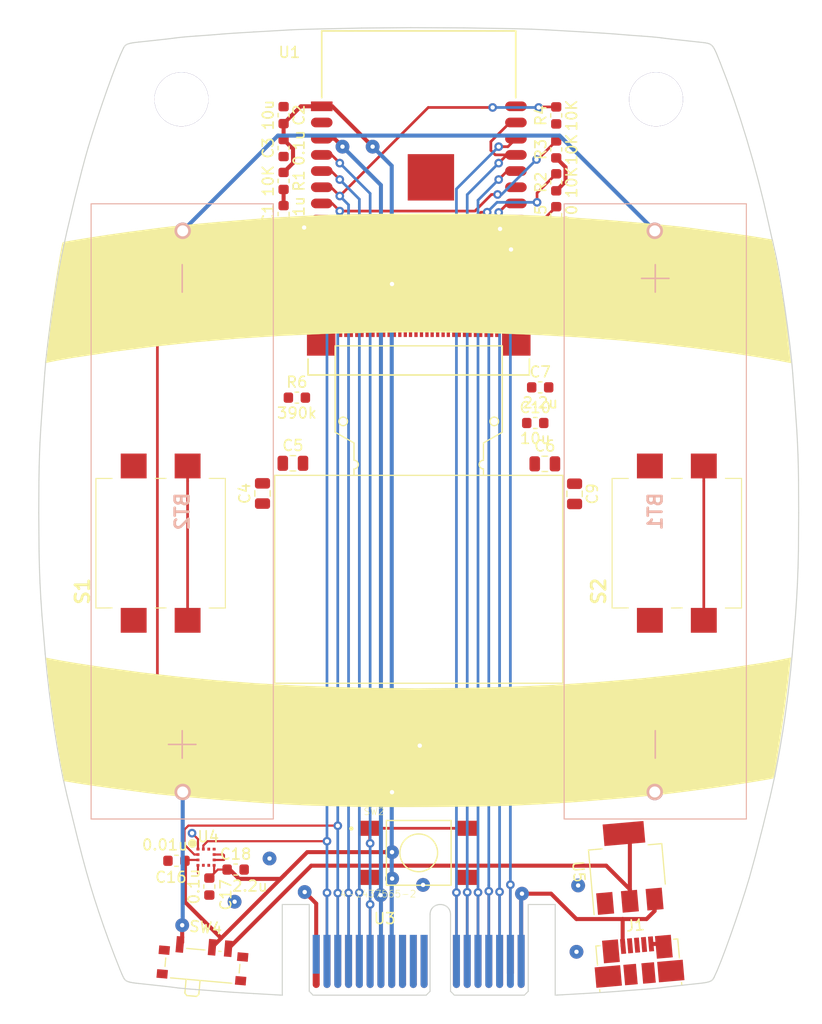
<source format=kicad_pcb>
(kicad_pcb (version 20171130) (host pcbnew "(5.1.2)-2")

  (general
    (thickness 1.6)
    (drawings 364)
    (tracks 293)
    (zones 0)
    (modules 42)
    (nets 39)
  )

  (page A4)
  (layers
    (0 F.Cu signal)
    (31 B.Cu signal)
    (32 B.Adhes user)
    (33 F.Adhes user)
    (34 B.Paste user)
    (35 F.Paste user)
    (36 B.SilkS user)
    (37 F.SilkS user hide)
    (38 B.Mask user)
    (39 F.Mask user)
    (40 Dwgs.User user)
    (41 Cmts.User user)
    (42 Eco1.User user)
    (43 Eco2.User user)
    (44 Edge.Cuts user)
    (45 Margin user)
    (46 B.CrtYd user)
    (47 F.CrtYd user)
    (48 B.Fab user)
    (49 F.Fab user)
  )

  (setup
    (last_trace_width 0.25)
    (user_trace_width 0.2)
    (trace_clearance 0.2)
    (zone_clearance 0.508)
    (zone_45_only no)
    (trace_min 0.2)
    (via_size 0.8)
    (via_drill 0.4)
    (via_min_size 0.4)
    (via_min_drill 0.3)
    (uvia_size 0.3)
    (uvia_drill 0.1)
    (uvias_allowed no)
    (uvia_min_size 0.2)
    (uvia_min_drill 0.1)
    (edge_width 0.05)
    (segment_width 0.2)
    (pcb_text_width 0.3)
    (pcb_text_size 1.5 1.5)
    (mod_edge_width 0.12)
    (mod_text_size 1 1)
    (mod_text_width 0.15)
    (pad_size 1.524 1.524)
    (pad_drill 0.762)
    (pad_to_mask_clearance 0.051)
    (solder_mask_min_width 0.25)
    (aux_axis_origin 0 0)
    (visible_elements 7FFFFFFF)
    (pcbplotparams
      (layerselection 0x010fc_ffffffff)
      (usegerberextensions false)
      (usegerberattributes false)
      (usegerberadvancedattributes false)
      (creategerberjobfile false)
      (excludeedgelayer true)
      (linewidth 0.100000)
      (plotframeref false)
      (viasonmask false)
      (mode 1)
      (useauxorigin false)
      (hpglpennumber 1)
      (hpglpenspeed 20)
      (hpglpendiameter 15.000000)
      (psnegative false)
      (psa4output false)
      (plotreference true)
      (plotvalue true)
      (plotinvisibletext false)
      (padsonsilk false)
      (subtractmaskfromsilk false)
      (outputformat 1)
      (mirror false)
      (drillshape 1)
      (scaleselection 1)
      (outputdirectory ""))
  )

  (net 0 "")
  (net 1 GND)
  (net 2 "Net-(BT1-Pad1)")
  (net 3 "Net-(BT2-Pad1)")
  (net 4 "Net-(C1-Pad2)")
  (net 5 +3V3)
  (net 6 "Net-(C5-Pad2)")
  (net 7 "Net-(C5-Pad1)")
  (net 8 "Net-(C7-Pad2)")
  (net 9 "Net-(C9-Pad2)")
  (net 10 "Net-(C9-Pad1)")
  (net 11 "Net-(C10-Pad2)")
  (net 12 "Net-(D1-Pad2)")
  (net 13 "Net-(D1-Pad4)")
  (net 14 "Net-(D2-Pad2)")
  (net 15 "Net-(D3-Pad2)")
  (net 16 "Net-(D4-Pad2)")
  (net 17 "Net-(D5-Pad2)")
  (net 18 +5V)
  (net 19 SCL)
  (net 20 SDA)
  (net 21 _RES)
  (net 22 RX)
  (net 23 "Net-(R6-Pad2)")
  (net 24 SW2)
  (net 25 SW3)
  (net 26 SW4)
  (net 27 "Net-(SW4-Pad3)")
  (net 28 REST)
  (net 29 ADC_PIN)
  (net 30 SW5)
  (net 31 TX)
  (net 32 AUD_PWR)
  (net 33 "Net-(U3-PadB9)")
  (net 34 "Net-(U3-PadB10)")
  (net 35 "Net-(U3-PadB11)")
  (net 36 "Net-(U3-PadA9)")
  (net 37 "Net-(U3-PadA10)")
  (net 38 "Net-(U3-PadA11)")

  (net_class Default "This is the default net class."
    (clearance 0.2)
    (trace_width 0.25)
    (via_dia 0.8)
    (via_drill 0.4)
    (uvia_dia 0.3)
    (uvia_drill 0.1)
    (add_net ADC_PIN)
    (add_net "Net-(C10-Pad2)")
    (add_net "Net-(C5-Pad1)")
    (add_net "Net-(C5-Pad2)")
    (add_net "Net-(C7-Pad2)")
    (add_net "Net-(C9-Pad1)")
    (add_net "Net-(C9-Pad2)")
    (add_net "Net-(D1-Pad2)")
    (add_net "Net-(D1-Pad4)")
    (add_net "Net-(D2-Pad2)")
    (add_net "Net-(D3-Pad2)")
    (add_net "Net-(D4-Pad2)")
    (add_net "Net-(D5-Pad2)")
    (add_net "Net-(R6-Pad2)")
    (add_net "Net-(U3-PadA10)")
    (add_net "Net-(U3-PadA11)")
    (add_net "Net-(U3-PadA9)")
    (add_net "Net-(U3-PadB10)")
    (add_net "Net-(U3-PadB11)")
    (add_net "Net-(U3-PadB9)")
    (add_net REST)
    (add_net RX)
    (add_net SCL)
    (add_net SDA)
    (add_net SW2)
    (add_net SW3)
    (add_net SW4)
    (add_net SW5)
    (add_net TX)
    (add_net _RES)
  )

  (net_class Power ""
    (clearance 0.2)
    (trace_width 0.375)
    (via_dia 1.28)
    (via_drill 0.4)
    (uvia_dia 0.3)
    (uvia_drill 0.1)
    (add_net +3V3)
    (add_net +5V)
    (add_net AUD_PWR)
    (add_net GND)
    (add_net "Net-(BT1-Pad1)")
    (add_net "Net-(BT2-Pad1)")
    (add_net "Net-(C1-Pad2)")
    (add_net "Net-(SW4-Pad3)")
  )

  (net_class Thin ""
    (clearance 0.2)
    (trace_width 0.2)
    (via_dia 0.8)
    (via_drill 0.4)
    (uvia_dia 0.3)
    (uvia_drill 0.1)
  )

  (module Swadge_Parts:SW_4-1437565-2 (layer F.Cu) (tedit 5C468154) (tstamp 5D5D0B29)
    (at 145.4968 129.8194)
    (path /5C53358A)
    (attr smd)
    (fp_text reference SW2 (at -4.13865 -3.82856) (layer F.SilkS)
      (effects (font (size 0.640957 0.640957) (thickness 0.05)))
    )
    (fp_text value 4-1437565-2 (at -3.76297 3.80824) (layer F.SilkS)
      (effects (font (size 0.640662 0.640662) (thickness 0.05)))
    )
    (fp_circle (center 0 0) (end 1.75 0) (layer F.SilkS) (width 0.127))
    (fp_line (start -2.99974 -2.9972) (end -2.99974 2.9972) (layer F.SilkS) (width 0.127))
    (fp_line (start 3.00228 -2.9972) (end -2.99974 -2.9972) (layer F.SilkS) (width 0.127))
    (fp_line (start 3.00228 2.99974) (end 3.00228 -2.9972) (layer F.SilkS) (width 0.127))
    (fp_line (start -2.99212 2.99974) (end 3.00228 2.99974) (layer F.SilkS) (width 0.127))
    (fp_line (start 5.914 3.25) (end -5.914 3.25) (layer Eco1.User) (width 0.05))
    (fp_line (start 5.914 -3.25) (end 5.914 3.25) (layer Eco1.User) (width 0.05))
    (fp_line (start -5.914 -3.25) (end 5.914 -3.25) (layer Eco1.User) (width 0.05))
    (fp_line (start -5.914 3.25) (end -5.914 -3.25) (layer Eco1.User) (width 0.05))
    (fp_circle (center -6.25 -2.25) (end -6.15 -2.25) (layer F.SilkS) (width 0.2))
    (fp_circle (center 0 0) (end 1.75 0) (layer Dwgs.User) (width 0.127))
    (fp_line (start 3 3) (end -3 3) (layer Dwgs.User) (width 0.127))
    (fp_line (start 3 -3) (end 3 3) (layer Dwgs.User) (width 0.127))
    (fp_line (start -3 -3) (end 3 -3) (layer Dwgs.User) (width 0.127))
    (fp_line (start -3 3) (end -3 -3) (layer Dwgs.User) (width 0.127))
    (pad 4 smd rect (at 4.55 2.275) (size 2.1 1.4) (layers F.Cu F.Paste F.Mask)
      (net 1 GND))
    (pad 3 smd rect (at -4.55 2.275) (size 2.1 1.4) (layers F.Cu F.Paste F.Mask)
      (net 1 GND))
    (pad 2 smd rect (at 4.55 -2.275) (size 2.1 1.4) (layers F.Cu F.Paste F.Mask)
      (net 25 SW3))
    (pad 1 smd rect (at -4.55 -2.275) (size 2.1 1.4) (layers F.Cu F.Paste F.Mask)
      (net 25 SW3))
    (model ${KIPRJMOD}/kicad-libs/package3d/FSM4JSMATR--3DModel-STEP-56544.STEP
      (at (xyz 0 0 0))
      (scale (xyz 1 1 1))
      (rotate (xyz -90 0 90))
    )
  )

  (module Swadge_Parts:B3FS4002P (layer F.Cu) (tedit 5D5C9109) (tstamp 5D5C9C57)
    (at 169.422571 100 90)
    (descr B3FS-4002P)
    (tags Switch)
    (path /5D5D7962)
    (attr smd)
    (fp_text reference S2 (at -5.588 -7.239 90) (layer F.SilkS)
      (effects (font (size 1.27 1.27) (thickness 0.254)))
    )
    (fp_text value B3FS-4002P (at -1.143 7.366 90) (layer F.SilkS) hide
      (effects (font (size 1.27 1.27) (thickness 0.254)))
    )
    (fp_line (start -7.125 -6) (end 4.875 -6) (layer F.Fab) (width 0.2))
    (fp_line (start 4.875 -6) (end 4.875 6) (layer F.Fab) (width 0.2))
    (fp_line (start 4.875 6) (end -7.125 6) (layer F.Fab) (width 0.2))
    (fp_line (start -7.125 6) (end -7.125 -6) (layer F.Fab) (width 0.2))
    (fp_line (start -7.135 4.5) (end -7.135 6) (layer F.SilkS) (width 0.1))
    (fp_line (start -7.135 6) (end 4.875 6) (layer F.SilkS) (width 0.1))
    (fp_line (start 4.875 6) (end 4.875 4.5) (layer F.SilkS) (width 0.1))
    (fp_line (start -7.125 -4.5) (end -7.135 -6) (layer F.SilkS) (width 0.1))
    (fp_line (start -7.135 -6) (end 4.87 -6) (layer F.SilkS) (width 0.1))
    (fp_line (start 4.87 -6) (end 4.87 -4.5) (layer F.SilkS) (width 0.1))
    (fp_line (start -7.125 0.5) (end -7.135 -0.5) (layer F.SilkS) (width 0.1))
    (fp_line (start 4.875 0.5) (end 4.875 -0.5) (layer F.SilkS) (width 0.1))
    (pad 1 smd rect (at 6.025 2.5 90) (size 2.3 2.4) (layers F.Cu F.Paste F.Mask)
      (net 26 SW4))
    (pad 2 smd rect (at -8.275 2.5 90) (size 2.3 2.4) (layers F.Cu F.Paste F.Mask)
      (net 26 SW4))
    (pad 3 smd rect (at 6.025 -2.5 90) (size 2.3 2.4) (layers F.Cu F.Paste F.Mask)
      (net 1 GND))
    (pad 4 smd rect (at -8.275 -2.5 90) (size 2.3 2.4) (layers F.Cu F.Paste F.Mask)
      (net 1 GND))
    (model ${KIPRJMOD}/kicad-libs/package3d/b3fs-4002p_3.wrl
      (offset (xyz -1.1 0 0))
      (scale (xyz 0.4 0.4 0.4))
      (rotate (xyz 0 0 0))
    )
  )

  (module Swadge_Parts:B3FS4002P (layer F.Cu) (tedit 5D5C9109) (tstamp 5D5C9C3A)
    (at 121.571 100 90)
    (descr B3FS-4002P)
    (tags Switch)
    (path /5D5D65F5)
    (attr smd)
    (fp_text reference S1 (at -5.588 -7.239 90) (layer F.SilkS)
      (effects (font (size 1.27 1.27) (thickness 0.254)))
    )
    (fp_text value B3FS-4002P (at -1.143 7.366 90) (layer F.SilkS) hide
      (effects (font (size 1.27 1.27) (thickness 0.254)))
    )
    (fp_line (start -7.125 -6) (end 4.875 -6) (layer F.Fab) (width 0.2))
    (fp_line (start 4.875 -6) (end 4.875 6) (layer F.Fab) (width 0.2))
    (fp_line (start 4.875 6) (end -7.125 6) (layer F.Fab) (width 0.2))
    (fp_line (start -7.125 6) (end -7.125 -6) (layer F.Fab) (width 0.2))
    (fp_line (start -7.135 4.5) (end -7.135 6) (layer F.SilkS) (width 0.1))
    (fp_line (start -7.135 6) (end 4.875 6) (layer F.SilkS) (width 0.1))
    (fp_line (start 4.875 6) (end 4.875 4.5) (layer F.SilkS) (width 0.1))
    (fp_line (start -7.125 -4.5) (end -7.135 -6) (layer F.SilkS) (width 0.1))
    (fp_line (start -7.135 -6) (end 4.87 -6) (layer F.SilkS) (width 0.1))
    (fp_line (start 4.87 -6) (end 4.87 -4.5) (layer F.SilkS) (width 0.1))
    (fp_line (start -7.125 0.5) (end -7.135 -0.5) (layer F.SilkS) (width 0.1))
    (fp_line (start 4.875 0.5) (end 4.875 -0.5) (layer F.SilkS) (width 0.1))
    (pad 1 smd rect (at 6.025 2.5 90) (size 2.3 2.4) (layers F.Cu F.Paste F.Mask)
      (net 24 SW2))
    (pad 2 smd rect (at -8.275 2.5 90) (size 2.3 2.4) (layers F.Cu F.Paste F.Mask)
      (net 24 SW2))
    (pad 3 smd rect (at 6.025 -2.5 90) (size 2.3 2.4) (layers F.Cu F.Paste F.Mask)
      (net 1 GND))
    (pad 4 smd rect (at -8.275 -2.5 90) (size 2.3 2.4) (layers F.Cu F.Paste F.Mask)
      (net 1 GND))
    (model ${KIPRJMOD}/kicad-libs/package3d/b3fs-4002p_3.wrl
      (offset (xyz -1.1 0 0))
      (scale (xyz 0.4 0.4 0.4))
      (rotate (xyz 0 0 0))
    )
  )

  (module Swadge_Parts:SOT-223-3_TabPin2 (layer F.Cu) (tedit 5C468C7A) (tstamp 5D5B77FD)
    (at 164.7952 131.1656 95)
    (descr "module CMS SOT223 4 pins")
    (tags "CMS SOT")
    (path /5C3ED77E)
    (attr smd)
    (fp_text reference U5 (at 0 -4.5 95) (layer F.SilkS)
      (effects (font (size 1 1) (thickness 0.15)))
    )
    (fp_text value AP1117-33 (at 0 4.5 95) (layer F.Fab)
      (effects (font (size 1 1) (thickness 0.15)))
    )
    (fp_line (start 1.85 -3.35) (end 1.85 3.35) (layer F.Fab) (width 0.1))
    (fp_line (start -1.85 3.35) (end 1.85 3.35) (layer F.Fab) (width 0.1))
    (fp_line (start -4.1 -3.41) (end 1.91 -3.41) (layer F.SilkS) (width 0.12))
    (fp_line (start -0.85 -3.35) (end 1.85 -3.35) (layer F.Fab) (width 0.1))
    (fp_line (start -1.85 3.41) (end 1.91 3.41) (layer F.SilkS) (width 0.12))
    (fp_line (start -1.85 -2.35) (end -1.85 3.35) (layer F.Fab) (width 0.1))
    (fp_line (start -1.85 -2.35) (end -0.85 -3.35) (layer F.Fab) (width 0.1))
    (fp_line (start -4.4 -3.6) (end -4.4 3.6) (layer F.CrtYd) (width 0.05))
    (fp_line (start -4.4 3.6) (end 4.4 3.6) (layer F.CrtYd) (width 0.05))
    (fp_line (start 4.4 3.6) (end 4.4 -3.6) (layer F.CrtYd) (width 0.05))
    (fp_line (start 4.4 -3.6) (end -4.4 -3.6) (layer F.CrtYd) (width 0.05))
    (fp_line (start 1.91 -3.41) (end 1.91 -2.15) (layer F.SilkS) (width 0.12))
    (fp_line (start 1.91 3.41) (end 1.91 2.15) (layer F.SilkS) (width 0.12))
    (fp_text user %R (at 0 0 185) (layer F.Fab)
      (effects (font (size 0.8 0.8) (thickness 0.12)))
    )
    (pad 1 smd rect (at -3.15 -2.3 95) (size 2 1.5) (layers F.Cu F.Paste F.Mask)
      (net 1 GND))
    (pad 3 smd rect (at -3.15 2.3 95) (size 2 1.5) (layers F.Cu F.Paste F.Mask)
      (net 18 +5V))
    (pad 2 smd rect (at -3.15 0 95) (size 2 1.5) (layers F.Cu F.Paste F.Mask)
      (net 27 "Net-(SW4-Pad3)"))
    (pad 2 smd rect (at 3.15 0 95) (size 2 3.8) (layers F.Cu F.Paste F.Mask)
      (net 27 "Net-(SW4-Pad3)"))
    (model ${KIPRJMOD}/kicad-libs/package3d/SOT-223.wrl
      (at (xyz 0 0 0))
      (scale (xyz 1 1 1))
      (rotate (xyz 0 0 0))
    )
  )

  (module Swadge_Parts:QMA6981 (layer F.Cu) (tedit 5CEC913C) (tstamp 5D5B77E7)
    (at 125.7808 130.2258)
    (path /5CE08D23)
    (fp_text reference U4 (at 0.2032 -1.905) (layer F.SilkS)
      (effects (font (size 1 1) (thickness 0.15)))
    )
    (fp_text value QMA6981 (at 0.762 -3.302) (layer F.Fab) hide
      (effects (font (size 1 1) (thickness 0.15)))
    )
    (fp_circle (center -1.27 -1.27) (end -1.07 -1.27) (layer F.SilkS) (width 0.4))
    (pad 2 smd rect (at -0.75 -0.25) (size 0.275 0.25) (layers F.Cu F.Paste F.Mask)
      (net 20 SDA))
    (pad 3 smd rect (at -0.75 0.25) (size 0.275 0.25) (layers F.Cu F.Paste F.Mask)
      (net 5 +3V3))
    (pad 8 smd rect (at 0.75 0.25) (size 0.275 0.25) (layers F.Cu F.Paste F.Mask)
      (net 1 GND))
    (pad 9 smd rect (at 0.75 -0.25) (size 0.275 0.25) (layers F.Cu F.Paste F.Mask)
      (net 1 GND))
    (pad 11 smd rect (at 0.25 -0.75 90) (size 0.275 0.25) (layers F.Cu F.Paste F.Mask))
    (pad 12 smd rect (at -0.25 -0.75 90) (size 0.275 0.25) (layers F.Cu F.Paste F.Mask)
      (net 19 SCL))
    (pad 5 smd rect (at -0.25 0.75 90) (size 0.275 0.25) (layers F.Cu F.Paste F.Mask))
    (pad 6 smd rect (at 0.25 0.75 90) (size 0.275 0.25) (layers F.Cu F.Paste F.Mask))
    (pad 4 smd rect (at -0.75 0.75) (size 0.275 0.25) (layers F.Cu F.Paste F.Mask)
      (net 1 GND))
    (pad 1 smd rect (at -0.75 -0.75) (size 0.275 0.25) (layers F.Cu F.Paste F.Mask)
      (net 1 GND))
    (pad 10 smd rect (at 0.75 -0.75) (size 0.275 0.25) (layers F.Cu F.Paste F.Mask))
    (pad 7 smd rect (at 0.75 0.75) (size 0.275 0.25) (layers F.Cu F.Paste F.Mask)
      (net 5 +3V3))
    (model ${KIPRJMOD}/kicad-libs/package3d/LGA-12_2x2mm_P0.5mm.wrl
      (at (xyz 0 0 0))
      (scale (xyz 1 1 1))
      (rotate (xyz 0 0 0))
    )
  )

  (module Swadge_Parts:BUS_PCIexpress (layer F.Cu) (tedit 5C4921C3) (tstamp 5D5B77D6)
    (at 135.9916 139.2174)
    (descr "PCIexpress Bus Edge Connector")
    (tags "PCIexpress Bus Edge Connector")
    (path /5C3B5040)
    (attr virtual)
    (fp_text reference U3 (at 6.35 -3.31) (layer F.SilkS)
      (effects (font (size 1 1) (thickness 0.15)))
    )
    (fp_text value BUS_PCIexpress (at 11.43 -6.35) (layer F.Fab)
      (effects (font (size 1 1) (thickness 0.15)))
    )
    (fp_text user %R (at 9.5 0.662) (layer F.Fab)
      (effects (font (size 1 1) (thickness 0.15)))
    )
    (fp_line (start 10.6 -2) (end 10.6 -5.2) (layer F.Fab) (width 0.12))
    (fp_line (start 10.6 -5.2) (end 12.4 -5.2) (layer F.Fab) (width 0.12))
    (fp_line (start 12.4 -5.2) (end 12.4 -2) (layer F.Fab) (width 0.12))
    (fp_line (start -0.7 -2) (end 10.6 -2) (layer F.Fab) (width 0.12))
    (fp_line (start 10.6 -2) (end 10.6 3.8) (layer F.Fab) (width 0.12))
    (fp_line (start 10.6 3.8) (end -0.7 3.8) (layer F.Fab) (width 0.12))
    (fp_line (start -0.7 3.8) (end -0.7 -2) (layer F.Fab) (width 0.12))
    (fp_line (start 19.7 -2) (end 12.4 -2) (layer F.Fab) (width 0.12))
    (fp_line (start 12.4 3.8) (end 19.7 3.8) (layer F.Fab) (width 0.12))
    (fp_line (start 12.4 -2) (end 12.4 3.8) (layer F.Fab) (width 0.12))
    (fp_line (start 19.7 -2) (end 19.7 3.8) (layer F.Fab) (width 0.12))
    (fp_line (start -0.95 -5.45) (end 19.95 -5.45) (layer F.CrtYd) (width 0.05))
    (fp_line (start -0.95 -5.45) (end -0.95 4.05) (layer F.CrtYd) (width 0.05))
    (fp_line (start 19.95 4.05) (end 19.95 -5.45) (layer F.CrtYd) (width 0.05))
    (fp_line (start 19.95 4.05) (end -0.95 4.05) (layer F.CrtYd) (width 0.05))
    (pad B18 connect circle (at 19 2.8) (size 0.65 0.65) (layers F.Cu F.Mask)
      (net 18 +5V))
    (pad B1 connect rect (at 0 0.5) (size 0.65 4.6) (layers F.Cu F.Mask)
      (net 1 GND))
    (pad B2 connect rect (at 1 0.5) (size 0.65 4.6) (layers F.Cu F.Mask)
      (net 19 SCL))
    (pad B3 connect rect (at 2 0.5) (size 0.65 4.6) (layers F.Cu F.Mask)
      (net 20 SDA))
    (pad B4 connect rect (at 3 0.5) (size 0.65 4.6) (layers F.Cu F.Mask)
      (net 21 _RES))
    (pad B5 connect rect (at 4 0.5) (size 0.65 4.6) (layers F.Cu F.Mask)
      (net 24 SW2))
    (pad B6 connect rect (at 5 0.5) (size 0.65 4.6) (layers F.Cu F.Mask)
      (net 25 SW3))
    (pad B7 connect rect (at 6 0.5) (size 0.65 4.6) (layers F.Cu F.Mask)
      (net 32 AUD_PWR))
    (pad B8 connect rect (at 7 0.5) (size 0.65 4.6) (layers F.Cu F.Mask)
      (net 5 +3V3))
    (pad B9 connect rect (at 8 0.5) (size 0.65 4.6) (layers F.Cu F.Mask)
      (net 33 "Net-(U3-PadB9)"))
    (pad B10 connect rect (at 9 0.5) (size 0.65 4.6) (layers F.Cu F.Mask)
      (net 34 "Net-(U3-PadB10)"))
    (pad B11 connect rect (at 10 0.5) (size 0.65 4.6) (layers F.Cu F.Mask)
      (net 35 "Net-(U3-PadB11)"))
    (pad B14 connect rect (at 15 0.5) (size 0.65 4.6) (layers F.Cu F.Mask)
      (net 30 SW5))
    (pad B15 connect rect (at 16 0.5) (size 0.65 4.6) (layers F.Cu F.Mask)
      (net 31 TX))
    (pad B16 connect rect (at 17 0.5) (size 0.65 4.6) (layers F.Cu F.Mask)
      (net 22 RX))
    (pad B17 connect rect (at 18 0) (size 0.65 3.6) (layers F.Cu F.Mask)
      (net 26 SW4))
    (pad B18 connect rect (at 19 0.5) (size 0.65 4.6) (layers F.Cu F.Mask)
      (net 18 +5V))
    (pad B12 connect rect (at 13 0.5) (size 0.65 4.6) (layers F.Cu F.Mask)
      (net 29 ADC_PIN))
    (pad B13 connect rect (at 14 0.5) (size 0.65 4.6) (layers F.Cu F.Mask)
      (net 28 REST))
    (pad A1 connect rect (at 0 0) (size 0.65 3.6) (layers B.Cu B.Mask)
      (net 1 GND))
    (pad A2 connect rect (at 1 0.5) (size 0.65 4.6) (layers B.Cu B.Mask)
      (net 19 SCL))
    (pad A3 connect rect (at 2 0.5) (size 0.65 4.6) (layers B.Cu B.Mask)
      (net 20 SDA))
    (pad A4 connect rect (at 3 0.5) (size 0.65 4.6) (layers B.Cu B.Mask)
      (net 21 _RES))
    (pad A5 connect rect (at 4 0.5) (size 0.65 4.6) (layers B.Cu B.Mask)
      (net 24 SW2))
    (pad A6 connect rect (at 5 0.5) (size 0.65 4.6) (layers B.Cu B.Mask)
      (net 25 SW3))
    (pad A7 connect rect (at 6 0.5) (size 0.65 4.6) (layers B.Cu B.Mask)
      (net 32 AUD_PWR))
    (pad A8 connect rect (at 7 0.5) (size 0.65 4.6) (layers B.Cu B.Mask)
      (net 5 +3V3))
    (pad A9 connect rect (at 8 0.5) (size 0.65 4.6) (layers B.Cu B.Mask)
      (net 36 "Net-(U3-PadA9)"))
    (pad A10 connect rect (at 9 0.5) (size 0.65 4.6) (layers B.Cu B.Mask)
      (net 37 "Net-(U3-PadA10)"))
    (pad A11 connect rect (at 10 0.5) (size 0.65 4.6) (layers B.Cu B.Mask)
      (net 38 "Net-(U3-PadA11)"))
    (pad A14 connect rect (at 15 0.5) (size 0.65 4.6) (layers B.Cu B.Mask)
      (net 30 SW5))
    (pad A15 connect rect (at 16 0.5) (size 0.65 4.6) (layers B.Cu B.Mask)
      (net 31 TX))
    (pad A16 connect rect (at 17 0.5) (size 0.65 4.6) (layers B.Cu B.Mask)
      (net 22 RX))
    (pad A17 connect rect (at 18 0.5) (size 0.65 4.6) (layers B.Cu B.Mask)
      (net 26 SW4))
    (pad A18 connect rect (at 19 0.5) (size 0.65 4.6) (layers B.Cu B.Mask)
      (net 18 +5V))
    (pad A12 connect rect (at 13 0.5) (size 0.65 4.6) (layers B.Cu B.Mask)
      (net 29 ADC_PIN))
    (pad A13 connect rect (at 14 0.5) (size 0.65 4.6) (layers B.Cu B.Mask)
      (net 28 REST))
    (pad B3 connect circle (at 2 2.8) (size 0.65 0.65) (layers F.Cu F.Mask)
      (net 20 SDA))
    (pad B4 connect circle (at 3 2.8) (size 0.65 0.65) (layers F.Cu F.Mask)
      (net 21 _RES))
    (pad B5 connect circle (at 4 2.8) (size 0.65 0.65) (layers F.Cu F.Mask)
      (net 24 SW2))
    (pad B6 connect circle (at 5 2.8) (size 0.65 0.65) (layers F.Cu F.Mask)
      (net 25 SW3))
    (pad B7 connect circle (at 6 2.8 180) (size 0.65 0.65) (layers F.Cu F.Mask)
      (net 32 AUD_PWR))
    (pad B8 connect circle (at 7 2.8) (size 0.65 0.65) (layers F.Cu F.Mask)
      (net 5 +3V3))
    (pad B9 connect circle (at 8 2.8) (size 0.65 0.65) (layers F.Cu F.Mask)
      (net 33 "Net-(U3-PadB9)"))
    (pad B10 connect circle (at 9 2.8) (size 0.65 0.65) (layers F.Cu F.Mask)
      (net 34 "Net-(U3-PadB10)"))
    (pad B11 connect circle (at 10 2.8 90) (size 0.65 0.65) (layers F.Cu F.Mask)
      (net 35 "Net-(U3-PadB11)"))
    (pad B1 connect circle (at 0 2.8) (size 0.65 0.65) (layers F.Cu F.Mask)
      (net 1 GND))
    (pad B12 connect circle (at 13 2.8) (size 0.65 0.65) (layers F.Cu F.Mask)
      (net 29 ADC_PIN))
    (pad B13 connect circle (at 14 2.8) (size 0.65 0.65) (layers F.Cu F.Mask)
      (net 28 REST))
    (pad B14 connect circle (at 15 2.8) (size 0.65 0.65) (layers F.Cu F.Mask)
      (net 30 SW5))
    (pad B15 connect circle (at 16 2.8) (size 0.65 0.65) (layers F.Cu F.Mask)
      (net 31 TX))
    (pad B16 connect circle (at 17 2.8 90) (size 0.65 0.65) (layers F.Cu F.Mask)
      (net 22 RX))
    (pad B2 connect circle (at 1 2.8) (size 0.65 0.65) (layers F.Cu F.Mask)
      (net 19 SCL))
    (pad A4 connect oval (at 3 2.8 90) (size 0.65 0.65) (layers B.Cu B.Mask)
      (net 21 _RES))
    (pad A5 connect oval (at 4 2.8 90) (size 0.65 0.65) (layers B.Cu B.Mask)
      (net 24 SW2))
    (pad A6 connect oval (at 5 2.8 90) (size 0.65 0.65) (layers B.Cu B.Mask)
      (net 25 SW3))
    (pad A7 connect oval (at 6 2.8 90) (size 0.65 0.65) (layers B.Cu B.Mask)
      (net 32 AUD_PWR))
    (pad A8 connect oval (at 7 2.8 90) (size 0.65 0.65) (layers B.Cu B.Mask)
      (net 5 +3V3))
    (pad A9 connect oval (at 8 2.8 90) (size 0.65 0.65) (layers B.Cu B.Mask)
      (net 36 "Net-(U3-PadA9)"))
    (pad A10 connect oval (at 9 2.8 90) (size 0.65 0.65) (layers B.Cu B.Mask)
      (net 37 "Net-(U3-PadA10)"))
    (pad A14 connect oval (at 15 2.8 90) (size 0.65 0.65) (layers B.Cu B.Mask)
      (net 30 SW5))
    (pad A15 connect oval (at 16 2.8 90) (size 0.65 0.65) (layers B.Cu B.Mask)
      (net 31 TX))
    (pad A3 connect oval (at 2 2.8 90) (size 0.65 0.65) (layers B.Cu B.Mask)
      (net 20 SDA))
    (pad A13 connect oval (at 14 2.8 90) (size 0.65 0.65) (layers B.Cu B.Mask)
      (net 28 REST))
    (pad A16 connect oval (at 17 2.8 90) (size 0.65 0.65) (layers B.Cu B.Mask)
      (net 22 RX))
    (pad A11 connect oval (at 10 2.8 90) (size 0.65 0.65) (layers B.Cu B.Mask)
      (net 38 "Net-(U3-PadA11)"))
    (pad A12 connect oval (at 13 2.8 90) (size 0.65 0.65) (layers B.Cu B.Mask)
      (net 29 ADC_PIN))
    (pad A17 connect oval (at 18 2.8 90) (size 0.65 0.65) (layers B.Cu B.Mask)
      (net 26 SW4))
    (pad A18 connect oval (at 19 2.8 90) (size 0.65 0.65) (layers B.Cu B.Mask)
      (net 18 +5V))
    (pad A2 connect oval (at 1 2.8 90) (size 0.65 0.65) (layers B.Cu B.Mask)
      (net 19 SCL))
  )

  (module Swadge_Parts:oled-flat (layer F.Cu) (tedit 5D59A39E) (tstamp 5D5B777C)
    (at 145.4968 94.8436 180)
    (path /5C3C7BBF)
    (fp_text reference U2 (at 10.795 -20.32) (layer F.SilkS)
      (effects (font (size 1 1) (thickness 0.15)))
    )
    (fp_text value DISP_OLED_UG-2864HSWEG01 (at -10.16 -20.32) (layer F.Fab)
      (effects (font (size 1 1) (thickness 0.15)))
    )
    (fp_line (start -10.2616 13.5164) (end 10.2616 13.5164) (layer Eco2.User) (width 0.1524))
    (fp_line (start 10.2616 13.5164) (end 10.2616 9.3) (layer Eco2.User) (width 0.1524))
    (fp_line (start -10.2616 9.3) (end -10.2616 10.7732) (layer F.SilkS) (width 0.1524))
    (fp_line (start 10.2616 9.3) (end -10.2616 9.3) (layer F.SilkS) (width 0.1524))
    (fp_line (start -10.2616 9.3) (end -10.2616 13.5164) (layer Eco2.User) (width 0.1524))
    (fp_line (start 10.2616 10.7732) (end 10.2616 9.3) (layer F.SilkS) (width 0.1524))
    (fp_line (start 6 1.4) (end 6 3) (layer F.SilkS) (width 0.12))
    (fp_line (start 6 0) (end 6 0.6) (layer F.SilkS) (width 0.12))
    (fp_line (start -6 1.4) (end -6 3) (layer F.SilkS) (width 0.12))
    (fp_line (start -6 0) (end -6 0.6) (layer F.SilkS) (width 0.12))
    (fp_arc (start 6 1) (end 6 0.6) (angle -180) (layer F.SilkS) (width 0.12))
    (fp_arc (start -6 1) (end -6 1.4) (angle -180) (layer F.SilkS) (width 0.12))
    (fp_circle (center 7 5) (end 7.4 5) (layer F.SilkS) (width 0.12))
    (fp_circle (center -7 5) (end -6.6 5) (layer F.SilkS) (width 0.12))
    (fp_line (start 6 3) (end 7.75 4) (layer F.SilkS) (width 0.12))
    (fp_line (start 7.75 4) (end 7.75 12) (layer F.SilkS) (width 0.12))
    (fp_line (start -7.75 12) (end 7.75 12) (layer F.SilkS) (width 0.12))
    (fp_line (start -7.75 4) (end -7.75 12) (layer F.SilkS) (width 0.12))
    (fp_line (start -6 3) (end -7.75 4) (layer F.SilkS) (width 0.12))
    (fp_line (start -13.35 -19.26) (end -13.35 0) (layer F.SilkS) (width 0.12))
    (fp_line (start -13.35 0) (end 13.35 0) (layer F.SilkS) (width 0.12))
    (fp_line (start 13.35 -19.26) (end 13.35 0) (layer F.SilkS) (width 0.12))
    (fp_line (start -13.35 -19.26) (end 13.35 -19.26) (layer F.SilkS) (width 0.12))
    (pad 8 smd rect (at 3.7592 13.5164 90) (size 1.397 0.3048) (layers F.Cu F.Paste F.Mask)
      (net 1 GND))
    (pad 6 smd rect (at 4.7498 13.5164 90) (size 1.397 0.3048) (layers F.Cu F.Paste F.Mask)
      (net 5 +3V3))
    (pad 12 smd rect (at 1.7526 13.5164 90) (size 1.397 0.3048) (layers F.Cu F.Paste F.Mask)
      (net 1 GND))
    (pad 2 smd rect (at 6.7564 13.5164 90) (size 1.397 0.3048) (layers F.Cu F.Paste F.Mask)
      (net 10 "Net-(C9-Pad1)"))
    (pad 7 smd rect (at 4.2418 13.5164 90) (size 1.397 0.3048) (layers F.Cu F.Paste F.Mask))
    (pad 11 smd rect (at 2.2606 13.5164 90) (size 1.397 0.3048) (layers F.Cu F.Paste F.Mask)
      (net 5 +3V3))
    (pad 21 smd rect (at -2.7432 13.5164 90) (size 1.397 0.3048) (layers F.Cu F.Paste F.Mask)
      (net 1 GND))
    (pad 9 smd rect (at 3.2512 13.5164 90) (size 1.397 0.3048) (layers F.Cu F.Paste F.Mask)
      (net 5 +3V3))
    (pad 10 smd rect (at 2.7432 13.5164 90) (size 1.397 0.3048) (layers F.Cu F.Paste F.Mask)
      (net 1 GND))
    (pad 22 smd rect (at -3.2512 13.5164 90) (size 1.397 0.3048) (layers F.Cu F.Paste F.Mask)
      (net 1 GND))
    (pad 24 smd rect (at -4.2418 13.5164 90) (size 1.397 0.3048) (layers F.Cu F.Paste F.Mask)
      (net 1 GND))
    (pad 26 smd rect (at -5.2578 13.5164 90) (size 1.397 0.3048) (layers F.Cu F.Paste F.Mask)
      (net 23 "Net-(R6-Pad2)"))
    (pad 27 smd rect (at -5.7404 13.5164 90) (size 1.397 0.3048) (layers F.Cu F.Paste F.Mask)
      (net 8 "Net-(C7-Pad2)"))
    (pad 29 smd rect (at -6.7564 13.5164 90) (size 1.397 0.3048) (layers F.Cu F.Paste F.Mask)
      (net 1 GND))
    (pad 17 smd rect (at -0.762 13.5164 90) (size 1.397 0.3048) (layers F.Cu F.Paste F.Mask)
      (net 1 GND))
    (pad 5 smd rect (at 5.2578 13.5164 90) (size 1.397 0.3048) (layers F.Cu F.Paste F.Mask)
      (net 6 "Net-(C5-Pad2)"))
    (pad 30 smd rect (at -7.239 13.5164 90) (size 1.397 0.3048) (layers F.Cu F.Paste F.Mask)
      (net 1 GND))
    (pad 13 smd rect (at 1.2446 13.5164 90) (size 1.397 0.3048) (layers F.Cu F.Paste F.Mask)
      (net 1 GND))
    (pad 31 smd rect (at -9.0424 12.2464 180) (size 2.6416 2.3114) (layers F.Cu F.Paste F.Mask))
    (pad 3 smd rect (at 6.2484 13.5164 90) (size 1.397 0.3048) (layers F.Cu F.Paste F.Mask)
      (net 9 "Net-(C9-Pad2)"))
    (pad 14 smd rect (at 0.762 13.5164 90) (size 1.397 0.3048) (layers F.Cu F.Paste F.Mask)
      (net 21 _RES))
    (pad 15 smd rect (at 0.254 13.5164 90) (size 1.397 0.3048) (layers F.Cu F.Paste F.Mask)
      (net 1 GND))
    (pad 16 smd rect (at -0.254 13.5164 90) (size 1.397 0.3048) (layers F.Cu F.Paste F.Mask)
      (net 1 GND))
    (pad 4 smd rect (at 5.7404 13.5164 90) (size 1.397 0.3048) (layers F.Cu F.Paste F.Mask)
      (net 7 "Net-(C5-Pad1)"))
    (pad 1 smd rect (at 7.239 13.5164 90) (size 1.397 0.3048) (layers F.Cu F.Paste F.Mask)
      (net 1 GND))
    (pad 18 smd rect (at -1.2446 13.5164 90) (size 1.397 0.3048) (layers F.Cu F.Paste F.Mask)
      (net 19 SCL))
    (pad 19 smd rect (at -1.7526 13.5164 90) (size 1.397 0.3048) (layers F.Cu F.Paste F.Mask)
      (net 20 SDA))
    (pad 20 smd rect (at -2.2606 13.5164 90) (size 1.397 0.3048) (layers F.Cu F.Paste F.Mask)
      (net 20 SDA))
    (pad 23 smd rect (at -3.7592 13.5164 90) (size 1.397 0.3048) (layers F.Cu F.Paste F.Mask)
      (net 1 GND))
    (pad 25 smd rect (at -4.7498 13.5164 90) (size 1.397 0.3048) (layers F.Cu F.Paste F.Mask)
      (net 1 GND))
    (pad 28 smd rect (at -6.2484 13.5164 90) (size 1.397 0.3048) (layers F.Cu F.Paste F.Mask)
      (net 11 "Net-(C10-Pad2)"))
    (pad 32 smd rect (at 9.0424 12.2464 180) (size 2.6416 2.3114) (layers F.Cu F.Paste F.Mask))
    (model ${KIPRJMOD}/kicad-libs/package3d/ssfv30r_3stlf.stp
      (offset (xyz -9.449999999999999 -9.300000000000001 1.9))
      (scale (xyz 1 1 1))
      (rotate (xyz 90 0 0))
    )
  )

  (module Swadge_Parts:ESP-13-WROOM-02 (layer F.Cu) (tedit 5CA6D6AE) (tstamp 5D5B7741)
    (at 136.5052 60.65)
    (descr "Module, ESP-8266, ESP-13-WROOM-02, 18 pad, SMD")
    (tags "Module ESP-8266 ESP8266")
    (path /5CD8DDB4)
    (fp_text reference U1 (at -3 -5) (layer F.SilkS)
      (effects (font (size 1 1) (thickness 0.15)))
    )
    (fp_text value ESP-13-WROOM-02D (at 9 0) (layer F.Fab)
      (effects (font (size 1 1) (thickness 0.15)))
    )
    (fp_line (start 0 -7) (end 18 -7) (layer F.Fab) (width 0.05))
    (fp_line (start 0 13) (end 0 -7) (layer F.Fab) (width 0.05))
    (fp_line (start 0 13) (end 18 13) (layer F.Fab) (width 0.05))
    (fp_line (start 18 -7) (end 18 13) (layer F.Fab) (width 0.05))
    (fp_line (start 18 -7) (end 0 -7) (layer F.Fab) (width 0.1524))
    (fp_line (start 18 -1.2) (end 18 -7) (layer F.Fab) (width 0.1524))
    (fp_line (start 0 -1.2) (end 18 -1.2) (layer F.Fab) (width 0.1524))
    (fp_line (start 0 -7) (end 0 -1.2) (layer F.Fab) (width 0.1524))
    (fp_text user "No Copper" (at 9 -4) (layer F.Fab)
      (effects (font (size 1 1) (thickness 0.15)))
    )
    (fp_line (start 0 -7) (end 18 -1.2) (layer F.Fab) (width 0.1524))
    (fp_line (start 18 -7) (end 0 -1.2) (layer F.Fab) (width 0.1524))
    (fp_line (start 17.9705 -6.985) (end 0 -6.985) (layer F.SilkS) (width 0.1524))
    (fp_line (start 0 13.0175) (end 17.9832 13.0175) (layer F.SilkS) (width 0.1524))
    (fp_line (start 17.9832 -6.985) (end 17.9832 -0.8) (layer F.SilkS) (width 0.1524))
    (fp_line (start 0 12.6) (end 0 12.9794) (layer F.SilkS) (width 0.1524))
    (fp_line (start 17.9832 12.6) (end 17.9832 12.9794) (layer F.SilkS) (width 0.1524))
    (fp_line (start 0 -6.985) (end 0 -0.8) (layer F.SilkS) (width 0.1524))
    (pad PAD smd rect (at 10.12 6.58) (size 4.3 4.3) (layers F.Cu F.Paste F.Mask)
      (net 1 GND))
    (pad 18 smd oval (at 18 0) (size 2 0.9) (layers F.Cu F.Paste F.Mask)
      (net 1 GND))
    (pad 17 smd oval (at 18 1.5) (size 2 0.9) (layers F.Cu F.Paste F.Mask)
      (net 28 REST))
    (pad 16 smd oval (at 18 3) (size 2 0.9) (layers F.Cu F.Paste F.Mask)
      (net 29 ADC_PIN))
    (pad 15 smd oval (at 18 4.5) (size 2 0.9) (layers F.Cu F.Paste F.Mask)
      (net 28 REST))
    (pad 14 smd oval (at 18 6) (size 2 0.9) (layers F.Cu F.Paste F.Mask)
      (net 30 SW5))
    (pad 13 smd oval (at 18 7.5) (size 2 0.9) (layers F.Cu F.Paste F.Mask)
      (net 1 GND))
    (pad 12 smd oval (at 18 9) (size 2 0.9) (layers F.Cu F.Paste F.Mask)
      (net 31 TX))
    (pad 11 smd oval (at 18 10.5) (size 2 0.9) (layers F.Cu F.Paste F.Mask)
      (net 22 RX))
    (pad 8 smd oval (at 0 10.5) (size 2 0.9) (layers F.Cu F.Paste F.Mask)
      (net 19 SCL))
    (pad 7 smd oval (at 0 9) (size 2 0.9) (layers F.Cu F.Paste F.Mask)
      (net 20 SDA))
    (pad 6 smd oval (at 0 7.5) (size 2 0.9) (layers F.Cu F.Paste F.Mask)
      (net 21 _RES))
    (pad 5 smd oval (at 0 6) (size 2 0.9) (layers F.Cu F.Paste F.Mask)
      (net 24 SW2))
    (pad 4 smd oval (at 0 4.5) (size 2 0.9) (layers F.Cu F.Paste F.Mask)
      (net 25 SW3))
    (pad 3 smd oval (at 0 3) (size 2 0.9) (layers F.Cu F.Paste F.Mask)
      (net 32 AUD_PWR))
    (pad 2 smd oval (at 0 1.5) (size 2 0.9) (layers F.Cu F.Paste F.Mask)
      (net 4 "Net-(C1-Pad2)"))
    (pad 1 smd rect (at 0 0) (size 2 0.9) (layers F.Cu F.Paste F.Mask)
      (net 5 +3V3))
    (pad 9 smd oval (at 0 12) (size 2 0.9) (layers F.Cu F.Paste F.Mask)
      (net 1 GND))
    (pad 10 smd oval (at 18 12) (size 2 0.9) (layers F.Cu F.Paste F.Mask)
      (net 26 SW4))
    (model ${KIPRJMOD}/kicad-libs/package3d/ESP-13-wroom-02.wrl
      (at (xyz 0 0 0))
      (scale (xyz 0.394 0.394 0.394))
      (rotate (xyz 0 0 0))
    )
  )

  (module Swadge_Parts:SW_SPDT_PCM12 (layer F.Cu) (tedit 5C468F4B) (tstamp 5D5B7719)
    (at 125.476 139.9286 355)
    (descr "Ultraminiature Surface Mount Slide Switch")
    (path /5C3F7306)
    (attr smd)
    (fp_text reference SW4 (at 0 -3.2 355) (layer F.SilkS)
      (effects (font (size 1 1) (thickness 0.15)))
    )
    (fp_text value SW_SPDT (at 0 4.25 355) (layer F.Fab)
      (effects (font (size 1 1) (thickness 0.15)))
    )
    (fp_line (start 3.45 0.72) (end 3.45 -0.07) (layer F.SilkS) (width 0.12))
    (fp_line (start -3.45 -0.07) (end -3.45 0.72) (layer F.SilkS) (width 0.12))
    (fp_line (start -1.6 -1.12) (end 0.1 -1.12) (layer F.SilkS) (width 0.12))
    (fp_line (start -2.85 1.73) (end 2.85 1.73) (layer F.SilkS) (width 0.12))
    (fp_line (start -0.1 3.02) (end -0.1 1.73) (layer F.SilkS) (width 0.12))
    (fp_line (start -1.2 3.23) (end -0.3 3.23) (layer F.SilkS) (width 0.12))
    (fp_line (start -1.4 1.73) (end -1.4 3.02) (layer F.SilkS) (width 0.12))
    (fp_line (start -0.1 3.02) (end -0.3 3.23) (layer F.SilkS) (width 0.12))
    (fp_line (start -1.4 3.02) (end -1.2 3.23) (layer F.SilkS) (width 0.12))
    (fp_line (start -4.4 2.1) (end -4.4 -2.45) (layer F.CrtYd) (width 0.05))
    (fp_line (start -1.65 2.1) (end -4.4 2.1) (layer F.CrtYd) (width 0.05))
    (fp_line (start -1.65 3.4) (end -1.65 2.1) (layer F.CrtYd) (width 0.05))
    (fp_line (start 1.65 3.4) (end -1.65 3.4) (layer F.CrtYd) (width 0.05))
    (fp_line (start 1.65 2.1) (end 1.65 3.4) (layer F.CrtYd) (width 0.05))
    (fp_line (start 4.4 2.1) (end 1.65 2.1) (layer F.CrtYd) (width 0.05))
    (fp_line (start 4.4 -2.45) (end 4.4 2.1) (layer F.CrtYd) (width 0.05))
    (fp_line (start -4.4 -2.45) (end 4.4 -2.45) (layer F.CrtYd) (width 0.05))
    (fp_line (start 1.4 -1.12) (end 1.6 -1.12) (layer F.SilkS) (width 0.12))
    (fp_line (start 3.35 -1) (end -3.35 -1) (layer F.Fab) (width 0.1))
    (fp_line (start 3.35 1.6) (end 3.35 -1) (layer F.Fab) (width 0.1))
    (fp_line (start -3.35 1.6) (end 3.35 1.6) (layer F.Fab) (width 0.1))
    (fp_line (start -3.35 -1) (end -3.35 1.6) (layer F.Fab) (width 0.1))
    (fp_line (start -0.1 2.9) (end -0.1 1.6) (layer F.Fab) (width 0.1))
    (fp_line (start -0.15 2.95) (end -0.1 2.9) (layer F.Fab) (width 0.1))
    (fp_line (start -0.35 3.15) (end -0.15 2.95) (layer F.Fab) (width 0.1))
    (fp_line (start -1.2 3.15) (end -0.35 3.15) (layer F.Fab) (width 0.1))
    (fp_line (start -1.4 2.95) (end -1.2 3.15) (layer F.Fab) (width 0.1))
    (fp_line (start -1.4 1.65) (end -1.4 2.95) (layer F.Fab) (width 0.1))
    (fp_text user %R (at 0 -3.2 355) (layer F.Fab)
      (effects (font (size 1 1) (thickness 0.15)))
    )
    (pad "" smd rect (at -3.65 -0.78 355) (size 1 0.8) (layers F.Cu F.Paste F.Mask))
    (pad "" smd rect (at 3.65 -0.78 355) (size 1 0.8) (layers F.Cu F.Paste F.Mask))
    (pad "" smd rect (at 3.65 1.43 355) (size 1 0.8) (layers F.Cu F.Paste F.Mask))
    (pad "" smd rect (at -3.65 1.43 355) (size 1 0.8) (layers F.Cu F.Paste F.Mask))
    (pad 3 smd rect (at 2.25 -1.43 355) (size 0.7 1.5) (layers F.Cu F.Paste F.Mask)
      (net 27 "Net-(SW4-Pad3)"))
    (pad 2 smd rect (at 0.75 -1.43 355) (size 0.7 1.5) (layers F.Cu F.Paste F.Mask)
      (net 5 +3V3))
    (pad 1 smd rect (at -2.25 -1.43 355) (size 0.7 1.5) (layers F.Cu F.Paste F.Mask)
      (net 3 "Net-(BT2-Pad1)"))
    (pad "" np_thru_hole circle (at 1.5 0.33 355) (size 0.9 0.9) (drill 0.9) (layers *.Cu *.Mask))
    (pad "" np_thru_hole circle (at -1.5 0.33 355) (size 0.9 0.9) (drill 0.9) (layers *.Cu *.Mask))
    (model ${KIPRJMOD}/kicad-libs/package3d/SW_SPDT_PCM12.wrl
      (at (xyz 0 0 0))
      (scale (xyz 1 1 1))
      (rotate (xyz 0 0 0))
    )
  )

  (module Swadge_Parts:R_0603_1608Metric (layer F.Cu) (tedit 5C469659) (tstamp 5D5B76AA)
    (at 134.2009 87.6427)
    (descr "Resistor SMD 0603 (1608 Metric), square (rectangular) end terminal, IPC_7351 nominal, (Body size source: http://www.tortai-tech.com/upload/download/2011102023233369053.pdf), generated with kicad-footprint-generator")
    (tags resistor)
    (path /5C5639B1)
    (attr smd)
    (fp_text reference R6 (at 0 -1.43) (layer F.SilkS)
      (effects (font (size 1 1) (thickness 0.15)))
    )
    (fp_text value 390k (at 0 1.43) (layer F.SilkS)
      (effects (font (size 1 1) (thickness 0.15)))
    )
    (fp_line (start -0.8 0.4) (end -0.8 -0.4) (layer F.Fab) (width 0.1))
    (fp_line (start -0.8 -0.4) (end 0.8 -0.4) (layer F.Fab) (width 0.1))
    (fp_line (start 0.8 -0.4) (end 0.8 0.4) (layer F.Fab) (width 0.1))
    (fp_line (start 0.8 0.4) (end -0.8 0.4) (layer F.Fab) (width 0.1))
    (fp_line (start -0.162779 -0.51) (end 0.162779 -0.51) (layer F.SilkS) (width 0.12))
    (fp_line (start -0.162779 0.51) (end 0.162779 0.51) (layer F.SilkS) (width 0.12))
    (fp_line (start -1.48 0.73) (end -1.48 -0.73) (layer F.CrtYd) (width 0.05))
    (fp_line (start -1.48 -0.73) (end 1.48 -0.73) (layer F.CrtYd) (width 0.05))
    (fp_line (start 1.48 -0.73) (end 1.48 0.73) (layer F.CrtYd) (width 0.05))
    (fp_line (start 1.48 0.73) (end -1.48 0.73) (layer F.CrtYd) (width 0.05))
    (fp_text user %R (at 0 0) (layer F.Fab)
      (effects (font (size 0.4 0.4) (thickness 0.06)))
    )
    (pad 1 smd roundrect (at -0.7875 0) (size 0.875 0.95) (layers F.Cu F.Paste F.Mask) (roundrect_rratio 0.25)
      (net 1 GND))
    (pad 2 smd roundrect (at 0.7875 0) (size 0.875 0.95) (layers F.Cu F.Paste F.Mask) (roundrect_rratio 0.25)
      (net 23 "Net-(R6-Pad2)"))
    (model ${KIPRJMOD}/kicad-libs/package3d/R_0603_1608Metric.wrl
      (at (xyz 0 0 0))
      (scale (xyz 1 1 1))
      (rotate (xyz 0 0 0))
    )
  )

  (module Swadge_Parts:R_0603_1608Metric (layer F.Cu) (tedit 5C469659) (tstamp 5D5B7699)
    (at 158.242 70.739 90)
    (descr "Resistor SMD 0603 (1608 Metric), square (rectangular) end terminal, IPC_7351 nominal, (Body size source: http://www.tortai-tech.com/upload/download/2011102023233369053.pdf), generated with kicad-footprint-generator")
    (tags resistor)
    (path /5C3AEE0E)
    (attr smd)
    (fp_text reference R5 (at 0 -1.43 90) (layer F.SilkS)
      (effects (font (size 1 1) (thickness 0.15)))
    )
    (fp_text value 70 (at 0 1.43 90) (layer F.SilkS)
      (effects (font (size 1 1) (thickness 0.15)))
    )
    (fp_line (start -0.8 0.4) (end -0.8 -0.4) (layer F.Fab) (width 0.1))
    (fp_line (start -0.8 -0.4) (end 0.8 -0.4) (layer F.Fab) (width 0.1))
    (fp_line (start 0.8 -0.4) (end 0.8 0.4) (layer F.Fab) (width 0.1))
    (fp_line (start 0.8 0.4) (end -0.8 0.4) (layer F.Fab) (width 0.1))
    (fp_line (start -0.162779 -0.51) (end 0.162779 -0.51) (layer F.SilkS) (width 0.12))
    (fp_line (start -0.162779 0.51) (end 0.162779 0.51) (layer F.SilkS) (width 0.12))
    (fp_line (start -1.48 0.73) (end -1.48 -0.73) (layer F.CrtYd) (width 0.05))
    (fp_line (start -1.48 -0.73) (end 1.48 -0.73) (layer F.CrtYd) (width 0.05))
    (fp_line (start 1.48 -0.73) (end 1.48 0.73) (layer F.CrtYd) (width 0.05))
    (fp_line (start 1.48 0.73) (end -1.48 0.73) (layer F.CrtYd) (width 0.05))
    (fp_text user %R (at 0 0 90) (layer F.Fab)
      (effects (font (size 0.4 0.4) (thickness 0.06)))
    )
    (pad 1 smd roundrect (at -0.7875 0 90) (size 0.875 0.95) (layers F.Cu F.Paste F.Mask) (roundrect_rratio 0.25)
      (net 13 "Net-(D1-Pad4)"))
    (pad 2 smd roundrect (at 0.7875 0 90) (size 0.875 0.95) (layers F.Cu F.Paste F.Mask) (roundrect_rratio 0.25)
      (net 22 RX))
    (model ${KIPRJMOD}/kicad-libs/package3d/R_0603_1608Metric.wrl
      (at (xyz 0 0 0))
      (scale (xyz 1 1 1))
      (rotate (xyz 0 0 0))
    )
  )

  (module Swadge_Parts:R_0603_1608Metric (layer F.Cu) (tedit 5C469659) (tstamp 5D5B7688)
    (at 158.242 61.4935 90)
    (descr "Resistor SMD 0603 (1608 Metric), square (rectangular) end terminal, IPC_7351 nominal, (Body size source: http://www.tortai-tech.com/upload/download/2011102023233369053.pdf), generated with kicad-footprint-generator")
    (tags resistor)
    (path /5C3B6D0D)
    (attr smd)
    (fp_text reference R4 (at 0 -1.43 90) (layer F.SilkS)
      (effects (font (size 1 1) (thickness 0.15)))
    )
    (fp_text value 10K (at 0 1.43 90) (layer F.SilkS)
      (effects (font (size 1 1) (thickness 0.15)))
    )
    (fp_line (start -0.8 0.4) (end -0.8 -0.4) (layer F.Fab) (width 0.1))
    (fp_line (start -0.8 -0.4) (end 0.8 -0.4) (layer F.Fab) (width 0.1))
    (fp_line (start 0.8 -0.4) (end 0.8 0.4) (layer F.Fab) (width 0.1))
    (fp_line (start 0.8 0.4) (end -0.8 0.4) (layer F.Fab) (width 0.1))
    (fp_line (start -0.162779 -0.51) (end 0.162779 -0.51) (layer F.SilkS) (width 0.12))
    (fp_line (start -0.162779 0.51) (end 0.162779 0.51) (layer F.SilkS) (width 0.12))
    (fp_line (start -1.48 0.73) (end -1.48 -0.73) (layer F.CrtYd) (width 0.05))
    (fp_line (start -1.48 -0.73) (end 1.48 -0.73) (layer F.CrtYd) (width 0.05))
    (fp_line (start 1.48 -0.73) (end 1.48 0.73) (layer F.CrtYd) (width 0.05))
    (fp_line (start 1.48 0.73) (end -1.48 0.73) (layer F.CrtYd) (width 0.05))
    (fp_text user %R (at 0 0 90) (layer F.Fab)
      (effects (font (size 0.4 0.4) (thickness 0.06)))
    )
    (pad 1 smd roundrect (at -0.7875 0 90) (size 0.875 0.95) (layers F.Cu F.Paste F.Mask) (roundrect_rratio 0.25)
      (net 1 GND))
    (pad 2 smd roundrect (at 0.7875 0 90) (size 0.875 0.95) (layers F.Cu F.Paste F.Mask) (roundrect_rratio 0.25)
      (net 21 _RES))
    (model ${KIPRJMOD}/kicad-libs/package3d/R_0603_1608Metric.wrl
      (at (xyz 0 0 0))
      (scale (xyz 1 1 1))
      (rotate (xyz 0 0 0))
    )
  )

  (module Swadge_Parts:R_0603_1608Metric (layer F.Cu) (tedit 5C469659) (tstamp 5D5B7677)
    (at 158.242 64.643 90)
    (descr "Resistor SMD 0603 (1608 Metric), square (rectangular) end terminal, IPC_7351 nominal, (Body size source: http://www.tortai-tech.com/upload/download/2011102023233369053.pdf), generated with kicad-footprint-generator")
    (tags resistor)
    (path /5C3B6CAF)
    (attr smd)
    (fp_text reference R3 (at 0 -1.43 90) (layer F.SilkS)
      (effects (font (size 1 1) (thickness 0.15)))
    )
    (fp_text value 10K (at 0 1.43 90) (layer F.SilkS)
      (effects (font (size 1 1) (thickness 0.15)))
    )
    (fp_line (start -0.8 0.4) (end -0.8 -0.4) (layer F.Fab) (width 0.1))
    (fp_line (start -0.8 -0.4) (end 0.8 -0.4) (layer F.Fab) (width 0.1))
    (fp_line (start 0.8 -0.4) (end 0.8 0.4) (layer F.Fab) (width 0.1))
    (fp_line (start 0.8 0.4) (end -0.8 0.4) (layer F.Fab) (width 0.1))
    (fp_line (start -0.162779 -0.51) (end 0.162779 -0.51) (layer F.SilkS) (width 0.12))
    (fp_line (start -0.162779 0.51) (end 0.162779 0.51) (layer F.SilkS) (width 0.12))
    (fp_line (start -1.48 0.73) (end -1.48 -0.73) (layer F.CrtYd) (width 0.05))
    (fp_line (start -1.48 -0.73) (end 1.48 -0.73) (layer F.CrtYd) (width 0.05))
    (fp_line (start 1.48 -0.73) (end 1.48 0.73) (layer F.CrtYd) (width 0.05))
    (fp_line (start 1.48 0.73) (end -1.48 0.73) (layer F.CrtYd) (width 0.05))
    (fp_text user %R (at 0 0 90) (layer F.Fab)
      (effects (font (size 0.4 0.4) (thickness 0.06)))
    )
    (pad 1 smd roundrect (at -0.7875 0 90) (size 0.875 0.95) (layers F.Cu F.Paste F.Mask) (roundrect_rratio 0.25)
      (net 5 +3V3))
    (pad 2 smd roundrect (at 0.7875 0 90) (size 0.875 0.95) (layers F.Cu F.Paste F.Mask) (roundrect_rratio 0.25)
      (net 20 SDA))
    (model ${KIPRJMOD}/kicad-libs/package3d/R_0603_1608Metric.wrl
      (at (xyz 0 0 0))
      (scale (xyz 1 1 1))
      (rotate (xyz 0 0 0))
    )
  )

  (module Swadge_Parts:R_0603_1608Metric (layer F.Cu) (tedit 5C469659) (tstamp 5D5B7666)
    (at 158.242 67.691 90)
    (descr "Resistor SMD 0603 (1608 Metric), square (rectangular) end terminal, IPC_7351 nominal, (Body size source: http://www.tortai-tech.com/upload/download/2011102023233369053.pdf), generated with kicad-footprint-generator")
    (tags resistor)
    (path /5C3B6874)
    (attr smd)
    (fp_text reference R2 (at 0 -1.43 90) (layer F.SilkS)
      (effects (font (size 1 1) (thickness 0.15)))
    )
    (fp_text value 10K (at 0 1.43 90) (layer F.SilkS)
      (effects (font (size 1 1) (thickness 0.15)))
    )
    (fp_line (start -0.8 0.4) (end -0.8 -0.4) (layer F.Fab) (width 0.1))
    (fp_line (start -0.8 -0.4) (end 0.8 -0.4) (layer F.Fab) (width 0.1))
    (fp_line (start 0.8 -0.4) (end 0.8 0.4) (layer F.Fab) (width 0.1))
    (fp_line (start 0.8 0.4) (end -0.8 0.4) (layer F.Fab) (width 0.1))
    (fp_line (start -0.162779 -0.51) (end 0.162779 -0.51) (layer F.SilkS) (width 0.12))
    (fp_line (start -0.162779 0.51) (end 0.162779 0.51) (layer F.SilkS) (width 0.12))
    (fp_line (start -1.48 0.73) (end -1.48 -0.73) (layer F.CrtYd) (width 0.05))
    (fp_line (start -1.48 -0.73) (end 1.48 -0.73) (layer F.CrtYd) (width 0.05))
    (fp_line (start 1.48 -0.73) (end 1.48 0.73) (layer F.CrtYd) (width 0.05))
    (fp_line (start 1.48 0.73) (end -1.48 0.73) (layer F.CrtYd) (width 0.05))
    (fp_text user %R (at 0 0 90) (layer F.Fab)
      (effects (font (size 0.4 0.4) (thickness 0.06)))
    )
    (pad 1 smd roundrect (at -0.7875 0 90) (size 0.875 0.95) (layers F.Cu F.Paste F.Mask) (roundrect_rratio 0.25)
      (net 5 +3V3))
    (pad 2 smd roundrect (at 0.7875 0 90) (size 0.875 0.95) (layers F.Cu F.Paste F.Mask) (roundrect_rratio 0.25)
      (net 19 SCL))
    (model ${KIPRJMOD}/kicad-libs/package3d/R_0603_1608Metric.wrl
      (at (xyz 0 0 0))
      (scale (xyz 1 1 1))
      (rotate (xyz 0 0 0))
    )
  )

  (module Swadge_Parts:R_0603_1608Metric (layer F.Cu) (tedit 5C469659) (tstamp 5D5B7655)
    (at 132.969 67.564 270)
    (descr "Resistor SMD 0603 (1608 Metric), square (rectangular) end terminal, IPC_7351 nominal, (Body size source: http://www.tortai-tech.com/upload/download/2011102023233369053.pdf), generated with kicad-footprint-generator")
    (tags resistor)
    (path /5CFA8647)
    (attr smd)
    (fp_text reference R1 (at 0 -1.43 90) (layer F.SilkS)
      (effects (font (size 1 1) (thickness 0.15)))
    )
    (fp_text value 10K (at 0 1.43 90) (layer F.SilkS)
      (effects (font (size 1 1) (thickness 0.15)))
    )
    (fp_line (start -0.8 0.4) (end -0.8 -0.4) (layer F.Fab) (width 0.1))
    (fp_line (start -0.8 -0.4) (end 0.8 -0.4) (layer F.Fab) (width 0.1))
    (fp_line (start 0.8 -0.4) (end 0.8 0.4) (layer F.Fab) (width 0.1))
    (fp_line (start 0.8 0.4) (end -0.8 0.4) (layer F.Fab) (width 0.1))
    (fp_line (start -0.162779 -0.51) (end 0.162779 -0.51) (layer F.SilkS) (width 0.12))
    (fp_line (start -0.162779 0.51) (end 0.162779 0.51) (layer F.SilkS) (width 0.12))
    (fp_line (start -1.48 0.73) (end -1.48 -0.73) (layer F.CrtYd) (width 0.05))
    (fp_line (start -1.48 -0.73) (end 1.48 -0.73) (layer F.CrtYd) (width 0.05))
    (fp_line (start 1.48 -0.73) (end 1.48 0.73) (layer F.CrtYd) (width 0.05))
    (fp_line (start 1.48 0.73) (end -1.48 0.73) (layer F.CrtYd) (width 0.05))
    (fp_text user %R (at 0 0 90) (layer F.Fab)
      (effects (font (size 0.4 0.4) (thickness 0.06)))
    )
    (pad 1 smd roundrect (at -0.7875 0 270) (size 0.875 0.95) (layers F.Cu F.Paste F.Mask) (roundrect_rratio 0.25)
      (net 5 +3V3))
    (pad 2 smd roundrect (at 0.7875 0 270) (size 0.875 0.95) (layers F.Cu F.Paste F.Mask) (roundrect_rratio 0.25)
      (net 4 "Net-(C1-Pad2)"))
    (model ${KIPRJMOD}/kicad-libs/package3d/R_0603_1608Metric.wrl
      (at (xyz 0 0 0))
      (scale (xyz 1 1 1))
      (rotate (xyz 0 0 0))
    )
  )

  (module Swadge_Parts:USB_Micro-B_Molex_47346-0001 (layer F.Cu) (tedit 5C468AD9) (tstamp 5D5B7644)
    (at 165.862 139.827 5)
    (descr "Micro USB B receptable with flange, bottom-mount, SMD, right-angle (http://www.molex.com/pdm_docs/sd/473460001_sd.pdf)")
    (tags "Micro B USB SMD")
    (path /5C3ED8E1)
    (attr smd)
    (fp_text reference J1 (at 0 -3.3 185) (layer F.SilkS)
      (effects (font (size 1 1) (thickness 0.15)))
    )
    (fp_text value USB_B_Micro (at 0 4.6 185) (layer F.Fab)
      (effects (font (size 1 1) (thickness 0.15)))
    )
    (fp_line (start -3.25 2.65) (end 3.25 2.65) (layer F.Fab) (width 0.1))
    (fp_line (start -3.81 2.6) (end -3.81 2.34) (layer F.SilkS) (width 0.12))
    (fp_line (start -3.81 0.06) (end -3.81 -1.71) (layer F.SilkS) (width 0.12))
    (fp_line (start -3.81 -1.71) (end -3.43 -1.71) (layer F.SilkS) (width 0.12))
    (fp_line (start 3.81 -1.71) (end 3.81 0.06) (layer F.SilkS) (width 0.12))
    (fp_line (start 3.81 2.34) (end 3.81 2.6) (layer F.SilkS) (width 0.12))
    (fp_line (start -3.75 3.35) (end -3.75 -1.65) (layer F.Fab) (width 0.1))
    (fp_line (start -3.75 -1.65) (end 3.75 -1.65) (layer F.Fab) (width 0.1))
    (fp_line (start 3.75 -1.65) (end 3.75 3.35) (layer F.Fab) (width 0.1))
    (fp_line (start 3.75 3.35) (end -3.75 3.35) (layer F.Fab) (width 0.1))
    (fp_line (start -4.6 3.9) (end -4.6 -2.7) (layer F.CrtYd) (width 0.05))
    (fp_line (start -4.6 -2.7) (end 4.6 -2.7) (layer F.CrtYd) (width 0.05))
    (fp_line (start 4.6 -2.7) (end 4.6 3.9) (layer F.CrtYd) (width 0.05))
    (fp_line (start 4.6 3.9) (end -4.6 3.9) (layer F.CrtYd) (width 0.05))
    (fp_line (start 3.81 -1.71) (end 3.43 -1.71) (layer F.SilkS) (width 0.12))
    (fp_text user %R (at 0 1.2 5) (layer F.Fab)
      (effects (font (size 1 1) (thickness 0.15)))
    )
    (fp_text user "PCB Edge" (at 0 2.67 185) (layer Dwgs.User)
      (effects (font (size 0.4 0.4) (thickness 0.04)))
    )
    (pad 6 smd rect (at 0.84 1.2 5) (size 1.175 1.9) (layers F.Cu F.Paste F.Mask)
      (net 1 GND))
    (pad 6 smd rect (at -0.84 1.2 5) (size 1.175 1.9) (layers F.Cu F.Paste F.Mask)
      (net 1 GND))
    (pad 6 smd rect (at 2.91 1.2 5) (size 2.375 1.9) (layers F.Cu F.Paste F.Mask)
      (net 1 GND))
    (pad 6 smd rect (at -2.91 1.2 5) (size 2.375 1.9) (layers F.Cu F.Paste F.Mask)
      (net 1 GND))
    (pad 6 smd rect (at 2.4625 -1.1 5) (size 1.475 2.1) (layers F.Cu F.Paste F.Mask)
      (net 1 GND))
    (pad 6 smd rect (at -2.4625 -1.1 5) (size 1.475 2.1) (layers F.Cu F.Paste F.Mask)
      (net 1 GND))
    (pad 5 smd rect (at 1.3 -1.46 5) (size 0.45 1.38) (layers F.Cu F.Paste F.Mask)
      (net 1 GND))
    (pad 4 smd rect (at 0.65 -1.46 5) (size 0.45 1.38) (layers F.Cu F.Paste F.Mask))
    (pad 3 smd rect (at 0 -1.46 5) (size 0.45 1.38) (layers F.Cu F.Paste F.Mask))
    (pad 2 smd rect (at -0.65 -1.46 5) (size 0.45 1.38) (layers F.Cu F.Paste F.Mask))
    (pad 1 smd rect (at -1.3 -1.46 5) (size 0.45 1.38) (layers F.Cu F.Paste F.Mask)
      (net 18 +5V))
    (model ${KIPRJMOD}/kicad-libs/package3d/USB_Micro-B_Molex_47346-0001.wrl
      (at (xyz 0 0 0))
      (scale (xyz 1 1 1))
      (rotate (xyz 0 0 0))
    )
  )

  (module Swadge_Parts:LED_WS2812B_PLCC4_5.0x5.0mm_P3.2mm (layer F.Cu) (tedit 5C4681F8) (tstamp 5D5B7624)
    (at 167.422571 118.8974 185)
    (descr https://cdn-shop.adafruit.com/datasheets/WS2812B.pdf)
    (tags "LED RGB NeoPixel")
    (path /5C3A973D)
    (attr smd)
    (fp_text reference D6 (at 0 -3.5 185) (layer F.SilkS)
      (effects (font (size 1 1) (thickness 0.15)))
    )
    (fp_text value WS2812B (at 0 4 185) (layer F.Fab)
      (effects (font (size 1 1) (thickness 0.15)))
    )
    (fp_circle (center 0 0) (end 0 -2) (layer F.Fab) (width 0.1))
    (fp_line (start 3.65 2.75) (end 3.65 1.6) (layer F.SilkS) (width 0.12))
    (fp_line (start -3.65 2.75) (end 3.65 2.75) (layer F.SilkS) (width 0.12))
    (fp_line (start -3.65 -2.75) (end 3.65 -2.75) (layer F.SilkS) (width 0.12))
    (fp_line (start 2.5 -2.5) (end -2.5 -2.5) (layer F.Fab) (width 0.1))
    (fp_line (start 2.5 2.5) (end 2.5 -2.5) (layer F.Fab) (width 0.1))
    (fp_line (start -2.5 2.5) (end 2.5 2.5) (layer F.Fab) (width 0.1))
    (fp_line (start -2.5 -2.5) (end -2.5 2.5) (layer F.Fab) (width 0.1))
    (fp_line (start 2.5 1.5) (end 1.5 2.5) (layer F.Fab) (width 0.1))
    (fp_line (start -3.45 -2.75) (end -3.45 2.75) (layer F.CrtYd) (width 0.05))
    (fp_line (start -3.45 2.75) (end 3.45 2.75) (layer F.CrtYd) (width 0.05))
    (fp_line (start 3.45 2.75) (end 3.45 -2.75) (layer F.CrtYd) (width 0.05))
    (fp_line (start 3.45 -2.75) (end -3.45 -2.75) (layer F.CrtYd) (width 0.05))
    (fp_text user %R (at 0 0 185) (layer F.Fab)
      (effects (font (size 0.8 0.8) (thickness 0.15)))
    )
    (fp_text user 1 (at -4.15 -1.6 185) (layer F.SilkS)
      (effects (font (size 1 1) (thickness 0.15)))
    )
    (pad 1 smd rect (at -2.45 -1.6 185) (size 1.5 1) (layers F.Cu F.Paste F.Mask)
      (net 5 +3V3))
    (pad 2 smd rect (at -2.45 1.6 185) (size 1.5 1) (layers F.Cu F.Paste F.Mask))
    (pad 4 smd rect (at 2.45 -1.6 185) (size 1.5 1) (layers F.Cu F.Paste F.Mask)
      (net 17 "Net-(D5-Pad2)"))
    (pad 3 smd rect (at 2.45 1.6 185) (size 1.5 1) (layers F.Cu F.Paste F.Mask)
      (net 1 GND))
    (model ${KIPRJMOD}/kicad-libs/package3d/WS2812_RGB_LED_updated.stp
      (at (xyz 0 0 0))
      (scale (xyz 1 1 1))
      (rotate (xyz 0 0 90))
    )
  )

  (module Swadge_Parts:LED_WS2812B_PLCC4_5.0x5.0mm_P3.2mm (layer F.Cu) (tedit 5C4681F8) (tstamp 5D5B760D)
    (at 145.4968 119.8372 180)
    (descr https://cdn-shop.adafruit.com/datasheets/WS2812B.pdf)
    (tags "LED RGB NeoPixel")
    (path /5C3A971C)
    (attr smd)
    (fp_text reference D5 (at 0 -3.5) (layer F.SilkS)
      (effects (font (size 1 1) (thickness 0.15)))
    )
    (fp_text value WS2812B (at 0 4) (layer F.Fab)
      (effects (font (size 1 1) (thickness 0.15)))
    )
    (fp_circle (center 0 0) (end 0 -2) (layer F.Fab) (width 0.1))
    (fp_line (start 3.65 2.75) (end 3.65 1.6) (layer F.SilkS) (width 0.12))
    (fp_line (start -3.65 2.75) (end 3.65 2.75) (layer F.SilkS) (width 0.12))
    (fp_line (start -3.65 -2.75) (end 3.65 -2.75) (layer F.SilkS) (width 0.12))
    (fp_line (start 2.5 -2.5) (end -2.5 -2.5) (layer F.Fab) (width 0.1))
    (fp_line (start 2.5 2.5) (end 2.5 -2.5) (layer F.Fab) (width 0.1))
    (fp_line (start -2.5 2.5) (end 2.5 2.5) (layer F.Fab) (width 0.1))
    (fp_line (start -2.5 -2.5) (end -2.5 2.5) (layer F.Fab) (width 0.1))
    (fp_line (start 2.5 1.5) (end 1.5 2.5) (layer F.Fab) (width 0.1))
    (fp_line (start -3.45 -2.75) (end -3.45 2.75) (layer F.CrtYd) (width 0.05))
    (fp_line (start -3.45 2.75) (end 3.45 2.75) (layer F.CrtYd) (width 0.05))
    (fp_line (start 3.45 2.75) (end 3.45 -2.75) (layer F.CrtYd) (width 0.05))
    (fp_line (start 3.45 -2.75) (end -3.45 -2.75) (layer F.CrtYd) (width 0.05))
    (fp_text user %R (at 0 0) (layer F.Fab)
      (effects (font (size 0.8 0.8) (thickness 0.15)))
    )
    (fp_text user 1 (at -4.15 -1.6) (layer F.SilkS)
      (effects (font (size 1 1) (thickness 0.15)))
    )
    (pad 1 smd rect (at -2.45 -1.6 180) (size 1.5 1) (layers F.Cu F.Paste F.Mask)
      (net 5 +3V3))
    (pad 2 smd rect (at -2.45 1.6 180) (size 1.5 1) (layers F.Cu F.Paste F.Mask)
      (net 17 "Net-(D5-Pad2)"))
    (pad 4 smd rect (at 2.45 -1.6 180) (size 1.5 1) (layers F.Cu F.Paste F.Mask)
      (net 16 "Net-(D4-Pad2)"))
    (pad 3 smd rect (at 2.45 1.6 180) (size 1.5 1) (layers F.Cu F.Paste F.Mask)
      (net 1 GND))
    (model ${KIPRJMOD}/kicad-libs/package3d/WS2812_RGB_LED_updated.stp
      (at (xyz 0 0 0))
      (scale (xyz 1 1 1))
      (rotate (xyz 0 0 90))
    )
  )

  (module Swadge_Parts:LED_WS2812B_PLCC4_5.0x5.0mm_P3.2mm (layer F.Cu) (tedit 5C4681F8) (tstamp 5D5B75F6)
    (at 123.571 118.8974 175)
    (descr https://cdn-shop.adafruit.com/datasheets/WS2812B.pdf)
    (tags "LED RGB NeoPixel")
    (path /5C3A91FA)
    (attr smd)
    (fp_text reference D4 (at 0 -3.5 175) (layer F.SilkS)
      (effects (font (size 1 1) (thickness 0.15)))
    )
    (fp_text value WS2812B (at 0 4 175) (layer F.Fab)
      (effects (font (size 1 1) (thickness 0.15)))
    )
    (fp_circle (center 0 0) (end 0 -2) (layer F.Fab) (width 0.1))
    (fp_line (start 3.65 2.75) (end 3.65 1.6) (layer F.SilkS) (width 0.12))
    (fp_line (start -3.65 2.75) (end 3.65 2.75) (layer F.SilkS) (width 0.12))
    (fp_line (start -3.65 -2.75) (end 3.65 -2.75) (layer F.SilkS) (width 0.12))
    (fp_line (start 2.5 -2.5) (end -2.5 -2.5) (layer F.Fab) (width 0.1))
    (fp_line (start 2.5 2.5) (end 2.5 -2.5) (layer F.Fab) (width 0.1))
    (fp_line (start -2.5 2.5) (end 2.5 2.5) (layer F.Fab) (width 0.1))
    (fp_line (start -2.5 -2.5) (end -2.5 2.5) (layer F.Fab) (width 0.1))
    (fp_line (start 2.5 1.5) (end 1.5 2.5) (layer F.Fab) (width 0.1))
    (fp_line (start -3.45 -2.75) (end -3.45 2.75) (layer F.CrtYd) (width 0.05))
    (fp_line (start -3.45 2.75) (end 3.45 2.75) (layer F.CrtYd) (width 0.05))
    (fp_line (start 3.45 2.75) (end 3.45 -2.75) (layer F.CrtYd) (width 0.05))
    (fp_line (start 3.45 -2.75) (end -3.45 -2.75) (layer F.CrtYd) (width 0.05))
    (fp_text user %R (at 0 0 175) (layer F.Fab)
      (effects (font (size 0.8 0.8) (thickness 0.15)))
    )
    (fp_text user 1 (at -4.15 -1.6 175) (layer F.SilkS)
      (effects (font (size 1 1) (thickness 0.15)))
    )
    (pad 1 smd rect (at -2.45 -1.6 175) (size 1.5 1) (layers F.Cu F.Paste F.Mask)
      (net 5 +3V3))
    (pad 2 smd rect (at -2.45 1.6 175) (size 1.5 1) (layers F.Cu F.Paste F.Mask)
      (net 16 "Net-(D4-Pad2)"))
    (pad 4 smd rect (at 2.45 -1.6 175) (size 1.5 1) (layers F.Cu F.Paste F.Mask)
      (net 15 "Net-(D3-Pad2)"))
    (pad 3 smd rect (at 2.45 1.6 175) (size 1.5 1) (layers F.Cu F.Paste F.Mask)
      (net 1 GND))
    (model ${KIPRJMOD}/kicad-libs/package3d/WS2812_RGB_LED_updated.stp
      (at (xyz 0 0 0))
      (scale (xyz 1 1 1))
      (rotate (xyz 0 0 90))
    )
  )

  (module Swadge_Parts:LED_WS2812B_PLCC4_5.0x5.0mm_P3.2mm (layer F.Cu) (tedit 5C4681F8) (tstamp 5D5B75DF)
    (at 123.571 76.9366 5)
    (descr https://cdn-shop.adafruit.com/datasheets/WS2812B.pdf)
    (tags "LED RGB NeoPixel")
    (path /5C3A91D9)
    (attr smd)
    (fp_text reference D3 (at 0 -3.5 185) (layer F.SilkS)
      (effects (font (size 1 1) (thickness 0.15)))
    )
    (fp_text value WS2812B (at 0 4 185) (layer F.Fab)
      (effects (font (size 1 1) (thickness 0.15)))
    )
    (fp_circle (center 0 0) (end 0 -2) (layer F.Fab) (width 0.1))
    (fp_line (start 3.65 2.75) (end 3.65 1.6) (layer F.SilkS) (width 0.12))
    (fp_line (start -3.65 2.75) (end 3.65 2.75) (layer F.SilkS) (width 0.12))
    (fp_line (start -3.65 -2.75) (end 3.65 -2.75) (layer F.SilkS) (width 0.12))
    (fp_line (start 2.5 -2.5) (end -2.5 -2.5) (layer F.Fab) (width 0.1))
    (fp_line (start 2.5 2.5) (end 2.5 -2.5) (layer F.Fab) (width 0.1))
    (fp_line (start -2.5 2.5) (end 2.5 2.5) (layer F.Fab) (width 0.1))
    (fp_line (start -2.5 -2.5) (end -2.5 2.5) (layer F.Fab) (width 0.1))
    (fp_line (start 2.5 1.5) (end 1.5 2.5) (layer F.Fab) (width 0.1))
    (fp_line (start -3.45 -2.75) (end -3.45 2.75) (layer F.CrtYd) (width 0.05))
    (fp_line (start -3.45 2.75) (end 3.45 2.75) (layer F.CrtYd) (width 0.05))
    (fp_line (start 3.45 2.75) (end 3.45 -2.75) (layer F.CrtYd) (width 0.05))
    (fp_line (start 3.45 -2.75) (end -3.45 -2.75) (layer F.CrtYd) (width 0.05))
    (fp_text user %R (at 0 0 185) (layer F.Fab)
      (effects (font (size 0.8 0.8) (thickness 0.15)))
    )
    (fp_text user 1 (at -4.15 -1.6 185) (layer F.SilkS)
      (effects (font (size 1 1) (thickness 0.15)))
    )
    (pad 1 smd rect (at -2.45 -1.6 5) (size 1.5 1) (layers F.Cu F.Paste F.Mask)
      (net 5 +3V3))
    (pad 2 smd rect (at -2.45 1.6 5) (size 1.5 1) (layers F.Cu F.Paste F.Mask)
      (net 15 "Net-(D3-Pad2)"))
    (pad 4 smd rect (at 2.45 -1.6 5) (size 1.5 1) (layers F.Cu F.Paste F.Mask)
      (net 14 "Net-(D2-Pad2)"))
    (pad 3 smd rect (at 2.45 1.6 5) (size 1.5 1) (layers F.Cu F.Paste F.Mask)
      (net 1 GND))
    (model ${KIPRJMOD}/kicad-libs/package3d/WS2812_RGB_LED_updated.stp
      (at (xyz 0 0 0))
      (scale (xyz 1 1 1))
      (rotate (xyz 0 0 90))
    )
  )

  (module Swadge_Parts:LED_WS2812B_PLCC4_5.0x5.0mm_P3.2mm (layer F.Cu) (tedit 5C4681F8) (tstamp 5D5C59CE)
    (at 145.4968 77.1398)
    (descr https://cdn-shop.adafruit.com/datasheets/WS2812B.pdf)
    (tags "LED RGB NeoPixel")
    (path /5C3A88A5)
    (attr smd)
    (fp_text reference D2 (at 0 -3.5) (layer F.SilkS)
      (effects (font (size 1 1) (thickness 0.15)))
    )
    (fp_text value WS2812B (at 0 4) (layer F.Fab)
      (effects (font (size 1 1) (thickness 0.15)))
    )
    (fp_circle (center 0 0) (end 0 -2) (layer F.Fab) (width 0.1))
    (fp_line (start 3.65 2.75) (end 3.65 1.6) (layer F.SilkS) (width 0.12))
    (fp_line (start -3.65 2.75) (end 3.65 2.75) (layer F.SilkS) (width 0.12))
    (fp_line (start -3.65 -2.75) (end 3.65 -2.75) (layer F.SilkS) (width 0.12))
    (fp_line (start 2.5 -2.5) (end -2.5 -2.5) (layer F.Fab) (width 0.1))
    (fp_line (start 2.5 2.5) (end 2.5 -2.5) (layer F.Fab) (width 0.1))
    (fp_line (start -2.5 2.5) (end 2.5 2.5) (layer F.Fab) (width 0.1))
    (fp_line (start -2.5 -2.5) (end -2.5 2.5) (layer F.Fab) (width 0.1))
    (fp_line (start 2.5 1.5) (end 1.5 2.5) (layer F.Fab) (width 0.1))
    (fp_line (start -3.45 -2.75) (end -3.45 2.75) (layer F.CrtYd) (width 0.05))
    (fp_line (start -3.45 2.75) (end 3.45 2.75) (layer F.CrtYd) (width 0.05))
    (fp_line (start 3.45 2.75) (end 3.45 -2.75) (layer F.CrtYd) (width 0.05))
    (fp_line (start 3.45 -2.75) (end -3.45 -2.75) (layer F.CrtYd) (width 0.05))
    (fp_text user %R (at 0 0) (layer F.Fab)
      (effects (font (size 0.8 0.8) (thickness 0.15)))
    )
    (fp_text user 1 (at -4.15 -1.6) (layer F.SilkS)
      (effects (font (size 1 1) (thickness 0.15)))
    )
    (pad 1 smd rect (at -2.45 -1.6) (size 1.5 1) (layers F.Cu F.Paste F.Mask)
      (net 5 +3V3))
    (pad 2 smd rect (at -2.45 1.6) (size 1.5 1) (layers F.Cu F.Paste F.Mask)
      (net 14 "Net-(D2-Pad2)"))
    (pad 4 smd rect (at 2.45 -1.6) (size 1.5 1) (layers F.Cu F.Paste F.Mask)
      (net 12 "Net-(D1-Pad2)"))
    (pad 3 smd rect (at 2.45 1.6) (size 1.5 1) (layers F.Cu F.Paste F.Mask)
      (net 1 GND))
    (model ${KIPRJMOD}/kicad-libs/package3d/WS2812_RGB_LED_updated.stp
      (at (xyz 0 0 0))
      (scale (xyz 1 1 1))
      (rotate (xyz 0 0 90))
    )
  )

  (module Swadge_Parts:LED_WS2812B_PLCC4_5.0x5.0mm_P3.2mm (layer F.Cu) (tedit 5C4681F8) (tstamp 5D5B75B1)
    (at 167.422571 76.9366 355)
    (descr https://cdn-shop.adafruit.com/datasheets/WS2812B.pdf)
    (tags "LED RGB NeoPixel")
    (path /5C3A6CB0)
    (attr smd)
    (fp_text reference D1 (at 0 -3.5 175) (layer F.SilkS)
      (effects (font (size 1 1) (thickness 0.15)))
    )
    (fp_text value WS2812B (at 0 4 175) (layer F.Fab)
      (effects (font (size 1 1) (thickness 0.15)))
    )
    (fp_circle (center 0 0) (end 0 -2) (layer F.Fab) (width 0.1))
    (fp_line (start 3.65 2.75) (end 3.65 1.6) (layer F.SilkS) (width 0.12))
    (fp_line (start -3.65 2.75) (end 3.65 2.75) (layer F.SilkS) (width 0.12))
    (fp_line (start -3.65 -2.75) (end 3.65 -2.75) (layer F.SilkS) (width 0.12))
    (fp_line (start 2.5 -2.5) (end -2.5 -2.5) (layer F.Fab) (width 0.1))
    (fp_line (start 2.5 2.5) (end 2.5 -2.5) (layer F.Fab) (width 0.1))
    (fp_line (start -2.5 2.5) (end 2.5 2.5) (layer F.Fab) (width 0.1))
    (fp_line (start -2.5 -2.5) (end -2.5 2.5) (layer F.Fab) (width 0.1))
    (fp_line (start 2.5 1.5) (end 1.5 2.5) (layer F.Fab) (width 0.1))
    (fp_line (start -3.45 -2.75) (end -3.45 2.75) (layer F.CrtYd) (width 0.05))
    (fp_line (start -3.45 2.75) (end 3.45 2.75) (layer F.CrtYd) (width 0.05))
    (fp_line (start 3.45 2.75) (end 3.45 -2.75) (layer F.CrtYd) (width 0.05))
    (fp_line (start 3.45 -2.75) (end -3.45 -2.75) (layer F.CrtYd) (width 0.05))
    (fp_text user %R (at 0 0 175) (layer F.Fab)
      (effects (font (size 0.8 0.8) (thickness 0.15)))
    )
    (fp_text user 1 (at -4.15 -1.6 175) (layer F.SilkS)
      (effects (font (size 1 1) (thickness 0.15)))
    )
    (pad 1 smd rect (at -2.45 -1.6 355) (size 1.5 1) (layers F.Cu F.Paste F.Mask)
      (net 5 +3V3))
    (pad 2 smd rect (at -2.45 1.6 355) (size 1.5 1) (layers F.Cu F.Paste F.Mask)
      (net 12 "Net-(D1-Pad2)"))
    (pad 4 smd rect (at 2.45 -1.6 355) (size 1.5 1) (layers F.Cu F.Paste F.Mask)
      (net 13 "Net-(D1-Pad4)"))
    (pad 3 smd rect (at 2.45 1.6 355) (size 1.5 1) (layers F.Cu F.Paste F.Mask)
      (net 1 GND))
    (model ${KIPRJMOD}/kicad-libs/package3d/WS2812_RGB_LED_updated.stp
      (at (xyz 0 0 0))
      (scale (xyz 1 1 1))
      (rotate (xyz 0 0 90))
    )
  )

  (module Swadge_Parts:C_0603_1608Metric (layer F.Cu) (tedit 5C469642) (tstamp 5D5D24BB)
    (at 128.524 131.3688)
    (descr "Capacitor SMD 0603 (1608 Metric), square (rectangular) end terminal, IPC_7351 nominal, (Body size source: http://www.tortai-tech.com/upload/download/2011102023233369053.pdf), generated with kicad-footprint-generator")
    (tags capacitor)
    (path /5CED81BB)
    (attr smd)
    (fp_text reference C18 (at 0 -1.43) (layer F.SilkS)
      (effects (font (size 1 1) (thickness 0.15)))
    )
    (fp_text value 2.2u (at 1.3208 1.524) (layer F.SilkS)
      (effects (font (size 1 1) (thickness 0.15)))
    )
    (fp_line (start -0.8 0.4) (end -0.8 -0.4) (layer F.Fab) (width 0.1))
    (fp_line (start -0.8 -0.4) (end 0.8 -0.4) (layer F.Fab) (width 0.1))
    (fp_line (start 0.8 -0.4) (end 0.8 0.4) (layer F.Fab) (width 0.1))
    (fp_line (start 0.8 0.4) (end -0.8 0.4) (layer F.Fab) (width 0.1))
    (fp_line (start -0.162779 -0.51) (end 0.162779 -0.51) (layer F.SilkS) (width 0.12))
    (fp_line (start -0.162779 0.51) (end 0.162779 0.51) (layer F.SilkS) (width 0.12))
    (fp_line (start -1.48 0.73) (end -1.48 -0.73) (layer F.CrtYd) (width 0.05))
    (fp_line (start -1.48 -0.73) (end 1.48 -0.73) (layer F.CrtYd) (width 0.05))
    (fp_line (start 1.48 -0.73) (end 1.48 0.73) (layer F.CrtYd) (width 0.05))
    (fp_line (start 1.48 0.73) (end -1.48 0.73) (layer F.CrtYd) (width 0.05))
    (fp_text user %R (at 0 0) (layer F.Fab)
      (effects (font (size 0.4 0.4) (thickness 0.06)))
    )
    (pad 1 smd roundrect (at -0.7875 0) (size 0.875 0.95) (layers F.Cu F.Paste F.Mask) (roundrect_rratio 0.25)
      (net 5 +3V3))
    (pad 2 smd roundrect (at 0.7875 0) (size 0.875 0.95) (layers F.Cu F.Paste F.Mask) (roundrect_rratio 0.25)
      (net 1 GND))
    (model ${KIPRJMOD}/kicad-libs/package3d/C_0603_1608Metric.wrl
      (at (xyz 0 0 0))
      (scale (xyz 1 1 1))
      (rotate (xyz 0 0 0))
    )
  )

  (module Swadge_Parts:C_0603_1608Metric (layer F.Cu) (tedit 5C469642) (tstamp 5D5B7589)
    (at 126.0856 132.9436 270)
    (descr "Capacitor SMD 0603 (1608 Metric), square (rectangular) end terminal, IPC_7351 nominal, (Body size source: http://www.tortai-tech.com/upload/download/2011102023233369053.pdf), generated with kicad-footprint-generator")
    (tags capacitor)
    (path /5CED6CD6)
    (attr smd)
    (fp_text reference C17 (at 0.762 -1.524 90) (layer F.SilkS)
      (effects (font (size 1 1) (thickness 0.15)))
    )
    (fp_text value 0.1u (at 0 1.43 90) (layer F.SilkS)
      (effects (font (size 1 1) (thickness 0.15)))
    )
    (fp_line (start -0.8 0.4) (end -0.8 -0.4) (layer F.Fab) (width 0.1))
    (fp_line (start -0.8 -0.4) (end 0.8 -0.4) (layer F.Fab) (width 0.1))
    (fp_line (start 0.8 -0.4) (end 0.8 0.4) (layer F.Fab) (width 0.1))
    (fp_line (start 0.8 0.4) (end -0.8 0.4) (layer F.Fab) (width 0.1))
    (fp_line (start -0.162779 -0.51) (end 0.162779 -0.51) (layer F.SilkS) (width 0.12))
    (fp_line (start -0.162779 0.51) (end 0.162779 0.51) (layer F.SilkS) (width 0.12))
    (fp_line (start -1.48 0.73) (end -1.48 -0.73) (layer F.CrtYd) (width 0.05))
    (fp_line (start -1.48 -0.73) (end 1.48 -0.73) (layer F.CrtYd) (width 0.05))
    (fp_line (start 1.48 -0.73) (end 1.48 0.73) (layer F.CrtYd) (width 0.05))
    (fp_line (start 1.48 0.73) (end -1.48 0.73) (layer F.CrtYd) (width 0.05))
    (fp_text user %R (at 0 0 90) (layer F.Fab)
      (effects (font (size 0.4 0.4) (thickness 0.06)))
    )
    (pad 1 smd roundrect (at -0.7875 0 270) (size 0.875 0.95) (layers F.Cu F.Paste F.Mask) (roundrect_rratio 0.25)
      (net 5 +3V3))
    (pad 2 smd roundrect (at 0.7875 0 270) (size 0.875 0.95) (layers F.Cu F.Paste F.Mask) (roundrect_rratio 0.25)
      (net 1 GND))
    (model ${KIPRJMOD}/kicad-libs/package3d/C_0603_1608Metric.wrl
      (at (xyz 0 0 0))
      (scale (xyz 1 1 1))
      (rotate (xyz 0 0 0))
    )
  )

  (module Swadge_Parts:C_0603_1608Metric (layer F.Cu) (tedit 5C469642) (tstamp 5D5C6679)
    (at 123.0376 130.556 180)
    (descr "Capacitor SMD 0603 (1608 Metric), square (rectangular) end terminal, IPC_7351 nominal, (Body size source: http://www.tortai-tech.com/upload/download/2011102023233369053.pdf), generated with kicad-footprint-generator")
    (tags capacitor)
    (path /5CFDFB93)
    (attr smd)
    (fp_text reference C16 (at 0.508 -1.524) (layer F.SilkS)
      (effects (font (size 1 1) (thickness 0.15)))
    )
    (fp_text value 0.01u (at 1.0668 1.4732) (layer F.SilkS)
      (effects (font (size 1 1) (thickness 0.15)))
    )
    (fp_line (start -0.8 0.4) (end -0.8 -0.4) (layer F.Fab) (width 0.1))
    (fp_line (start -0.8 -0.4) (end 0.8 -0.4) (layer F.Fab) (width 0.1))
    (fp_line (start 0.8 -0.4) (end 0.8 0.4) (layer F.Fab) (width 0.1))
    (fp_line (start 0.8 0.4) (end -0.8 0.4) (layer F.Fab) (width 0.1))
    (fp_line (start -0.162779 -0.51) (end 0.162779 -0.51) (layer F.SilkS) (width 0.12))
    (fp_line (start -0.162779 0.51) (end 0.162779 0.51) (layer F.SilkS) (width 0.12))
    (fp_line (start -1.48 0.73) (end -1.48 -0.73) (layer F.CrtYd) (width 0.05))
    (fp_line (start -1.48 -0.73) (end 1.48 -0.73) (layer F.CrtYd) (width 0.05))
    (fp_line (start 1.48 -0.73) (end 1.48 0.73) (layer F.CrtYd) (width 0.05))
    (fp_line (start 1.48 0.73) (end -1.48 0.73) (layer F.CrtYd) (width 0.05))
    (fp_text user %R (at 0 0) (layer F.Fab)
      (effects (font (size 0.4 0.4) (thickness 0.06)))
    )
    (pad 1 smd roundrect (at -0.7875 0 180) (size 0.875 0.95) (layers F.Cu F.Paste F.Mask) (roundrect_rratio 0.25)
      (net 5 +3V3))
    (pad 2 smd roundrect (at 0.7875 0 180) (size 0.875 0.95) (layers F.Cu F.Paste F.Mask) (roundrect_rratio 0.25)
      (net 1 GND))
    (model ${KIPRJMOD}/kicad-libs/package3d/C_0603_1608Metric.wrl
      (at (xyz 0 0 0))
      (scale (xyz 1 1 1))
      (rotate (xyz 0 0 0))
    )
  )

  (module Swadge_Parts:C_0603_1608Metric (layer F.Cu) (tedit 5C469642) (tstamp 5D5B7567)
    (at 117.2972 119.0244 270)
    (descr "Capacitor SMD 0603 (1608 Metric), square (rectangular) end terminal, IPC_7351 nominal, (Body size source: http://www.tortai-tech.com/upload/download/2011102023233369053.pdf), generated with kicad-footprint-generator")
    (tags capacitor)
    (path /5C3A9749)
    (attr smd)
    (fp_text reference C15 (at 0 -1.43 270) (layer F.SilkS)
      (effects (font (size 1 1) (thickness 0.15)))
    )
    (fp_text value 1u (at 0 1.43 270) (layer F.SilkS)
      (effects (font (size 1 1) (thickness 0.15)))
    )
    (fp_line (start -0.8 0.4) (end -0.8 -0.4) (layer F.Fab) (width 0.1))
    (fp_line (start -0.8 -0.4) (end 0.8 -0.4) (layer F.Fab) (width 0.1))
    (fp_line (start 0.8 -0.4) (end 0.8 0.4) (layer F.Fab) (width 0.1))
    (fp_line (start 0.8 0.4) (end -0.8 0.4) (layer F.Fab) (width 0.1))
    (fp_line (start -0.162779 -0.51) (end 0.162779 -0.51) (layer F.SilkS) (width 0.12))
    (fp_line (start -0.162779 0.51) (end 0.162779 0.51) (layer F.SilkS) (width 0.12))
    (fp_line (start -1.48 0.73) (end -1.48 -0.73) (layer F.CrtYd) (width 0.05))
    (fp_line (start -1.48 -0.73) (end 1.48 -0.73) (layer F.CrtYd) (width 0.05))
    (fp_line (start 1.48 -0.73) (end 1.48 0.73) (layer F.CrtYd) (width 0.05))
    (fp_line (start 1.48 0.73) (end -1.48 0.73) (layer F.CrtYd) (width 0.05))
    (fp_text user %R (at 0 0 270) (layer F.Fab)
      (effects (font (size 0.4 0.4) (thickness 0.06)))
    )
    (pad 1 smd roundrect (at -0.7875 0 270) (size 0.875 0.95) (layers F.Cu F.Paste F.Mask) (roundrect_rratio 0.25)
      (net 5 +3V3))
    (pad 2 smd roundrect (at 0.7875 0 270) (size 0.875 0.95) (layers F.Cu F.Paste F.Mask) (roundrect_rratio 0.25)
      (net 1 GND))
    (model ${KIPRJMOD}/kicad-libs/package3d/C_0603_1608Metric.wrl
      (at (xyz 0 0 0))
      (scale (xyz 1 1 1))
      (rotate (xyz 0 0 0))
    )
  )

  (module Swadge_Parts:C_0603_1608Metric (layer F.Cu) (tedit 5C469642) (tstamp 5D5B7556)
    (at 151.511 119.9642 90)
    (descr "Capacitor SMD 0603 (1608 Metric), square (rectangular) end terminal, IPC_7351 nominal, (Body size source: http://www.tortai-tech.com/upload/download/2011102023233369053.pdf), generated with kicad-footprint-generator")
    (tags capacitor)
    (path /5C3A9728)
    (attr smd)
    (fp_text reference C14 (at 0 -1.43 90) (layer F.SilkS)
      (effects (font (size 1 1) (thickness 0.15)))
    )
    (fp_text value 1u (at 0 1.43 90) (layer F.SilkS)
      (effects (font (size 1 1) (thickness 0.15)))
    )
    (fp_line (start -0.8 0.4) (end -0.8 -0.4) (layer F.Fab) (width 0.1))
    (fp_line (start -0.8 -0.4) (end 0.8 -0.4) (layer F.Fab) (width 0.1))
    (fp_line (start 0.8 -0.4) (end 0.8 0.4) (layer F.Fab) (width 0.1))
    (fp_line (start 0.8 0.4) (end -0.8 0.4) (layer F.Fab) (width 0.1))
    (fp_line (start -0.162779 -0.51) (end 0.162779 -0.51) (layer F.SilkS) (width 0.12))
    (fp_line (start -0.162779 0.51) (end 0.162779 0.51) (layer F.SilkS) (width 0.12))
    (fp_line (start -1.48 0.73) (end -1.48 -0.73) (layer F.CrtYd) (width 0.05))
    (fp_line (start -1.48 -0.73) (end 1.48 -0.73) (layer F.CrtYd) (width 0.05))
    (fp_line (start 1.48 -0.73) (end 1.48 0.73) (layer F.CrtYd) (width 0.05))
    (fp_line (start 1.48 0.73) (end -1.48 0.73) (layer F.CrtYd) (width 0.05))
    (fp_text user %R (at 0 0 90) (layer F.Fab)
      (effects (font (size 0.4 0.4) (thickness 0.06)))
    )
    (pad 1 smd roundrect (at -0.7875 0 90) (size 0.875 0.95) (layers F.Cu F.Paste F.Mask) (roundrect_rratio 0.25)
      (net 5 +3V3))
    (pad 2 smd roundrect (at 0.7875 0 90) (size 0.875 0.95) (layers F.Cu F.Paste F.Mask) (roundrect_rratio 0.25)
      (net 1 GND))
    (model ${KIPRJMOD}/kicad-libs/package3d/C_0603_1608Metric.wrl
      (at (xyz 0 0 0))
      (scale (xyz 1 1 1))
      (rotate (xyz 0 0 0))
    )
  )

  (module Swadge_Parts:C_0603_1608Metric (layer F.Cu) (tedit 5C469642) (tstamp 5D5B7545)
    (at 173.1772 118.237 90)
    (descr "Capacitor SMD 0603 (1608 Metric), square (rectangular) end terminal, IPC_7351 nominal, (Body size source: http://www.tortai-tech.com/upload/download/2011102023233369053.pdf), generated with kicad-footprint-generator")
    (tags capacitor)
    (path /5C3A9206)
    (attr smd)
    (fp_text reference C13 (at 0 -1.43 90) (layer F.SilkS)
      (effects (font (size 1 1) (thickness 0.15)))
    )
    (fp_text value 1u (at 0 1.43 90) (layer F.SilkS)
      (effects (font (size 1 1) (thickness 0.15)))
    )
    (fp_line (start -0.8 0.4) (end -0.8 -0.4) (layer F.Fab) (width 0.1))
    (fp_line (start -0.8 -0.4) (end 0.8 -0.4) (layer F.Fab) (width 0.1))
    (fp_line (start 0.8 -0.4) (end 0.8 0.4) (layer F.Fab) (width 0.1))
    (fp_line (start 0.8 0.4) (end -0.8 0.4) (layer F.Fab) (width 0.1))
    (fp_line (start -0.162779 -0.51) (end 0.162779 -0.51) (layer F.SilkS) (width 0.12))
    (fp_line (start -0.162779 0.51) (end 0.162779 0.51) (layer F.SilkS) (width 0.12))
    (fp_line (start -1.48 0.73) (end -1.48 -0.73) (layer F.CrtYd) (width 0.05))
    (fp_line (start -1.48 -0.73) (end 1.48 -0.73) (layer F.CrtYd) (width 0.05))
    (fp_line (start 1.48 -0.73) (end 1.48 0.73) (layer F.CrtYd) (width 0.05))
    (fp_line (start 1.48 0.73) (end -1.48 0.73) (layer F.CrtYd) (width 0.05))
    (fp_text user %R (at 0 0 90) (layer F.Fab)
      (effects (font (size 0.4 0.4) (thickness 0.06)))
    )
    (pad 1 smd roundrect (at -0.7875 0 90) (size 0.875 0.95) (layers F.Cu F.Paste F.Mask) (roundrect_rratio 0.25)
      (net 5 +3V3))
    (pad 2 smd roundrect (at 0.7875 0 90) (size 0.875 0.95) (layers F.Cu F.Paste F.Mask) (roundrect_rratio 0.25)
      (net 1 GND))
    (model ${KIPRJMOD}/kicad-libs/package3d/C_0603_1608Metric.wrl
      (at (xyz 0 0 0))
      (scale (xyz 1 1 1))
      (rotate (xyz 0 0 0))
    )
  )

  (module Swadge_Parts:C_0603_1608Metric (layer F.Cu) (tedit 5C469642) (tstamp 5D5B7534)
    (at 172.9486 78.1558 90)
    (descr "Capacitor SMD 0603 (1608 Metric), square (rectangular) end terminal, IPC_7351 nominal, (Body size source: http://www.tortai-tech.com/upload/download/2011102023233369053.pdf), generated with kicad-footprint-generator")
    (tags capacitor)
    (path /5C3A91E5)
    (attr smd)
    (fp_text reference C12 (at 0 -1.43 90) (layer F.SilkS)
      (effects (font (size 1 1) (thickness 0.15)))
    )
    (fp_text value 1u (at 0 1.43 90) (layer F.SilkS)
      (effects (font (size 1 1) (thickness 0.15)))
    )
    (fp_line (start -0.8 0.4) (end -0.8 -0.4) (layer F.Fab) (width 0.1))
    (fp_line (start -0.8 -0.4) (end 0.8 -0.4) (layer F.Fab) (width 0.1))
    (fp_line (start 0.8 -0.4) (end 0.8 0.4) (layer F.Fab) (width 0.1))
    (fp_line (start 0.8 0.4) (end -0.8 0.4) (layer F.Fab) (width 0.1))
    (fp_line (start -0.162779 -0.51) (end 0.162779 -0.51) (layer F.SilkS) (width 0.12))
    (fp_line (start -0.162779 0.51) (end 0.162779 0.51) (layer F.SilkS) (width 0.12))
    (fp_line (start -1.48 0.73) (end -1.48 -0.73) (layer F.CrtYd) (width 0.05))
    (fp_line (start -1.48 -0.73) (end 1.48 -0.73) (layer F.CrtYd) (width 0.05))
    (fp_line (start 1.48 -0.73) (end 1.48 0.73) (layer F.CrtYd) (width 0.05))
    (fp_line (start 1.48 0.73) (end -1.48 0.73) (layer F.CrtYd) (width 0.05))
    (fp_text user %R (at 0 0 90) (layer F.Fab)
      (effects (font (size 0.4 0.4) (thickness 0.06)))
    )
    (pad 1 smd roundrect (at -0.7875 0 90) (size 0.875 0.95) (layers F.Cu F.Paste F.Mask) (roundrect_rratio 0.25)
      (net 5 +3V3))
    (pad 2 smd roundrect (at 0.7875 0 90) (size 0.875 0.95) (layers F.Cu F.Paste F.Mask) (roundrect_rratio 0.25)
      (net 1 GND))
    (model ${KIPRJMOD}/kicad-libs/package3d/C_0603_1608Metric.wrl
      (at (xyz 0 0 0))
      (scale (xyz 1 1 1))
      (rotate (xyz 0 0 0))
    )
  )

  (module Swadge_Parts:C_0603_1608Metric (layer F.Cu) (tedit 5C469642) (tstamp 5D5B7523)
    (at 140.0556 76.9874 90)
    (descr "Capacitor SMD 0603 (1608 Metric), square (rectangular) end terminal, IPC_7351 nominal, (Body size source: http://www.tortai-tech.com/upload/download/2011102023233369053.pdf), generated with kicad-footprint-generator")
    (tags capacitor)
    (path /5C3A88B1)
    (attr smd)
    (fp_text reference C11 (at 0 -1.43 90) (layer F.SilkS)
      (effects (font (size 1 1) (thickness 0.15)))
    )
    (fp_text value 1u (at 0 1.43 90) (layer F.SilkS)
      (effects (font (size 1 1) (thickness 0.15)))
    )
    (fp_line (start -0.8 0.4) (end -0.8 -0.4) (layer F.Fab) (width 0.1))
    (fp_line (start -0.8 -0.4) (end 0.8 -0.4) (layer F.Fab) (width 0.1))
    (fp_line (start 0.8 -0.4) (end 0.8 0.4) (layer F.Fab) (width 0.1))
    (fp_line (start 0.8 0.4) (end -0.8 0.4) (layer F.Fab) (width 0.1))
    (fp_line (start -0.162779 -0.51) (end 0.162779 -0.51) (layer F.SilkS) (width 0.12))
    (fp_line (start -0.162779 0.51) (end 0.162779 0.51) (layer F.SilkS) (width 0.12))
    (fp_line (start -1.48 0.73) (end -1.48 -0.73) (layer F.CrtYd) (width 0.05))
    (fp_line (start -1.48 -0.73) (end 1.48 -0.73) (layer F.CrtYd) (width 0.05))
    (fp_line (start 1.48 -0.73) (end 1.48 0.73) (layer F.CrtYd) (width 0.05))
    (fp_line (start 1.48 0.73) (end -1.48 0.73) (layer F.CrtYd) (width 0.05))
    (fp_text user %R (at 0 0 90) (layer F.Fab)
      (effects (font (size 0.4 0.4) (thickness 0.06)))
    )
    (pad 1 smd roundrect (at -0.7875 0 90) (size 0.875 0.95) (layers F.Cu F.Paste F.Mask) (roundrect_rratio 0.25)
      (net 5 +3V3))
    (pad 2 smd roundrect (at 0.7875 0 90) (size 0.875 0.95) (layers F.Cu F.Paste F.Mask) (roundrect_rratio 0.25)
      (net 1 GND))
    (model ${KIPRJMOD}/kicad-libs/package3d/C_0603_1608Metric.wrl
      (at (xyz 0 0 0))
      (scale (xyz 1 1 1))
      (rotate (xyz 0 0 0))
    )
  )

  (module Swadge_Parts:C_0603_1608Metric (layer F.Cu) (tedit 5C469642) (tstamp 5D5B7512)
    (at 156.2989 89.9922)
    (descr "Capacitor SMD 0603 (1608 Metric), square (rectangular) end terminal, IPC_7351 nominal, (Body size source: http://www.tortai-tech.com/upload/download/2011102023233369053.pdf), generated with kicad-footprint-generator")
    (tags capacitor)
    (path /5C3D117F)
    (attr smd)
    (fp_text reference C10 (at 0 -1.43) (layer F.SilkS)
      (effects (font (size 1 1) (thickness 0.15)))
    )
    (fp_text value 10u (at 0 1.43) (layer F.SilkS)
      (effects (font (size 1 1) (thickness 0.15)))
    )
    (fp_line (start -0.8 0.4) (end -0.8 -0.4) (layer F.Fab) (width 0.1))
    (fp_line (start -0.8 -0.4) (end 0.8 -0.4) (layer F.Fab) (width 0.1))
    (fp_line (start 0.8 -0.4) (end 0.8 0.4) (layer F.Fab) (width 0.1))
    (fp_line (start 0.8 0.4) (end -0.8 0.4) (layer F.Fab) (width 0.1))
    (fp_line (start -0.162779 -0.51) (end 0.162779 -0.51) (layer F.SilkS) (width 0.12))
    (fp_line (start -0.162779 0.51) (end 0.162779 0.51) (layer F.SilkS) (width 0.12))
    (fp_line (start -1.48 0.73) (end -1.48 -0.73) (layer F.CrtYd) (width 0.05))
    (fp_line (start -1.48 -0.73) (end 1.48 -0.73) (layer F.CrtYd) (width 0.05))
    (fp_line (start 1.48 -0.73) (end 1.48 0.73) (layer F.CrtYd) (width 0.05))
    (fp_line (start 1.48 0.73) (end -1.48 0.73) (layer F.CrtYd) (width 0.05))
    (fp_text user %R (at 0 0) (layer F.Fab)
      (effects (font (size 0.4 0.4) (thickness 0.06)))
    )
    (pad 1 smd roundrect (at -0.7875 0) (size 0.875 0.95) (layers F.Cu F.Paste F.Mask) (roundrect_rratio 0.25)
      (net 1 GND))
    (pad 2 smd roundrect (at 0.7875 0) (size 0.875 0.95) (layers F.Cu F.Paste F.Mask) (roundrect_rratio 0.25)
      (net 11 "Net-(C10-Pad2)"))
    (model ${KIPRJMOD}/kicad-libs/package3d/C_0603_1608Metric.wrl
      (at (xyz 0 0 0))
      (scale (xyz 1 1 1))
      (rotate (xyz 0 0 0))
    )
  )

  (module Swadge_Parts:C_0805_2012Metric (layer F.Cu) (tedit 5D59C24B) (tstamp 5D5B7501)
    (at 159.9438 96.5581 270)
    (descr "Capacitor SMD 0805 (2012 Metric), square (rectangular) end terminal, IPC_7351 nominal, (Body size source: https://docs.google.com/spreadsheets/d/1BsfQQcO9C6DZCsRaXUlFlo91Tg2WpOkGARC1WS5S8t0/edit?usp=sharing), generated with kicad-footprint-generator")
    (tags capacitor)
    (path /5C655AC1)
    (attr smd)
    (fp_text reference C9 (at 0 -1.65 270) (layer F.SilkS)
      (effects (font (size 1 1) (thickness 0.15)))
    )
    (fp_text value 1u (at 0 1.65 270) (layer F.Fab)
      (effects (font (size 1 1) (thickness 0.15)))
    )
    (fp_text user %R (at 0 0 270) (layer F.Fab)
      (effects (font (size 0.5 0.5) (thickness 0.08)))
    )
    (fp_line (start 1.68 0.95) (end -1.68 0.95) (layer F.CrtYd) (width 0.05))
    (fp_line (start 1.68 -0.95) (end 1.68 0.95) (layer F.CrtYd) (width 0.05))
    (fp_line (start -1.68 -0.95) (end 1.68 -0.95) (layer F.CrtYd) (width 0.05))
    (fp_line (start -1.68 0.95) (end -1.68 -0.95) (layer F.CrtYd) (width 0.05))
    (fp_line (start -0.258578 0.71) (end 0.258578 0.71) (layer F.SilkS) (width 0.12))
    (fp_line (start -0.258578 -0.71) (end 0.258578 -0.71) (layer F.SilkS) (width 0.12))
    (fp_line (start 1 0.6) (end -1 0.6) (layer F.Fab) (width 0.1))
    (fp_line (start 1 -0.6) (end 1 0.6) (layer F.Fab) (width 0.1))
    (fp_line (start -1 -0.6) (end 1 -0.6) (layer F.Fab) (width 0.1))
    (fp_line (start -1 0.6) (end -1 -0.6) (layer F.Fab) (width 0.1))
    (pad 2 smd roundrect (at 0.9375 0 270) (size 0.975 1.4) (layers F.Cu F.Paste F.Mask) (roundrect_rratio 0.25)
      (net 9 "Net-(C9-Pad2)"))
    (pad 1 smd roundrect (at -0.9375 0 270) (size 0.975 1.4) (layers F.Cu F.Paste F.Mask) (roundrect_rratio 0.25)
      (net 10 "Net-(C9-Pad1)"))
    (model ${KIPRJMOD}/kicad-libs/package3d/C_0805_2012Metric.wrl
      (at (xyz 0 0 0))
      (scale (xyz 1 1 1))
      (rotate (xyz 0 0 0))
    )
  )

  (module Swadge_Parts:C_0603_1608Metric (layer F.Cu) (tedit 5C469642) (tstamp 5D5B74F0)
    (at 118.0846 78.2829 270)
    (descr "Capacitor SMD 0603 (1608 Metric), square (rectangular) end terminal, IPC_7351 nominal, (Body size source: http://www.tortai-tech.com/upload/download/2011102023233369053.pdf), generated with kicad-footprint-generator")
    (tags capacitor)
    (path /5C3A6F66)
    (attr smd)
    (fp_text reference C8 (at 0 -1.43 270) (layer F.SilkS)
      (effects (font (size 1 1) (thickness 0.15)))
    )
    (fp_text value 1u (at 0 1.43 270) (layer F.SilkS)
      (effects (font (size 1 1) (thickness 0.15)))
    )
    (fp_line (start -0.8 0.4) (end -0.8 -0.4) (layer F.Fab) (width 0.1))
    (fp_line (start -0.8 -0.4) (end 0.8 -0.4) (layer F.Fab) (width 0.1))
    (fp_line (start 0.8 -0.4) (end 0.8 0.4) (layer F.Fab) (width 0.1))
    (fp_line (start 0.8 0.4) (end -0.8 0.4) (layer F.Fab) (width 0.1))
    (fp_line (start -0.162779 -0.51) (end 0.162779 -0.51) (layer F.SilkS) (width 0.12))
    (fp_line (start -0.162779 0.51) (end 0.162779 0.51) (layer F.SilkS) (width 0.12))
    (fp_line (start -1.48 0.73) (end -1.48 -0.73) (layer F.CrtYd) (width 0.05))
    (fp_line (start -1.48 -0.73) (end 1.48 -0.73) (layer F.CrtYd) (width 0.05))
    (fp_line (start 1.48 -0.73) (end 1.48 0.73) (layer F.CrtYd) (width 0.05))
    (fp_line (start 1.48 0.73) (end -1.48 0.73) (layer F.CrtYd) (width 0.05))
    (fp_text user %R (at 0 0 270) (layer F.Fab)
      (effects (font (size 0.4 0.4) (thickness 0.06)))
    )
    (pad 1 smd roundrect (at -0.7875 0 270) (size 0.875 0.95) (layers F.Cu F.Paste F.Mask) (roundrect_rratio 0.25)
      (net 5 +3V3))
    (pad 2 smd roundrect (at 0.7875 0 270) (size 0.875 0.95) (layers F.Cu F.Paste F.Mask) (roundrect_rratio 0.25)
      (net 1 GND))
    (model ${KIPRJMOD}/kicad-libs/package3d/C_0603_1608Metric.wrl
      (at (xyz 0 0 0))
      (scale (xyz 1 1 1))
      (rotate (xyz 0 0 0))
    )
  )

  (module Swadge_Parts:C_0603_1608Metric (layer F.Cu) (tedit 5C469642) (tstamp 5D5B74DF)
    (at 156.7561 86.6902)
    (descr "Capacitor SMD 0603 (1608 Metric), square (rectangular) end terminal, IPC_7351 nominal, (Body size source: http://www.tortai-tech.com/upload/download/2011102023233369053.pdf), generated with kicad-footprint-generator")
    (tags capacitor)
    (path /5C3D163A)
    (attr smd)
    (fp_text reference C7 (at 0 -1.43) (layer F.SilkS)
      (effects (font (size 1 1) (thickness 0.15)))
    )
    (fp_text value 2.2u (at 0 1.43) (layer F.SilkS)
      (effects (font (size 1 1) (thickness 0.15)))
    )
    (fp_line (start -0.8 0.4) (end -0.8 -0.4) (layer F.Fab) (width 0.1))
    (fp_line (start -0.8 -0.4) (end 0.8 -0.4) (layer F.Fab) (width 0.1))
    (fp_line (start 0.8 -0.4) (end 0.8 0.4) (layer F.Fab) (width 0.1))
    (fp_line (start 0.8 0.4) (end -0.8 0.4) (layer F.Fab) (width 0.1))
    (fp_line (start -0.162779 -0.51) (end 0.162779 -0.51) (layer F.SilkS) (width 0.12))
    (fp_line (start -0.162779 0.51) (end 0.162779 0.51) (layer F.SilkS) (width 0.12))
    (fp_line (start -1.48 0.73) (end -1.48 -0.73) (layer F.CrtYd) (width 0.05))
    (fp_line (start -1.48 -0.73) (end 1.48 -0.73) (layer F.CrtYd) (width 0.05))
    (fp_line (start 1.48 -0.73) (end 1.48 0.73) (layer F.CrtYd) (width 0.05))
    (fp_line (start 1.48 0.73) (end -1.48 0.73) (layer F.CrtYd) (width 0.05))
    (fp_text user %R (at 0 0) (layer F.Fab)
      (effects (font (size 0.4 0.4) (thickness 0.06)))
    )
    (pad 1 smd roundrect (at -0.7875 0) (size 0.875 0.95) (layers F.Cu F.Paste F.Mask) (roundrect_rratio 0.25)
      (net 1 GND))
    (pad 2 smd roundrect (at 0.7875 0) (size 0.875 0.95) (layers F.Cu F.Paste F.Mask) (roundrect_rratio 0.25)
      (net 8 "Net-(C7-Pad2)"))
    (model ${KIPRJMOD}/kicad-libs/package3d/C_0603_1608Metric.wrl
      (at (xyz 0 0 0))
      (scale (xyz 1 1 1))
      (rotate (xyz 0 0 0))
    )
  )

  (module Swadge_Parts:C_0805_2012Metric (layer F.Cu) (tedit 5D59C24B) (tstamp 5D5C6D4A)
    (at 157.1879 93.7768)
    (descr "Capacitor SMD 0805 (2012 Metric), square (rectangular) end terminal, IPC_7351 nominal, (Body size source: https://docs.google.com/spreadsheets/d/1BsfQQcO9C6DZCsRaXUlFlo91Tg2WpOkGARC1WS5S8t0/edit?usp=sharing), generated with kicad-footprint-generator")
    (tags capacitor)
    (path /5C5EA1C9)
    (attr smd)
    (fp_text reference C6 (at 0 -1.65) (layer F.SilkS)
      (effects (font (size 1 1) (thickness 0.15)))
    )
    (fp_text value 1u (at 0 1.65) (layer F.Fab)
      (effects (font (size 1 1) (thickness 0.15)))
    )
    (fp_text user %R (at 0 0) (layer F.Fab)
      (effects (font (size 0.5 0.5) (thickness 0.08)))
    )
    (fp_line (start 1.68 0.95) (end -1.68 0.95) (layer F.CrtYd) (width 0.05))
    (fp_line (start 1.68 -0.95) (end 1.68 0.95) (layer F.CrtYd) (width 0.05))
    (fp_line (start -1.68 -0.95) (end 1.68 -0.95) (layer F.CrtYd) (width 0.05))
    (fp_line (start -1.68 0.95) (end -1.68 -0.95) (layer F.CrtYd) (width 0.05))
    (fp_line (start -0.258578 0.71) (end 0.258578 0.71) (layer F.SilkS) (width 0.12))
    (fp_line (start -0.258578 -0.71) (end 0.258578 -0.71) (layer F.SilkS) (width 0.12))
    (fp_line (start 1 0.6) (end -1 0.6) (layer F.Fab) (width 0.1))
    (fp_line (start 1 -0.6) (end 1 0.6) (layer F.Fab) (width 0.1))
    (fp_line (start -1 -0.6) (end 1 -0.6) (layer F.Fab) (width 0.1))
    (fp_line (start -1 0.6) (end -1 -0.6) (layer F.Fab) (width 0.1))
    (pad 2 smd roundrect (at 0.9375 0) (size 0.975 1.4) (layers F.Cu F.Paste F.Mask) (roundrect_rratio 0.25)
      (net 5 +3V3))
    (pad 1 smd roundrect (at -0.9375 0) (size 0.975 1.4) (layers F.Cu F.Paste F.Mask) (roundrect_rratio 0.25)
      (net 1 GND))
    (model ${KIPRJMOD}/kicad-libs/package3d/C_0805_2012Metric.wrl
      (at (xyz 0 0 0))
      (scale (xyz 1 1 1))
      (rotate (xyz 0 0 0))
    )
  )

  (module Swadge_Parts:C_0805_2012Metric (layer F.Cu) (tedit 5D59C24B) (tstamp 5D5C6E30)
    (at 133.8326 93.726)
    (descr "Capacitor SMD 0805 (2012 Metric), square (rectangular) end terminal, IPC_7351 nominal, (Body size source: https://docs.google.com/spreadsheets/d/1BsfQQcO9C6DZCsRaXUlFlo91Tg2WpOkGARC1WS5S8t0/edit?usp=sharing), generated with kicad-footprint-generator")
    (tags capacitor)
    (path /5C66AFCB)
    (attr smd)
    (fp_text reference C5 (at 0 -1.65) (layer F.SilkS)
      (effects (font (size 1 1) (thickness 0.15)))
    )
    (fp_text value 1u (at 0 1.65) (layer F.Fab)
      (effects (font (size 1 1) (thickness 0.15)))
    )
    (fp_text user %R (at 0 0) (layer F.Fab)
      (effects (font (size 0.5 0.5) (thickness 0.08)))
    )
    (fp_line (start 1.68 0.95) (end -1.68 0.95) (layer F.CrtYd) (width 0.05))
    (fp_line (start 1.68 -0.95) (end 1.68 0.95) (layer F.CrtYd) (width 0.05))
    (fp_line (start -1.68 -0.95) (end 1.68 -0.95) (layer F.CrtYd) (width 0.05))
    (fp_line (start -1.68 0.95) (end -1.68 -0.95) (layer F.CrtYd) (width 0.05))
    (fp_line (start -0.258578 0.71) (end 0.258578 0.71) (layer F.SilkS) (width 0.12))
    (fp_line (start -0.258578 -0.71) (end 0.258578 -0.71) (layer F.SilkS) (width 0.12))
    (fp_line (start 1 0.6) (end -1 0.6) (layer F.Fab) (width 0.1))
    (fp_line (start 1 -0.6) (end 1 0.6) (layer F.Fab) (width 0.1))
    (fp_line (start -1 -0.6) (end 1 -0.6) (layer F.Fab) (width 0.1))
    (fp_line (start -1 0.6) (end -1 -0.6) (layer F.Fab) (width 0.1))
    (pad 2 smd roundrect (at 0.9375 0) (size 0.975 1.4) (layers F.Cu F.Paste F.Mask) (roundrect_rratio 0.25)
      (net 6 "Net-(C5-Pad2)"))
    (pad 1 smd roundrect (at -0.9375 0) (size 0.975 1.4) (layers F.Cu F.Paste F.Mask) (roundrect_rratio 0.25)
      (net 7 "Net-(C5-Pad1)"))
    (model ${KIPRJMOD}/kicad-libs/package3d/C_0805_2012Metric.wrl
      (at (xyz 0 0 0))
      (scale (xyz 1 1 1))
      (rotate (xyz 0 0 0))
    )
  )

  (module Swadge_Parts:C_0805_2012Metric (layer F.Cu) (tedit 5D59C24B) (tstamp 5D5B74AC)
    (at 131.0132 96.52 90)
    (descr "Capacitor SMD 0805 (2012 Metric), square (rectangular) end terminal, IPC_7351 nominal, (Body size source: https://docs.google.com/spreadsheets/d/1BsfQQcO9C6DZCsRaXUlFlo91Tg2WpOkGARC1WS5S8t0/edit?usp=sharing), generated with kicad-footprint-generator")
    (tags capacitor)
    (path /5C5EA421)
    (attr smd)
    (fp_text reference C4 (at 0 -1.65 90) (layer F.SilkS)
      (effects (font (size 1 1) (thickness 0.15)))
    )
    (fp_text value 1u (at 0 1.65 90) (layer F.Fab)
      (effects (font (size 1 1) (thickness 0.15)))
    )
    (fp_text user %R (at 0 0 90) (layer F.Fab)
      (effects (font (size 0.5 0.5) (thickness 0.08)))
    )
    (fp_line (start 1.68 0.95) (end -1.68 0.95) (layer F.CrtYd) (width 0.05))
    (fp_line (start 1.68 -0.95) (end 1.68 0.95) (layer F.CrtYd) (width 0.05))
    (fp_line (start -1.68 -0.95) (end 1.68 -0.95) (layer F.CrtYd) (width 0.05))
    (fp_line (start -1.68 0.95) (end -1.68 -0.95) (layer F.CrtYd) (width 0.05))
    (fp_line (start -0.258578 0.71) (end 0.258578 0.71) (layer F.SilkS) (width 0.12))
    (fp_line (start -0.258578 -0.71) (end 0.258578 -0.71) (layer F.SilkS) (width 0.12))
    (fp_line (start 1 0.6) (end -1 0.6) (layer F.Fab) (width 0.1))
    (fp_line (start 1 -0.6) (end 1 0.6) (layer F.Fab) (width 0.1))
    (fp_line (start -1 -0.6) (end 1 -0.6) (layer F.Fab) (width 0.1))
    (fp_line (start -1 0.6) (end -1 -0.6) (layer F.Fab) (width 0.1))
    (pad 2 smd roundrect (at 0.9375 0 90) (size 0.975 1.4) (layers F.Cu F.Paste F.Mask) (roundrect_rratio 0.25)
      (net 5 +3V3))
    (pad 1 smd roundrect (at -0.9375 0 90) (size 0.975 1.4) (layers F.Cu F.Paste F.Mask) (roundrect_rratio 0.25)
      (net 1 GND))
    (model ${KIPRJMOD}/kicad-libs/package3d/C_0805_2012Metric.wrl
      (at (xyz 0 0 0))
      (scale (xyz 1 1 1))
      (rotate (xyz 0 0 0))
    )
  )

  (module Swadge_Parts:C_0603_1608Metric (layer F.Cu) (tedit 5C469642) (tstamp 5D5B749B)
    (at 132.969 64.516 90)
    (descr "Capacitor SMD 0603 (1608 Metric), square (rectangular) end terminal, IPC_7351 nominal, (Body size source: http://www.tortai-tech.com/upload/download/2011102023233369053.pdf), generated with kicad-footprint-generator")
    (tags capacitor)
    (path /5CFA8140)
    (attr smd)
    (fp_text reference C3 (at 0 -1.43 90) (layer F.SilkS)
      (effects (font (size 1 1) (thickness 0.15)))
    )
    (fp_text value 0.1u (at 0 1.43 90) (layer F.SilkS)
      (effects (font (size 1 1) (thickness 0.15)))
    )
    (fp_line (start -0.8 0.4) (end -0.8 -0.4) (layer F.Fab) (width 0.1))
    (fp_line (start -0.8 -0.4) (end 0.8 -0.4) (layer F.Fab) (width 0.1))
    (fp_line (start 0.8 -0.4) (end 0.8 0.4) (layer F.Fab) (width 0.1))
    (fp_line (start 0.8 0.4) (end -0.8 0.4) (layer F.Fab) (width 0.1))
    (fp_line (start -0.162779 -0.51) (end 0.162779 -0.51) (layer F.SilkS) (width 0.12))
    (fp_line (start -0.162779 0.51) (end 0.162779 0.51) (layer F.SilkS) (width 0.12))
    (fp_line (start -1.48 0.73) (end -1.48 -0.73) (layer F.CrtYd) (width 0.05))
    (fp_line (start -1.48 -0.73) (end 1.48 -0.73) (layer F.CrtYd) (width 0.05))
    (fp_line (start 1.48 -0.73) (end 1.48 0.73) (layer F.CrtYd) (width 0.05))
    (fp_line (start 1.48 0.73) (end -1.48 0.73) (layer F.CrtYd) (width 0.05))
    (fp_text user %R (at 0 0 90) (layer F.Fab)
      (effects (font (size 0.4 0.4) (thickness 0.06)))
    )
    (pad 1 smd roundrect (at -0.7875 0 90) (size 0.875 0.95) (layers F.Cu F.Paste F.Mask) (roundrect_rratio 0.25)
      (net 1 GND))
    (pad 2 smd roundrect (at 0.7875 0 90) (size 0.875 0.95) (layers F.Cu F.Paste F.Mask) (roundrect_rratio 0.25)
      (net 5 +3V3))
    (model ${KIPRJMOD}/kicad-libs/package3d/C_0603_1608Metric.wrl
      (at (xyz 0 0 0))
      (scale (xyz 1 1 1))
      (rotate (xyz 0 0 0))
    )
  )

  (module Swadge_Parts:C_0603_1608Metric (layer F.Cu) (tedit 5C469642) (tstamp 5D5B748A)
    (at 132.969 61.468 270)
    (descr "Capacitor SMD 0603 (1608 Metric), square (rectangular) end terminal, IPC_7351 nominal, (Body size source: http://www.tortai-tech.com/upload/download/2011102023233369053.pdf), generated with kicad-footprint-generator")
    (tags capacitor)
    (path /5CFA55E8)
    (attr smd)
    (fp_text reference C2 (at 0 -1.43 90) (layer F.SilkS)
      (effects (font (size 1 1) (thickness 0.15)))
    )
    (fp_text value 10u (at 0 1.43 90) (layer F.SilkS)
      (effects (font (size 1 1) (thickness 0.15)))
    )
    (fp_line (start -0.8 0.4) (end -0.8 -0.4) (layer F.Fab) (width 0.1))
    (fp_line (start -0.8 -0.4) (end 0.8 -0.4) (layer F.Fab) (width 0.1))
    (fp_line (start 0.8 -0.4) (end 0.8 0.4) (layer F.Fab) (width 0.1))
    (fp_line (start 0.8 0.4) (end -0.8 0.4) (layer F.Fab) (width 0.1))
    (fp_line (start -0.162779 -0.51) (end 0.162779 -0.51) (layer F.SilkS) (width 0.12))
    (fp_line (start -0.162779 0.51) (end 0.162779 0.51) (layer F.SilkS) (width 0.12))
    (fp_line (start -1.48 0.73) (end -1.48 -0.73) (layer F.CrtYd) (width 0.05))
    (fp_line (start -1.48 -0.73) (end 1.48 -0.73) (layer F.CrtYd) (width 0.05))
    (fp_line (start 1.48 -0.73) (end 1.48 0.73) (layer F.CrtYd) (width 0.05))
    (fp_line (start 1.48 0.73) (end -1.48 0.73) (layer F.CrtYd) (width 0.05))
    (fp_text user %R (at 0 0 90) (layer F.Fab)
      (effects (font (size 0.4 0.4) (thickness 0.06)))
    )
    (pad 1 smd roundrect (at -0.7875 0 270) (size 0.875 0.95) (layers F.Cu F.Paste F.Mask) (roundrect_rratio 0.25)
      (net 1 GND))
    (pad 2 smd roundrect (at 0.7875 0 270) (size 0.875 0.95) (layers F.Cu F.Paste F.Mask) (roundrect_rratio 0.25)
      (net 5 +3V3))
    (model ${KIPRJMOD}/kicad-libs/package3d/C_0603_1608Metric.wrl
      (at (xyz 0 0 0))
      (scale (xyz 1 1 1))
      (rotate (xyz 0 0 0))
    )
  )

  (module Swadge_Parts:C_0603_1608Metric (layer F.Cu) (tedit 5C469642) (tstamp 5D5B7479)
    (at 132.969 70.6375 90)
    (descr "Capacitor SMD 0603 (1608 Metric), square (rectangular) end terminal, IPC_7351 nominal, (Body size source: http://www.tortai-tech.com/upload/download/2011102023233369053.pdf), generated with kicad-footprint-generator")
    (tags capacitor)
    (path /5CFA6839)
    (attr smd)
    (fp_text reference C1 (at 0 -1.43 90) (layer F.SilkS)
      (effects (font (size 1 1) (thickness 0.15)))
    )
    (fp_text value 0.1u (at 0 1.43 90) (layer F.SilkS)
      (effects (font (size 1 1) (thickness 0.15)))
    )
    (fp_line (start -0.8 0.4) (end -0.8 -0.4) (layer F.Fab) (width 0.1))
    (fp_line (start -0.8 -0.4) (end 0.8 -0.4) (layer F.Fab) (width 0.1))
    (fp_line (start 0.8 -0.4) (end 0.8 0.4) (layer F.Fab) (width 0.1))
    (fp_line (start 0.8 0.4) (end -0.8 0.4) (layer F.Fab) (width 0.1))
    (fp_line (start -0.162779 -0.51) (end 0.162779 -0.51) (layer F.SilkS) (width 0.12))
    (fp_line (start -0.162779 0.51) (end 0.162779 0.51) (layer F.SilkS) (width 0.12))
    (fp_line (start -1.48 0.73) (end -1.48 -0.73) (layer F.CrtYd) (width 0.05))
    (fp_line (start -1.48 -0.73) (end 1.48 -0.73) (layer F.CrtYd) (width 0.05))
    (fp_line (start 1.48 -0.73) (end 1.48 0.73) (layer F.CrtYd) (width 0.05))
    (fp_line (start 1.48 0.73) (end -1.48 0.73) (layer F.CrtYd) (width 0.05))
    (fp_text user %R (at 0 0 90) (layer F.Fab)
      (effects (font (size 0.4 0.4) (thickness 0.06)))
    )
    (pad 1 smd roundrect (at -0.7875 0 90) (size 0.875 0.95) (layers F.Cu F.Paste F.Mask) (roundrect_rratio 0.25)
      (net 1 GND))
    (pad 2 smd roundrect (at 0.7875 0 90) (size 0.875 0.95) (layers F.Cu F.Paste F.Mask) (roundrect_rratio 0.25)
      (net 4 "Net-(C1-Pad2)"))
    (model ${KIPRJMOD}/kicad-libs/package3d/C_0603_1608Metric.wrl
      (at (xyz 0 0 0))
      (scale (xyz 1 1 1))
      (rotate (xyz 0 0 0))
    )
  )

  (module Swadge_Parts:2460 (layer B.Cu) (tedit 5CAB895F) (tstamp 5D5B7468)
    (at 123.571 98.18399 270)
    (descr 2460)
    (tags "Undefined or Miscellaneous")
    (path /5C4A23EF)
    (fp_text reference BT2 (at 0 0 90) (layer B.SilkS)
      (effects (font (size 1.27 1.27) (thickness 0.254)) (justify mirror))
    )
    (fp_text value Battery (at 0 0 90) (layer B.SilkS) hide
      (effects (font (size 1.27 1.27) (thickness 0.254)) (justify mirror))
    )
    (fp_line (start -22.86 0) (end -20.32 0) (layer B.SilkS) (width 0.15))
    (fp_line (start 20.32 0) (end 22.86 0) (layer B.SilkS) (width 0.15))
    (fp_line (start 21.59 1.27) (end 21.59 -1.27) (layer B.SilkS) (width 0.15))
    (fp_line (start -28.5 -8.445) (end -28.5 8.445) (layer B.SilkS) (width 0.1))
    (fp_line (start 28.5 -8.445) (end -28.5 -8.445) (layer B.SilkS) (width 0.1))
    (fp_line (start 28.5 8.445) (end 28.5 -8.445) (layer B.SilkS) (width 0.1))
    (fp_line (start -28.5 8.445) (end 28.5 8.445) (layer B.SilkS) (width 0.1))
    (fp_line (start -28.5 -8.445) (end -28.5 8.445) (layer Dwgs.User) (width 0.2))
    (fp_line (start 28.5 -8.445) (end -28.5 -8.445) (layer Dwgs.User) (width 0.2))
    (fp_line (start 28.5 8.445) (end 28.5 -8.445) (layer Dwgs.User) (width 0.2))
    (fp_line (start -28.5 8.445) (end 28.5 8.445) (layer Dwgs.User) (width 0.2))
    (pad 2 thru_hole circle (at -25.995 -0.045 180) (size 1.53 1.53) (drill 1.02) (layers *.Cu *.Mask B.SilkS)
      (net 2 "Net-(BT1-Pad1)"))
    (pad 1 thru_hole circle (at 25.995 -0.045 180) (size 1.53 1.53) (drill 1.02) (layers *.Cu *.Mask B.SilkS)
      (net 3 "Net-(BT2-Pad1)"))
    (model "${KIPRJMOD}/kicad-libs/package3d/KEYSTONE 2460.step"
      (offset (xyz -28.5 0 0))
      (scale (xyz 1 1 1))
      (rotate (xyz -90 0 -90))
    )
  )

  (module Swadge_Parts:2460 (layer B.Cu) (tedit 5CAB895F) (tstamp 5D5B7457)
    (at 167.422571 98.18399 90)
    (descr 2460)
    (tags "Undefined or Miscellaneous")
    (path /5C4A255C)
    (fp_text reference BT1 (at 0 0 90) (layer B.SilkS)
      (effects (font (size 1.27 1.27) (thickness 0.254)) (justify mirror))
    )
    (fp_text value Battery (at 0 0 90) (layer B.SilkS) hide
      (effects (font (size 1.27 1.27) (thickness 0.254)) (justify mirror))
    )
    (fp_line (start -22.86 0) (end -20.32 0) (layer B.SilkS) (width 0.15))
    (fp_line (start 20.32 0) (end 22.86 0) (layer B.SilkS) (width 0.15))
    (fp_line (start 21.59 1.27) (end 21.59 -1.27) (layer B.SilkS) (width 0.15))
    (fp_line (start -28.5 -8.445) (end -28.5 8.445) (layer B.SilkS) (width 0.1))
    (fp_line (start 28.5 -8.445) (end -28.5 -8.445) (layer B.SilkS) (width 0.1))
    (fp_line (start 28.5 8.445) (end 28.5 -8.445) (layer B.SilkS) (width 0.1))
    (fp_line (start -28.5 8.445) (end 28.5 8.445) (layer B.SilkS) (width 0.1))
    (fp_line (start -28.5 -8.445) (end -28.5 8.445) (layer Dwgs.User) (width 0.2))
    (fp_line (start 28.5 -8.445) (end -28.5 -8.445) (layer Dwgs.User) (width 0.2))
    (fp_line (start 28.5 8.445) (end 28.5 -8.445) (layer Dwgs.User) (width 0.2))
    (fp_line (start -28.5 8.445) (end 28.5 8.445) (layer Dwgs.User) (width 0.2))
    (pad 2 thru_hole circle (at -25.995 -0.045) (size 1.53 1.53) (drill 1.02) (layers *.Cu *.Mask B.SilkS)
      (net 1 GND))
    (pad 1 thru_hole circle (at 25.995 -0.045) (size 1.53 1.53) (drill 1.02) (layers *.Cu *.Mask B.SilkS)
      (net 2 "Net-(BT1-Pad1)"))
    (model "${KIPRJMOD}/kicad-libs/package3d/KEYSTONE 2460.step"
      (offset (xyz -28.5 0 0))
      (scale (xyz 1 1 1))
      (rotate (xyz -90 0 -90))
    )
  )

  (gr_line (start 116.282837 136.604964) (end 116.282837 136.604964) (layer Edge.Cuts) (width 0.1))
  (gr_line (start 115.830122 135.278964) (end 116.282837 136.604964) (layer Edge.Cuts) (width 0.1))
  (gr_line (start 111.999387 120.10606) (end 112.282934 121.671764) (layer Edge.Cuts) (width 0.1))
  (gr_line (start 110.389112 104.83554) (end 110.467088 106.293504) (layer Edge.Cuts) (width 0.1))
  (gr_line (start 111.731522 118.457904) (end 111.999387 120.10606) (layer Edge.Cuts) (width 0.1))
  (gr_line (start 110.871799 111.397536) (end 111.049478 113.197112) (layer Edge.Cuts) (width 0.1))
  (gr_line (start 110.4505 90.647757) (end 110.388172 91.792114) (layer Edge.Cuts) (width 0.1))
  (gr_line (start 110.274694 98.310615) (end 110.274694 98.310615) (layer Edge.Cuts) (width 0.1))
  (gr_line (start 112.887756 72.220987) (end 112.313544 74.834685) (layer Edge.Cuts) (width 0.1))
  (gr_line (start 115.692865 61.790449) (end 115.254445 63.152171) (layer Edge.Cuts) (width 0.1))
  (gr_line (start 115.428651 134.053125) (end 115.830122 135.278964) (layer Edge.Cuts) (width 0.1))
  (gr_line (start 115.056819 132.850358) (end 115.428651 134.053125) (layer Edge.Cuts) (width 0.1))
  (gr_line (start 111.440469 80.177345) (end 111.054955 83.125364) (layer Edge.Cuts) (width 0.1))
  (gr_line (start 118.119228 55.265477) (end 117.836751 55.882296) (layer Edge.Cuts) (width 0.1))
  (gr_line (start 114.315655 130.205681) (end 114.693022 131.593574) (layer Edge.Cuts) (width 0.1))
  (gr_line (start 112.886093 124.484458) (end 113.903115 128.609591) (layer Edge.Cuts) (width 0.1))
  (gr_line (start 112.579418 123.137176) (end 112.886093 124.484458) (layer Edge.Cuts) (width 0.1))
  (gr_line (start 114.267801 66.587067) (end 113.575054 69.325308) (layer Edge.Cuts) (width 0.1))
  (gr_line (start 114.858362 64.445682) (end 114.858362 64.445682) (layer Edge.Cuts) (width 0.1))
  (gr_line (start 114.582582 65.414304) (end 114.267801 66.587067) (layer Edge.Cuts) (width 0.1))
  (gr_line (start 118.119228 55.265477) (end 118.119228 55.265477) (layer Edge.Cuts) (width 0.1))
  (gr_line (start 113.575054 69.325308) (end 112.887756 72.220987) (layer Edge.Cuts) (width 0.1))
  (gr_line (start 112.282934 121.671764) (end 112.579418 123.137176) (layer Edge.Cuts) (width 0.1))
  (gr_line (start 116.1541 60.415478) (end 115.692865 61.790449) (layer Edge.Cuts) (width 0.1))
  (gr_line (start 114.858362 64.445682) (end 114.582582 65.414304) (layer Edge.Cuts) (width 0.1))
  (gr_line (start 111.253822 114.985591) (end 111.482085 116.745135) (layer Edge.Cuts) (width 0.1))
  (gr_line (start 110.309347 94.061684) (end 110.288718 95.305888) (layer Edge.Cuts) (width 0.1))
  (gr_line (start 111.049478 113.197112) (end 111.253822 114.985591) (layer Edge.Cuts) (width 0.1))
  (gr_line (start 110.298941 101.85494) (end 110.334152 103.379894) (layer Edge.Cuts) (width 0.1))
  (gr_line (start 110.274694 98.310615) (end 110.298941 101.85494) (layer Edge.Cuts) (width 0.1))
  (gr_line (start 110.288718 95.305888) (end 110.274694 98.310615) (layer Edge.Cuts) (width 0.1))
  (gr_line (start 110.631319 88.042415) (end 110.631319 88.042415) (layer Edge.Cuts) (width 0.1))
  (gr_line (start 110.631319 88.042415) (end 110.4505 90.647757) (layer Edge.Cuts) (width 0.1))
  (gr_line (start 111.891601 77.189577) (end 111.440469 80.177345) (layer Edge.Cuts) (width 0.1))
  (gr_line (start 110.829865 85.361007) (end 110.829865 85.361007) (layer Edge.Cuts) (width 0.1))
  (gr_line (start 112.112146 75.890983) (end 111.891601 77.189577) (layer Edge.Cuts) (width 0.1))
  (gr_line (start 111.482085 116.745135) (end 111.731522 118.457904) (layer Edge.Cuts) (width 0.1))
  (gr_line (start 110.871799 111.397536) (end 110.871799 111.397536) (layer Edge.Cuts) (width 0.1))
  (gr_line (start 111.054955 83.125364) (end 110.916432 84.374272) (layer Edge.Cuts) (width 0.1))
  (gr_line (start 112.313544 74.834685) (end 112.112146 75.890983) (layer Edge.Cuts) (width 0.1))
  (gr_line (start 115.254445 63.152171) (end 114.858362 64.445682) (layer Edge.Cuts) (width 0.1))
  (gr_line (start 118.155482 55.198455) (end 118.119228 55.265477) (layer Edge.Cuts) (width 0.1))
  (gr_line (start 110.916432 84.374272) (end 110.829865 85.361007) (layer Edge.Cuts) (width 0.1))
  (gr_line (start 114.693022 131.593574) (end 115.056819 132.850358) (layer Edge.Cuts) (width 0.1))
  (gr_line (start 113.903115 128.609591) (end 114.315655 130.205681) (layer Edge.Cuts) (width 0.1))
  (gr_line (start 112.886093 124.484458) (end 112.886093 124.484458) (layer Edge.Cuts) (width 0.1))
  (gr_line (start 110.34181 92.910258) (end 110.309347 94.061684) (layer Edge.Cuts) (width 0.1))
  (gr_line (start 116.618629 59.082217) (end 116.1541 60.415478) (layer Edge.Cuts) (width 0.1))
  (gr_line (start 110.388172 91.792114) (end 110.34181 92.910258) (layer Edge.Cuts) (width 0.1))
  (gr_line (start 110.829865 85.361007) (end 110.631319 88.042415) (layer Edge.Cuts) (width 0.1))
  (gr_line (start 117.066929 57.845626) (end 116.618629 59.082217) (layer Edge.Cuts) (width 0.1))
  (gr_line (start 110.334152 103.379894) (end 110.389112 104.83554) (layer Edge.Cuts) (width 0.1))
  (gr_line (start 117.479477 56.760666) (end 117.066929 57.845626) (layer Edge.Cuts) (width 0.1))
  (gr_line (start 110.57135 107.825408) (end 110.871799 111.397536) (layer Edge.Cuts) (width 0.1))
  (gr_line (start 110.467088 106.293504) (end 110.57135 107.825408) (layer Edge.Cuts) (width 0.1))
  (gr_line (start 112.313544 74.834685) (end 112.313544 74.834685) (layer Edge.Cuts) (width 0.1))
  (gr_line (start 117.836751 55.882296) (end 117.479477 56.760666) (layer Edge.Cuts) (width 0.1))
  (gr_line (start 167.21407 54.224548) (end 166.691974 54.180848) (layer Edge.Cuts) (width 0.1))
  (gr_line (start 167.657283 54.267206) (end 167.21407 54.224548) (layer Edge.Cuts) (width 0.1))
  (gr_line (start 119.528748 54.69937) (end 119.528748 54.69937) (layer Edge.Cuts) (width 0.1))
  (gr_line (start 167.83073 54.286483) (end 167.657283 54.267206) (layer Edge.Cuts) (width 0.1))
  (gr_line (start 163.451378 53.932214) (end 162.67671 53.878639) (layer Edge.Cuts) (width 0.1))
  (gr_line (start 126.571631 54.012361) (end 126.013205 54.056726) (layer Edge.Cuts) (width 0.1))
  (gr_line (start 160.795789 53.763666) (end 160.795789 53.763666) (layer Edge.Cuts) (width 0.1))
  (gr_line (start 164.980367 54.056726) (end 163.976369 53.973978) (layer Edge.Cuts) (width 0.1))
  (gr_line (start 166.691974 54.180848) (end 166.150441 54.141425) (layer Edge.Cuts) (width 0.1))
  (gr_line (start 124.843134 54.141425) (end 124.843134 54.141425) (layer Edge.Cuts) (width 0.1))
  (gr_line (start 122.638766 54.356483) (end 122.048926 54.426013) (layer Edge.Cuts) (width 0.1))
  (gr_line (start 128.316864 53.87864) (end 127.542193 53.932215) (layer Edge.Cuts) (width 0.1))
  (gr_line (start 157.293122 53.562399) (end 157.293122 53.562399) (layer Edge.Cuts) (width 0.1))
  (gr_line (start 166.150441 54.141425) (end 164.980367 54.056726) (layer Edge.Cuts) (width 0.1))
  (gr_line (start 118.326979 54.989677) (end 118.277806 55.033909) (layer Edge.Cuts) (width 0.1))
  (gr_line (start 123.031414 54.303505) (end 123.031414 54.303505) (layer Edge.Cuts) (width 0.1))
  (gr_line (start 163.976369 53.973978) (end 163.976369 53.973978) (layer Edge.Cuts) (width 0.1))
  (gr_line (start 167.962163 54.303505) (end 167.962163 54.303505) (layer Edge.Cuts) (width 0.1))
  (gr_line (start 136.108659 53.48483) (end 134.587171 53.527204) (layer Edge.Cuts) (width 0.1))
  (gr_line (start 154.18481 53.452877) (end 149.697229 53.383548) (layer Edge.Cuts) (width 0.1))
  (gr_line (start 161.756726 53.820156) (end 160.795789 53.763666) (layer Edge.Cuts) (width 0.1))
  (gr_line (start 118.596669 54.853382) (end 118.515971 54.882295) (layer Edge.Cuts) (width 0.1))
  (gr_line (start 118.688155 54.82713) (end 118.596669 54.853382) (layer Edge.Cuts) (width 0.1))
  (gr_line (start 124.843134 54.141425) (end 124.301598 54.180848) (layer Edge.Cuts) (width 0.1))
  (gr_line (start 166.150441 54.141425) (end 166.150441 54.141425) (layer Edge.Cuts) (width 0.1))
  (gr_line (start 118.908144 54.780745) (end 118.791593 54.803074) (layer Edge.Cuts) (width 0.1))
  (gr_line (start 119.038972 54.759678) (end 118.908144 54.780745) (layer Edge.Cuts) (width 0.1))
  (gr_line (start 130.197785 53.763666) (end 128.316864 53.87864) (layer Edge.Cuts) (width 0.1))
  (gr_line (start 119.185241 54.739404) (end 119.038972 54.759678) (layer Edge.Cuts) (width 0.1))
  (gr_line (start 149.697229 53.383548) (end 144.734947 53.363014) (layer Edge.Cuts) (width 0.1))
  (gr_line (start 157.293122 53.562399) (end 155.96791 53.503152) (layer Edge.Cuts) (width 0.1))
  (gr_line (start 122.048926 54.426013) (end 121.074664 54.533255) (layer Edge.Cuts) (width 0.1))
  (gr_line (start 123.336292 54.267207) (end 123.031414 54.303505) (layer Edge.Cuts) (width 0.1))
  (gr_line (start 127.017201 53.973979) (end 126.571631 54.012361) (layer Edge.Cuts) (width 0.1))
  (gr_line (start 140.202527 53.399878) (end 136.108659 53.48483) (layer Edge.Cuts) (width 0.1))
  (gr_line (start 133.700448 53.562399) (end 133.700448 53.562399) (layer Edge.Cuts) (width 0.1))
  (gr_line (start 168.354807 54.356483) (end 167.962163 54.303505) (layer Edge.Cuts) (width 0.1))
  (gr_line (start 118.19322 55.137831) (end 118.155482 55.198455) (layer Edge.Cuts) (width 0.1))
  (gr_line (start 118.233608 55.083138) (end 118.19322 55.137831) (layer Edge.Cuts) (width 0.1))
  (gr_line (start 118.277806 55.033909) (end 118.233608 55.083138) (layer Edge.Cuts) (width 0.1))
  (gr_line (start 123.031414 54.303505) (end 122.848037 54.329247) (layer Edge.Cuts) (width 0.1))
  (gr_line (start 127.542193 53.932215) (end 127.017201 53.973979) (layer Edge.Cuts) (width 0.1))
  (gr_line (start 118.444899 54.914337) (end 118.382289 54.949976) (layer Edge.Cuts) (width 0.1))
  (gr_line (start 163.976369 53.973978) (end 163.451378 53.932214) (layer Edge.Cuts) (width 0.1))
  (gr_line (start 144.734947 53.363014) (end 140.202527 53.399878) (layer Edge.Cuts) (width 0.1))
  (gr_line (start 160.795789 53.763666) (end 157.293122 53.562399) (layer Edge.Cuts) (width 0.1))
  (gr_line (start 122.848037 54.329247) (end 122.638766 54.356483) (layer Edge.Cuts) (width 0.1))
  (gr_line (start 126.013205 54.056726) (end 124.843134 54.141425) (layer Edge.Cuts) (width 0.1))
  (gr_line (start 130.197785 53.763666) (end 130.197785 53.763666) (layer Edge.Cuts) (width 0.1))
  (gr_line (start 121.074664 54.533255) (end 119.528748 54.69937) (layer Edge.Cuts) (width 0.1))
  (gr_line (start 123.779502 54.224548) (end 123.336292 54.267207) (layer Edge.Cuts) (width 0.1))
  (gr_line (start 167.962163 54.303505) (end 167.83073 54.286483) (layer Edge.Cuts) (width 0.1))
  (gr_line (start 124.301598 54.180848) (end 123.779502 54.224548) (layer Edge.Cuts) (width 0.1))
  (gr_line (start 162.67671 53.878639) (end 161.756726 53.820156) (layer Edge.Cuts) (width 0.1))
  (gr_line (start 134.587171 53.527204) (end 133.700448 53.562399) (layer Edge.Cuts) (width 0.1))
  (gr_line (start 118.382289 54.949976) (end 118.326979 54.989677) (layer Edge.Cuts) (width 0.1))
  (gr_line (start 155.96791 53.503152) (end 154.18481 53.452877) (layer Edge.Cuts) (width 0.1))
  (gr_line (start 118.515971 54.882295) (end 118.444899 54.914337) (layer Edge.Cuts) (width 0.1))
  (gr_line (start 168.944647 54.426013) (end 168.354807 54.356483) (layer Edge.Cuts) (width 0.1))
  (gr_line (start 118.791593 54.803074) (end 118.688155 54.82713) (layer Edge.Cuts) (width 0.1))
  (gr_line (start 119.528748 54.69937) (end 119.185241 54.739404) (layer Edge.Cuts) (width 0.1))
  (gr_line (start 127.017201 53.973979) (end 127.017201 53.973979) (layer Edge.Cuts) (width 0.1))
  (gr_line (start 133.700448 53.562399) (end 130.197785 53.763666) (layer Edge.Cuts) (width 0.1))
  (gr_line (start 140.202527 53.399878) (end 140.202527 53.399878) (layer Edge.Cuts) (width 0.1))
  (gr_line (start 128.305037 142.741589) (end 129.233672 142.800059) (layer Edge.Cuts) (width 0.1))
  (gr_line (start 127.517565 142.688018) (end 128.305037 142.741589) (layer Edge.Cuts) (width 0.1))
  (gr_line (start 123.767677 142.396238) (end 124.276971 142.439793) (layer Edge.Cuts) (width 0.1))
  (gr_line (start 118.185945 141.470135) (end 118.206239 141.499691) (layer Edge.Cuts) (width 0.1))
  (gr_line (start 119.528748 141.921859) (end 122.048253 142.195111) (layer Edge.Cuts) (width 0.1))
  (gr_line (start 118.376713 141.666781) (end 118.406988 141.685734) (layer Edge.Cuts) (width 0.1))
  (gr_line (start 126.976941 142.646247) (end 127.517565 142.688018) (layer Edge.Cuts) (width 0.1))
  (gr_line (start 118.249096 141.554219) (end 118.271969 141.579318) (layer Edge.Cuts) (width 0.1))
  (gr_line (start 118.227237 141.527698) (end 118.249096 141.554219) (layer Edge.Cuts) (width 0.1))
  (gr_line (start 118.108713 141.335128) (end 118.108713 141.335128) (layer Edge.Cuts) (width 0.1))
  (gr_line (start 123.162025 142.334493) (end 123.333116 142.353713) (layer Edge.Cuts) (width 0.1))
  (gr_line (start 118.47353 141.720592) (end 118.510107 141.736626) (layer Edge.Cuts) (width 0.1))
  (gr_line (start 118.59065 141.766223) (end 118.634926 141.779915) (layer Edge.Cuts) (width 0.1))
  (gr_line (start 118.108713 141.335128) (end 118.146851 141.406115) (layer Edge.Cuts) (width 0.1))
  (gr_line (start 132.846784 134.604972) (end 135.346791 134.605193) (layer Edge.Cuts) (width 0.1))
  (gr_line (start 119.034088 141.861075) (end 119.18147 141.881468) (layer Edge.Cuts) (width 0.1))
  (gr_line (start 132.846784 134.604972) (end 132.846784 134.604972) (layer Edge.Cuts) (width 0.1))
  (gr_line (start 118.902557 141.839867) (end 119.034088 141.861075) (layer Edge.Cuts) (width 0.1))
  (gr_line (start 118.634926 141.779915) (end 118.682078 141.792954) (layer Edge.Cuts) (width 0.1))
  (gr_line (start 132.185143 142.970649) (end 132.650846 142.998069) (layer Edge.Cuts) (width 0.1))
  (gr_line (start 116.760349 137.932128) (end 117.303081 139.36818) (layer Edge.Cuts) (width 0.1))
  (gr_line (start 132.846784 143.004966) (end 132.846784 134.604972) (layer Edge.Cuts) (width 0.1))
  (gr_line (start 123.031414 142.317519) (end 123.031414 142.317519) (layer Edge.Cuts) (width 0.1))
  (gr_line (start 118.32138 141.625509) (end 118.348229 141.646728) (layer Edge.Cuts) (width 0.1))
  (gr_line (start 118.842347 141.828797) (end 118.902557 141.839867) (layer Edge.Cuts) (width 0.1))
  (gr_line (start 118.510107 141.736626) (end 118.549095 141.751815) (layer Edge.Cuts) (width 0.1))
  (gr_line (start 118.406988 141.685734) (end 118.439208 141.70365) (layer Edge.Cuts) (width 0.1))
  (gr_line (start 130.197785 142.856528) (end 132.185143 142.970649) (layer Edge.Cuts) (width 0.1))
  (gr_line (start 119.345943 141.901558) (end 119.528748 141.921859) (layer Edge.Cuts) (width 0.1))
  (gr_line (start 119.18147 141.881468) (end 119.345943 141.901558) (layer Edge.Cuts) (width 0.1))
  (gr_line (start 116.282837 136.604964) (end 116.760349 137.932128) (layer Edge.Cuts) (width 0.1))
  (gr_line (start 132.650846 142.998069) (end 132.650846 142.998069) (layer Edge.Cuts) (width 0.1))
  (gr_line (start 132.185143 142.970649) (end 132.185143 142.970649) (layer Edge.Cuts) (width 0.1))
  (gr_line (start 129.233672 142.800059) (end 130.197785 142.856528) (layer Edge.Cuts) (width 0.1))
  (gr_line (start 125.956337 142.563564) (end 126.976941 142.646247) (layer Edge.Cuts) (width 0.1))
  (gr_line (start 122.048253 142.195111) (end 122.638512 142.264624) (layer Edge.Cuts) (width 0.1))
  (gr_line (start 118.439208 141.70365) (end 118.47353 141.720592) (layer Edge.Cuts) (width 0.1))
  (gr_line (start 118.785634 141.817331) (end 118.842347 141.828797) (layer Edge.Cuts) (width 0.1))
  (gr_line (start 124.802874 142.479072) (end 125.956337 142.563564) (layer Edge.Cuts) (width 0.1))
  (gr_line (start 122.638512 142.264624) (end 123.031414 142.317519) (layer Edge.Cuts) (width 0.1))
  (gr_line (start 118.146851 141.406115) (end 118.166201 141.438964) (layer Edge.Cuts) (width 0.1))
  (gr_line (start 118.271969 141.579318) (end 118.296012 141.60306) (layer Edge.Cuts) (width 0.1))
  (gr_line (start 118.166201 141.438964) (end 118.185945 141.470135) (layer Edge.Cuts) (width 0.1))
  (gr_line (start 123.333116 142.353713) (end 123.767677 142.396238) (layer Edge.Cuts) (width 0.1))
  (gr_line (start 123.031414 142.317519) (end 123.162025 142.334493) (layer Edge.Cuts) (width 0.1))
  (gr_line (start 119.528748 141.921859) (end 119.528748 141.921859) (layer Edge.Cuts) (width 0.1))
  (gr_line (start 118.348229 141.646728) (end 118.376713 141.666781) (layer Edge.Cuts) (width 0.1))
  (gr_line (start 118.296012 141.60306) (end 118.32138 141.625509) (layer Edge.Cuts) (width 0.1))
  (gr_line (start 126.976941 142.646247) (end 126.976941 142.646247) (layer Edge.Cuts) (width 0.1))
  (gr_line (start 124.802874 142.479072) (end 124.802874 142.479072) (layer Edge.Cuts) (width 0.1))
  (gr_line (start 124.276971 142.439793) (end 124.802874 142.479072) (layer Edge.Cuts) (width 0.1))
  (gr_line (start 118.732263 141.805404) (end 118.785634 141.817331) (layer Edge.Cuts) (width 0.1))
  (gr_line (start 118.549095 141.751815) (end 118.59065 141.766223) (layer Edge.Cuts) (width 0.1))
  (gr_line (start 117.792159 140.605166) (end 117.979431 141.052772) (layer Edge.Cuts) (width 0.1))
  (gr_line (start 118.206239 141.499691) (end 118.227237 141.527698) (layer Edge.Cuts) (width 0.1))
  (gr_line (start 117.303081 139.36818) (end 117.792159 140.605166) (layer Edge.Cuts) (width 0.1))
  (gr_line (start 132.650846 142.998069) (end 132.846784 143.004966) (layer Edge.Cuts) (width 0.1))
  (gr_line (start 117.979431 141.052772) (end 118.108713 141.335128) (layer Edge.Cuts) (width 0.1))
  (gr_line (start 132.846784 143.004966) (end 132.846784 143.004966) (layer Edge.Cuts) (width 0.1))
  (gr_line (start 130.197785 142.856528) (end 130.197785 142.856528) (layer Edge.Cuts) (width 0.1))
  (gr_line (start 118.682078 141.792954) (end 118.732263 141.805404) (layer Edge.Cuts) (width 0.1))
  (gr_line (start 172.842018 55.233415) (end 172.800827 55.170658) (layer Edge.Cuts) (width 0.1))
  (gr_line (start 174.083789 58.268279) (end 173.442708 56.603675) (layer Edge.Cuts) (width 0.1))
  (gr_line (start 178.216346 72.789605) (end 178.064945 72.117841) (layer Edge.Cuts) (width 0.1))
  (gr_line (start 173.442708 56.603675) (end 173.20141 56.001793) (layer Edge.Cuts) (width 0.1))
  (gr_line (start 178.436345 73.726916) (end 178.436345 73.726916) (layer Edge.Cuts) (width 0.1))
  (gr_line (start 178.064945 72.117841) (end 177.909017 71.41195) (layer Edge.Cuts) (width 0.1))
  (gr_line (start 180.718877 98.310615) (end 180.718877 98.310615) (layer Edge.Cuts) (width 0.1))
  (gr_line (start 171.464833 54.69937) (end 168.944647 54.426013) (layer Edge.Cuts) (width 0.1))
  (gr_line (start 174.711075 60.018837) (end 174.083789 58.268279) (layer Edge.Cuts) (width 0.1))
  (gr_line (start 180.651937 92.91422) (end 180.60568 91.796061) (layer Edge.Cuts) (width 0.1))
  (gr_line (start 173.20141 56.001793) (end 173.100973 55.759907) (layer Edge.Cuts) (width 0.1))
  (gr_line (start 172.579248 54.940822) (end 172.529001 54.908943) (layer Edge.Cuts) (width 0.1))
  (gr_line (start 180.693562 101.866144) (end 180.718877 98.310615) (layer Edge.Cuts) (width 0.1))
  (gr_line (start 180.601737 104.883566) (end 180.657452 103.409408) (layer Edge.Cuts) (width 0.1))
  (gr_line (start 173.442708 56.603675) (end 173.442708 56.603675) (layer Edge.Cuts) (width 0.1))
  (gr_line (start 176.460858 65.622793) (end 175.904538 63.712438) (layer Edge.Cuts) (width 0.1))
  (gr_line (start 179.887719 82.666727) (end 179.673018 81.013277) (layer Edge.Cuts) (width 0.1))
  (gr_line (start 179.427418 79.290419) (end 179.165934 77.599253) (layer Edge.Cuts) (width 0.1))
  (gr_line (start 172.475842 54.880858) (end 172.41937 54.856183) (layer Edge.Cuts) (width 0.1))
  (gr_line (start 171.464833 54.69937) (end 171.464833 54.69937) (layer Edge.Cuts) (width 0.1))
  (gr_line (start 179.673018 81.013277) (end 179.427418 79.290419) (layer Edge.Cuts) (width 0.1))
  (gr_line (start 180.363011 88.042411) (end 180.363011 88.042411) (layer Edge.Cuts) (width 0.1))
  (gr_line (start 180.718877 98.310615) (end 180.704895 95.308487) (layer Edge.Cuts) (width 0.1))
  (gr_line (start 180.164357 85.361003) (end 180.056505 84.149669) (layer Edge.Cuts) (width 0.1))
  (gr_line (start 180.543483 90.651099) (end 180.363011 88.042411) (layer Edge.Cuts) (width 0.1))
  (gr_line (start 172.226063 54.798753) (end 172.073276 54.770436) (layer Edge.Cuts) (width 0.1))
  (gr_line (start 177.468026 69.488893) (end 176.983664 67.553726) (layer Edge.Cuts) (width 0.1))
  (gr_line (start 172.759129 55.114013) (end 172.716522 55.063092) (layer Edge.Cuts) (width 0.1))
  (gr_line (start 178.345914 73.351283) (end 178.216346 72.789605) (layer Edge.Cuts) (width 0.1))
  (gr_line (start 178.655381 74.716402) (end 178.436345 73.726916) (layer Edge.Cuts) (width 0.1))
  (gr_line (start 171.897613 54.746492) (end 171.464833 54.69937) (layer Edge.Cuts) (width 0.1))
  (gr_line (start 172.41937 54.856183) (end 172.359183 54.834531) (layer Edge.Cuts) (width 0.1))
  (gr_line (start 172.626983 54.976883) (end 172.579248 54.940822) (layer Edge.Cuts) (width 0.1))
  (gr_line (start 172.924484 55.378806) (end 172.842018 55.233415) (layer Edge.Cuts) (width 0.1))
  (gr_line (start 175.904538 63.712438) (end 175.319634 61.839005) (layer Edge.Cuts) (width 0.1))
  (gr_line (start 175.319634 61.839005) (end 174.711075 60.018837) (layer Edge.Cuts) (width 0.1))
  (gr_line (start 178.436345 73.726916) (end 178.345914 73.351283) (layer Edge.Cuts) (width 0.1))
  (gr_line (start 180.657452 103.409408) (end 180.693562 101.866144) (layer Edge.Cuts) (width 0.1))
  (gr_line (start 176.983664 67.553726) (end 176.460858 65.622793) (layer Edge.Cuts) (width 0.1))
  (gr_line (start 177.909017 71.41195) (end 177.468026 69.488893) (layer Edge.Cuts) (width 0.1))
  (gr_line (start 180.704895 95.308487) (end 180.684321 94.065166) (layer Edge.Cuts) (width 0.1))
  (gr_line (start 180.164357 85.361003) (end 180.164357 85.361003) (layer Edge.Cuts) (width 0.1))
  (gr_line (start 180.363011 88.042411) (end 180.164357 85.361003) (layer Edge.Cuts) (width 0.1))
  (gr_line (start 178.903583 76.040881) (end 178.655381 74.716402) (layer Edge.Cuts) (width 0.1))
  (gr_line (start 172.529001 54.908943) (end 172.475842 54.880858) (layer Edge.Cuts) (width 0.1))
  (gr_line (start 172.073276 54.770436) (end 171.897613 54.746492) (layer Edge.Cuts) (width 0.1))
  (gr_line (start 172.359183 54.834531) (end 172.226063 54.798753) (layer Edge.Cuts) (width 0.1))
  (gr_line (start 172.672607 55.017511) (end 172.626983 54.976883) (layer Edge.Cuts) (width 0.1))
  (gr_line (start 173.009733 55.553274) (end 172.924484 55.378806) (layer Edge.Cuts) (width 0.1))
  (gr_line (start 173.100973 55.759907) (end 173.009733 55.553274) (layer Edge.Cuts) (width 0.1))
  (gr_line (start 177.909017 71.41195) (end 177.909017 71.41195) (layer Edge.Cuts) (width 0.1))
  (gr_line (start 180.684321 94.065166) (end 180.651937 92.91422) (layer Edge.Cuts) (width 0.1))
  (gr_line (start 179.165934 77.599253) (end 178.903583 76.040881) (layer Edge.Cuts) (width 0.1))
  (gr_line (start 180.056505 84.149669) (end 179.887719 82.666727) (layer Edge.Cuts) (width 0.1))
  (gr_line (start 180.60568 91.796061) (end 180.543483 90.651099) (layer Edge.Cuts) (width 0.1))
  (gr_line (start 172.716522 55.063092) (end 172.672607 55.017511) (layer Edge.Cuts) (width 0.1))
  (gr_line (start 172.800827 55.170658) (end 172.759129 55.114013) (layer Edge.Cuts) (width 0.1))
  (gr_line (start 178.501721 122.712691) (end 178.501721 122.712691) (layer Edge.Cuts) (width 0.1))
  (gr_line (start 178.065003 124.661556) (end 178.501721 122.712691) (layer Edge.Cuts) (width 0.1))
  (gr_line (start 174.850884 136.168002) (end 175.312709 134.787939) (layer Edge.Cuts) (width 0.1))
  (gr_line (start 166.190694 142.479079) (end 166.716596 142.439795) (layer Edge.Cuts) (width 0.1))
  (gr_line (start 172.838408 141.422166) (end 172.87473 141.354995) (layer Edge.Cuts) (width 0.1))
  (gr_line (start 168.945312 142.195125) (end 169.919659 142.0879) (layer Edge.Cuts) (width 0.1))
  (gr_line (start 177.410971 127.342692) (end 178.065003 124.661556) (layer Edge.Cuts) (width 0.1))
  (gr_line (start 167.660455 142.353722) (end 167.962155 142.317527) (layer Edge.Cuts) (width 0.1))
  (gr_line (start 167.225893 142.396243) (end 167.660455 142.353722) (layer Edge.Cuts) (width 0.1))
  (gr_line (start 164.016622 142.646255) (end 164.016622 142.646255) (layer Edge.Cuts) (width 0.1))
  (gr_line (start 173.933986 138.754265) (end 174.384661 137.508866) (layer Edge.Cuts) (width 0.1))
  (gr_line (start 171.464826 141.921867) (end 171.808476 141.881819) (layer Edge.Cuts) (width 0.1))
  (gr_line (start 172.085641 141.840468) (end 172.202207 141.818133) (layer Edge.Cuts) (width 0.1))
  (gr_line (start 164.016622 142.646255) (end 165.037228 142.563571) (layer Edge.Cuts) (width 0.1))
  (gr_line (start 180.419581 107.886242) (end 180.523439 106.354037) (layer Edge.Cuts) (width 0.1))
  (gr_line (start 172.666803 141.631339) (end 172.715984 141.587035) (layer Edge.Cuts) (width 0.1))
  (gr_line (start 158.360517 142.996268) (end 158.820252 142.969726) (layer Edge.Cuts) (width 0.1))
  (gr_line (start 180.123273 111.397536) (end 180.419581 107.886242) (layer Edge.Cuts) (width 0.1))
  (gr_line (start 172.611494 141.671098) (end 172.666803 141.631339) (layer Edge.Cuts) (width 0.1))
  (gr_line (start 172.202207 141.818133) (end 172.305649 141.794065) (layer Edge.Cuts) (width 0.1))
  (gr_line (start 179.450318 117.190355) (end 179.641633 115.786811) (layer Edge.Cuts) (width 0.1))
  (gr_line (start 160.795781 142.857085) (end 160.795781 142.857085) (layer Edge.Cuts) (width 0.1))
  (gr_line (start 180.123273 111.397536) (end 180.123273 111.397536) (layer Edge.Cuts) (width 0.1))
  (gr_line (start 173.159072 140.733596) (end 173.518807 139.847931) (layer Edge.Cuts) (width 0.1))
  (gr_line (start 168.145605 142.29184) (end 168.355053 142.264636) (layer Edge.Cuts) (width 0.1))
  (gr_line (start 172.548889 141.706782) (end 172.611494 141.671098) (layer Edge.Cuts) (width 0.1))
  (gr_line (start 171.808476 141.881819) (end 171.954786 141.861541) (layer Edge.Cuts) (width 0.1))
  (gr_line (start 169.919659 142.0879) (end 171.464826 141.921867) (layer Edge.Cuts) (width 0.1))
  (gr_line (start 179.0149 119.954448) (end 179.241776 118.576993) (layer Edge.Cuts) (width 0.1))
  (gr_line (start 172.760201 141.537717) (end 172.800621 141.482917) (layer Edge.Cuts) (width 0.1))
  (gr_line (start 172.715984 141.587035) (end 172.760201 141.537717) (layer Edge.Cuts) (width 0.1))
  (gr_line (start 158.820252 142.969726) (end 160.795781 142.857085) (layer Edge.Cuts) (width 0.1))
  (gr_line (start 179.641633 115.786811) (end 179.816826 114.35864) (layer Edge.Cuts) (width 0.1))
  (gr_line (start 179.241776 118.576993) (end 179.450318 117.190355) (layer Edge.Cuts) (width 0.1))
  (gr_line (start 178.501721 122.712691) (end 178.768584 121.330441) (layer Edge.Cuts) (width 0.1))
  (gr_line (start 176.143369 132.135284) (end 176.712726 130.064475) (layer Edge.Cuts) (width 0.1))
  (gr_line (start 172.87473 141.354995) (end 172.87473 141.354995) (layer Edge.Cuts) (width 0.1))
  (gr_line (start 171.464826 141.921867) (end 171.464826 141.921867) (layer Edge.Cuts) (width 0.1))
  (gr_line (start 172.477824 141.738858) (end 172.548889 141.706782) (layer Edge.Cuts) (width 0.1))
  (gr_line (start 176.143369 132.135284) (end 176.143369 132.135284) (layer Edge.Cuts) (width 0.1))
  (gr_line (start 172.87473 141.354995) (end 173.159072 140.733596) (layer Edge.Cuts) (width 0.1))
  (gr_line (start 165.037228 142.563571) (end 166.190694 142.479079) (layer Edge.Cuts) (width 0.1))
  (gr_line (start 167.962155 142.317527) (end 167.962155 142.317527) (layer Edge.Cuts) (width 0.1))
  (gr_line (start 166.190694 142.479079) (end 166.190694 142.479079) (layer Edge.Cuts) (width 0.1))
  (gr_line (start 174.384661 137.508866) (end 174.850884 136.168002) (layer Edge.Cuts) (width 0.1))
  (gr_line (start 173.518807 139.847931) (end 173.933986 138.754265) (layer Edge.Cuts) (width 0.1))
  (gr_line (start 172.800621 141.482917) (end 172.838408 141.422166) (layer Edge.Cuts) (width 0.1))
  (gr_line (start 168.355053 142.264636) (end 168.945312 142.195125) (layer Edge.Cuts) (width 0.1))
  (gr_line (start 167.962155 142.317527) (end 168.145605 142.29184) (layer Edge.Cuts) (width 0.1))
  (gr_line (start 176.712726 130.064475) (end 177.410971 127.342692) (layer Edge.Cuts) (width 0.1))
  (gr_line (start 175.750186 133.424944) (end 176.143369 132.135284) (layer Edge.Cuts) (width 0.1))
  (gr_line (start 175.312709 134.787939) (end 175.750186 133.424944) (layer Edge.Cuts) (width 0.1))
  (gr_line (start 172.397133 141.767796) (end 172.477824 141.738858) (layer Edge.Cuts) (width 0.1))
  (gr_line (start 171.954786 141.861541) (end 172.085641 141.840468) (layer Edge.Cuts) (width 0.1))
  (gr_line (start 162.68853 142.741762) (end 163.476 142.688073) (layer Edge.Cuts) (width 0.1))
  (gr_line (start 166.716596 142.439795) (end 167.225893 142.396243) (layer Edge.Cuts) (width 0.1))
  (gr_line (start 160.795781 142.857085) (end 162.68853 142.741762) (layer Edge.Cuts) (width 0.1))
  (gr_line (start 180.523439 106.354037) (end 180.601737 104.883566) (layer Edge.Cuts) (width 0.1))
  (gr_line (start 179.816826 114.35864) (end 179.977004 112.898123) (layer Edge.Cuts) (width 0.1))
  (gr_line (start 158.820252 142.969726) (end 158.820252 142.969726) (layer Edge.Cuts) (width 0.1))
  (gr_line (start 163.476 142.688073) (end 164.016622 142.646255) (layer Edge.Cuts) (width 0.1))
  (gr_line (start 179.977004 112.898123) (end 180.123273 111.397536) (layer Edge.Cuts) (width 0.1))
  (gr_line (start 178.768584 121.330441) (end 179.0149 119.954448) (layer Edge.Cuts) (width 0.1))
  (gr_line (start 172.305649 141.794065) (end 172.397133 141.767796) (layer Edge.Cuts) (width 0.1))
  (gr_line (start 146.546784 142.649963) (end 146.546784 135.554961) (layer Edge.Cuts) (width 0.1))
  (gr_line (start 147.23313 134.63855) (end 147.32 134.62) (layer Edge.Cuts) (width 0.1))
  (gr_line (start 147.927999 134.697913) (end 148.006492 134.738725) (layer Edge.Cuts) (width 0.1))
  (gr_line (start 147.148344 134.664522) (end 147.23313 134.63855) (layer Edge.Cuts) (width 0.1))
  (gr_line (start 146.593882 135.232177) (end 146.628595 135.139423) (layer Edge.Cuts) (width 0.1))
  (gr_line (start 158.146783 134.604972) (end 158.146783 134.604972) (layer Edge.Cuts) (width 0.1))
  (gr_line (start 148.150247 134.84261) (end 148.214117 134.905682) (layer Edge.Cuts) (width 0.1))
  (gr_line (start 147.674407 134.62) (end 147.76126 134.63855) (layer Edge.Cuts) (width 0.1))
  (gr_line (start 147.408259 134.608869) (end 147.49721 134.605159) (layer Edge.Cuts) (width 0.1))
  (gr_line (start 158.146783 143.004966) (end 158.146783 143.004966) (layer Edge.Cuts) (width 0.1))
  (gr_line (start 146.628595 135.139423) (end 146.671656 135.054089) (layer Edge.Cuts) (width 0.1))
  (gr_line (start 148.446786 142.649963) (end 148.801785 143.004966) (layer Edge.Cuts) (width 0.1))
  (gr_line (start 148.271721 134.976176) (end 148.322363 135.054089) (layer Edge.Cuts) (width 0.1))
  (gr_line (start 147.586158 134.608869) (end 147.674407 134.62) (layer Edge.Cuts) (width 0.1))
  (gr_line (start 148.801785 143.004966) (end 155.291783 143.004966) (layer Edge.Cuts) (width 0.1))
  (gr_line (start 148.399977 135.232177) (end 148.425557 135.332351) (layer Edge.Cuts) (width 0.1))
  (gr_line (start 147.76126 134.63855) (end 147.846023 134.664522) (layer Edge.Cuts) (width 0.1))
  (gr_line (start 146.987808 134.738725) (end 147.066338 134.697913) (layer Edge.Cuts) (width 0.1))
  (gr_line (start 158.146783 134.604972) (end 158.146783 143.004966) (layer Edge.Cuts) (width 0.1))
  (gr_line (start 155.646783 142.649963) (end 155.646783 134.605193) (layer Edge.Cuts) (width 0.1))
  (gr_line (start 148.080807 134.786957) (end 148.150247 134.84261) (layer Edge.Cuts) (width 0.1))
  (gr_line (start 155.291783 143.004966) (end 155.646783 142.649963) (layer Edge.Cuts) (width 0.1))
  (gr_line (start 155.291783 143.004966) (end 155.291783 143.004966) (layer Edge.Cuts) (width 0.1))
  (gr_line (start 148.446786 135.554961) (end 148.446786 142.649963) (layer Edge.Cuts) (width 0.1))
  (gr_line (start 147.49721 134.605159) (end 147.586158 134.608869) (layer Edge.Cuts) (width 0.1))
  (gr_line (start 148.441392 135.439946) (end 148.446786 135.554961) (layer Edge.Cuts) (width 0.1))
  (gr_line (start 146.913451 134.786957) (end 146.987808 134.738725) (layer Edge.Cuts) (width 0.1))
  (gr_line (start 146.780034 134.905682) (end 146.843961 134.84261) (layer Edge.Cuts) (width 0.1))
  (gr_line (start 146.546784 135.554961) (end 146.552281 135.439946) (layer Edge.Cuts) (width 0.1))
  (gr_line (start 135.701783 143.004966) (end 146.191785 143.004966) (layer Edge.Cuts) (width 0.1))
  (gr_line (start 146.546784 142.649963) (end 146.546784 142.649963) (layer Edge.Cuts) (width 0.1))
  (gr_line (start 135.701783 143.004966) (end 135.701783 143.004966) (layer Edge.Cuts) (width 0.1))
  (gr_line (start 148.322363 135.054089) (end 148.365347 135.139423) (layer Edge.Cuts) (width 0.1))
  (gr_line (start 146.552281 135.439946) (end 146.568212 135.332351) (layer Edge.Cuts) (width 0.1))
  (gr_line (start 146.568212 135.332351) (end 146.593882 135.232177) (layer Edge.Cuts) (width 0.1))
  (gr_line (start 155.646783 134.605193) (end 158.146783 134.604972) (layer Edge.Cuts) (width 0.1))
  (gr_line (start 146.843961 134.84261) (end 146.913451 134.786957) (layer Edge.Cuts) (width 0.1))
  (gr_line (start 148.801785 143.004966) (end 148.801785 143.004966) (layer Edge.Cuts) (width 0.1))
  (gr_line (start 146.191785 143.004966) (end 146.191785 143.004966) (layer Edge.Cuts) (width 0.1))
  (gr_line (start 135.346791 134.605193) (end 135.346791 142.649963) (layer Edge.Cuts) (width 0.1))
  (gr_line (start 148.214117 134.905682) (end 148.271721 134.976176) (layer Edge.Cuts) (width 0.1))
  (gr_line (start 147.846023 134.664522) (end 147.927999 134.697913) (layer Edge.Cuts) (width 0.1))
  (gr_line (start 146.671656 135.054089) (end 146.722367 134.976176) (layer Edge.Cuts) (width 0.1))
  (gr_line (start 135.346791 142.649963) (end 135.701783 143.004966) (layer Edge.Cuts) (width 0.1))
  (gr_line (start 135.346791 142.649963) (end 135.346791 142.649963) (layer Edge.Cuts) (width 0.1))
  (gr_line (start 148.446786 142.649963) (end 148.446786 142.649963) (layer Edge.Cuts) (width 0.1))
  (gr_line (start 148.425557 135.332351) (end 148.441392 135.439946) (layer Edge.Cuts) (width 0.1))
  (gr_line (start 147.066338 134.697913) (end 147.148344 134.664522) (layer Edge.Cuts) (width 0.1))
  (gr_line (start 158.360517 142.996268) (end 158.360517 142.996268) (layer Edge.Cuts) (width 0.1))
  (gr_line (start 148.006492 134.738725) (end 148.080807 134.786957) (layer Edge.Cuts) (width 0.1))
  (gr_line (start 146.722367 134.976176) (end 146.780034 134.905682) (layer Edge.Cuts) (width 0.1))
  (gr_line (start 146.546784 135.554961) (end 146.546784 135.554961) (layer Edge.Cuts) (width 0.1))
  (gr_line (start 155.646783 134.605193) (end 155.646783 134.605193) (layer Edge.Cuts) (width 0.1))
  (gr_line (start 158.146783 143.004966) (end 158.360517 142.996268) (layer Edge.Cuts) (width 0.1))
  (gr_line (start 155.646783 142.649963) (end 155.646783 142.649963) (layer Edge.Cuts) (width 0.1))
  (gr_line (start 146.191785 143.004966) (end 146.546784 142.649963) (layer Edge.Cuts) (width 0.1))
  (gr_line (start 148.446786 135.554961) (end 148.446786 135.554961) (layer Edge.Cuts) (width 0.1))
  (gr_line (start 148.365347 135.139423) (end 148.399977 135.232177) (layer Edge.Cuts) (width 0.1))
  (gr_line (start 147.32 134.62) (end 147.408259 134.608869) (layer Edge.Cuts) (width 0.1))
  (gr_poly (pts (xy 144.046537 125.580358) (xy 139.607026 125.54929) (xy 135.582281 125.44322) (xy 133.646612 125.35961) (xy 131.720033 125.254311) (xy 127.76801 124.974729) (xy 125.419258 124.777632) (xy 123.170083 124.574417) (xy 121.361399 124.397077) (xy 120.334116 124.277601) (xy 119.961234 124.225001) (xy 119.310314 124.13745) (xy 117.541048 123.906278) (xy 116.541054 123.773601) (xy 115.518545 123.631127) (xy 114.593454 123.495953) (xy 113.88571 123.385175) (xy 112.530333 123.160024) (xy 112.432863 122.670705) (xy 112.255312 121.737177) (xy 112.070458 120.686686) (xy 111.699482 118.371328) (xy 111.361224 115.99765) (xy 111.217267 114.874261) (xy 111.096972 113.838674) (xy 110.967746 112.676987) (xy 110.889529 112.019384) (xy 110.847429 111.721029) (xy 111.442571 111.836858) (xy 112.383151 112.011788) (xy 113.455723 112.193317) (xy 114.76327 112.398172) (xy 116.408772 112.643079) (xy 119.770201 113.099161) (xy 123.198913 113.493333) (xy 126.700019 113.825935) (xy 130.278627 114.097304) (xy 133.939847 114.307779) (xy 137.688788 114.4577) (xy 141.530561 114.547404) (xy 145.470273 114.57723) (xy 149.799853 114.541424) (xy 154.004543 114.43325) (xy 158.099617 114.251574) (xy 162.100351 113.995262) (xy 166.02202 113.663178) (xy 169.879897 113.254191) (xy 173.689259 112.767164) (xy 177.465379 112.200963) (xy 177.923972 112.124457) (xy 178.413555 112.038352) (xy 178.875529 111.953183) (xy 179.251291 111.879484) (xy 180.010324 111.723203) (xy 179.968683 112.020597) (xy 179.939442 112.256077) (xy 179.890635 112.67736) (xy 179.761483 113.838682) (xy 179.434473 116.419969) (xy 179.001318 119.377386) (xy 178.597485 121.834563) (xy 178.448897 122.601698) (xy 178.395343 122.821976) (xy 178.358438 122.915136) (xy 178.15305 122.965243) (xy 177.641298 123.059052) (xy 176.001217 123.329699) (xy 174.043224 123.63092) (xy 172.372346 123.866559) (xy 169.538369 124.237646) (xy 168.465221 124.3677) (xy 167.0475 124.517479) (xy 165.447999 124.670622) (xy 163.829507 124.810766) (xy 160.790002 125.058553) (xy 159.56214 125.150977) (xy 158.149625 125.241763) (xy 156.486291 125.334859) (xy 154.505967 125.434209) (xy 153.344076 125.471571) (xy 151.516428 125.509134) (xy 149.273696 125.542525) (xy 146.866552 125.567373) (xy 145.426376 125.576528) (xy 144.046537 125.580373) (xy 144.046537 125.580358)) (layer F.SilkS) (width 0.01))
  (gr_poly (pts (xy 146.8112 70.585124) (xy 151.250712 70.616191) (xy 155.275456 70.722263) (xy 157.211126 70.805873) (xy 159.137706 70.911172) (xy 163.089731 71.190751) (xy 165.438483 71.387848) (xy 167.687658 71.591063) (xy 169.496343 71.768405) (xy 170.523629 71.887884) (xy 170.896511 71.940483) (xy 171.547432 72.028034) (xy 173.316697 72.259206) (xy 174.316692 72.391883) (xy 175.339201 72.534356) (xy 176.264294 72.66953) (xy 176.97204 72.780309) (xy 178.327417 73.005464) (xy 178.42489 73.494781) (xy 178.602439 74.428309) (xy 178.787293 75.478799) (xy 179.15827 77.794158) (xy 179.49653 80.167837) (xy 179.640488 81.291228) (xy 179.760782 82.326816) (xy 179.890006 83.488502) (xy 179.968225 84.146102) (xy 180.010324 84.444461) (xy 179.415178 84.328636) (xy 178.474597 84.153705) (xy 177.402026 83.972176) (xy 176.09448 83.767322) (xy 174.448976 83.522418) (xy 171.087547 83.066337) (xy 167.658835 82.672164) (xy 164.15773 82.339563) (xy 160.579122 82.068194) (xy 156.917902 81.857718) (xy 153.16896 81.707798) (xy 149.327188 81.618094) (xy 145.387475 81.588268) (xy 141.057896 81.624074) (xy 136.853206 81.732248) (xy 132.758132 81.913925) (xy 128.757398 82.170238) (xy 124.83573 82.502322) (xy 120.977852 82.91131) (xy 117.16849 83.398338) (xy 113.392369 83.964538) (xy 112.933776 84.041046) (xy 112.444191 84.12715) (xy 111.982217 84.212317) (xy 111.606455 84.286014) (xy 110.847418 84.442298) (xy 110.889058 84.144905) (xy 110.918301 83.909424) (xy 110.967107 83.488141) (xy 111.096258 82.32682) (xy 111.42327 79.745531) (xy 111.856424 76.788114) (xy 112.260256 74.330937) (xy 112.408844 73.563803) (xy 112.462398 73.343526) (xy 112.499302 73.250366) (xy 112.70469 73.200257) (xy 113.216442 73.106448) (xy 114.856523 72.835802) (xy 116.814518 72.534583) (xy 118.485396 72.298942) (xy 121.319374 71.92786) (xy 122.392524 71.797805) (xy 123.810243 71.648026) (xy 125.409744 71.494884) (xy 127.028238 71.354741) (xy 130.067739 71.106952) (xy 131.295601 71.01453) (xy 132.708116 70.923744) (xy 134.37145 70.830647) (xy 136.351774 70.731294) (xy 137.513663 70.693931) (xy 139.34131 70.656367) (xy 141.584042 70.622976) (xy 143.991189 70.598129) (xy 145.431365 70.588974) (xy 146.811204 70.585128) (xy 146.8112 70.585124)) (layer F.SilkS) (width 0.01))

  (via (at 167.4968 60) (size 5) (drill 4.99) (layers F.Cu B.Cu) (net 0) (status 40000))
  (via (at 123.4968 60) (size 5) (drill 4.99) (layers F.Cu B.Cu) (net 0) (tstamp 5D5C957D) (status 40000))
  (segment (start 167.961946 138.259253) (end 168.219258 138.516565) (width 0.375) (layer F.Cu) (net 1))
  (segment (start 167.029806 138.259253) (end 167.961946 138.259253) (width 0.375) (layer F.Cu) (net 1))
  (via (at 145.5928 119.888) (size 1.28) (drill 0.4) (layers F.Cu B.Cu) (net 1))
  (via (at 160.1216 138.9888) (size 1.28) (drill 0.4) (layers F.Cu B.Cu) (net 1))
  (via (at 160.274 132.842) (size 1.28) (drill 0.4) (layers F.Cu B.Cu) (net 1))
  (via (at 145.8976 132.7912) (size 1.28) (drill 0.4) (layers F.Cu B.Cu) (net 1))
  (via (at 134.9248 133.4516) (size 1.28) (drill 0.4) (layers F.Cu B.Cu) (net 1))
  (segment (start 135.9916 134.5184) (end 134.9248 133.4516) (width 0.375) (layer F.Cu) (net 1))
  (segment (start 135.9916 139.7174) (end 135.9916 134.5184) (width 0.375) (layer F.Cu) (net 1))
  (segment (start 126.5308 130.4758) (end 127.4358 130.4758) (width 0.2) (layer F.Cu) (net 1))
  (segment (start 126.5308 129.9758) (end 127.377 129.9758) (width 0.2) (layer F.Cu) (net 1))
  (segment (start 125.0308 130.9758) (end 125.0308 131.7124) (width 0.2) (layer F.Cu) (net 1))
  (segment (start 127.4358 130.0346) (end 127.377 129.9758) (width 0.2) (layer F.Cu) (net 1))
  (segment (start 127.4358 130.4758) (end 127.4358 130.0346) (width 0.2) (layer F.Cu) (net 1))
  (segment (start 166.612572 71.423991) (end 167.377571 72.18899) (width 0.375) (layer B.Cu) (net 2))
  (segment (start 158.55008 63.361499) (end 166.612572 71.423991) (width 0.375) (layer B.Cu) (net 2))
  (segment (start 132.443491 63.361499) (end 158.55008 63.361499) (width 0.375) (layer B.Cu) (net 2))
  (segment (start 123.616 72.18899) (end 132.443491 63.361499) (width 0.375) (layer B.Cu) (net 2))
  (via (at 123.571 136.525) (size 1.28) (drill 0.4) (layers F.Cu B.Cu) (net 3))
  (segment (start 123.616 124.17899) (end 123.616 136.48) (width 0.375) (layer B.Cu) (net 3))
  (segment (start 123.616 136.48) (end 123.571 136.525) (width 0.375) (layer B.Cu) (net 3))
  (segment (start 123.571 138.096136) (end 123.359195 138.307941) (width 0.375) (layer F.Cu) (net 3))
  (segment (start 123.571 136.525) (end 123.571 138.096136) (width 0.375) (layer F.Cu) (net 3))
  (segment (start 132.969 68.3515) (end 132.969 69.85) (width 0.375) (layer F.Cu) (net 4))
  (segment (start 134.5745 60.65) (end 132.969 62.2555) (width 0.375) (layer F.Cu) (net 5))
  (segment (start 136.5052 60.65) (end 134.5745 60.65) (width 0.375) (layer F.Cu) (net 5))
  (segment (start 132.969 62.2555) (end 132.969 63.7285) (width 0.375) (layer F.Cu) (net 5))
  (segment (start 133.430612 66.314888) (end 132.969 66.7765) (width 0.375) (layer F.Cu) (net 5))
  (segment (start 133.84401 65.90149) (end 133.430612 66.314888) (width 0.375) (layer F.Cu) (net 5))
  (segment (start 133.84401 64.60351) (end 133.84401 65.90149) (width 0.375) (layer F.Cu) (net 5))
  (segment (start 132.969 63.7285) (end 133.84401 64.60351) (width 0.375) (layer F.Cu) (net 5))
  (via (at 141.224 64.389) (size 1.28) (drill 0.4) (layers F.Cu B.Cu) (net 5))
  (segment (start 142.9916 66.1566) (end 141.224 64.389) (width 0.375) (layer B.Cu) (net 5))
  (segment (start 137.485 60.65) (end 136.5052 60.65) (width 0.375) (layer F.Cu) (net 5))
  (segment (start 141.224 64.389) (end 137.485 60.65) (width 0.375) (layer F.Cu) (net 5))
  (via (at 143.0316 132.207) (size 1.28) (drill 0.4) (layers F.Cu B.Cu) (net 5))
  (segment (start 142.9916 139.7174) (end 142.9916 132.247) (width 0.375) (layer F.Cu) (net 5))
  (segment (start 142.9916 132.247) (end 143.0316 132.207) (width 0.375) (layer F.Cu) (net 5))
  (segment (start 158.703612 68.016888) (end 158.242 68.4785) (width 0.375) (layer F.Cu) (net 5))
  (segment (start 159.10451 67.61599) (end 158.703612 68.016888) (width 0.375) (layer F.Cu) (net 5))
  (segment (start 159.10451 66.29301) (end 159.10451 67.61599) (width 0.375) (layer F.Cu) (net 5))
  (segment (start 158.242 65.4305) (end 159.10451 66.29301) (width 0.375) (layer F.Cu) (net 5))
  (via (at 143.0191 129.7536) (size 1.28) (drill 0.4) (layers F.Cu B.Cu) (net 5))
  (segment (start 135.163587 129.7536) (end 143.0191 129.7536) (width 0.375) (layer F.Cu) (net 5))
  (segment (start 149.0718 121.4372) (end 147.9468 121.4372) (width 0.375) (layer F.Cu) (net 5))
  (segment (start 149.290417 121.655817) (end 149.0718 121.4372) (width 0.375) (layer F.Cu) (net 5))
  (segment (start 169.22657 121.655817) (end 149.290417 121.655817) (width 0.375) (layer F.Cu) (net 5))
  (segment (start 170.002697 120.87969) (end 169.22657 121.655817) (width 0.375) (layer F.Cu) (net 5))
  (segment (start 170.002697 120.27778) (end 170.002697 120.87969) (width 0.375) (layer F.Cu) (net 5))
  (segment (start 126.492969 121.325584) (end 125.872228 120.704843) (width 0.375) (layer F.Cu) (net 5))
  (segment (start 127.492086 122.324701) (end 126.492969 121.325584) (width 0.375) (layer F.Cu) (net 5))
  (segment (start 146.8218 121.4372) (end 145.934299 122.324701) (width 0.375) (layer F.Cu) (net 5))
  (segment (start 147.9468 121.4372) (end 146.8218 121.4372) (width 0.375) (layer F.Cu) (net 5))
  (segment (start 144.1718 75.5398) (end 143.0468 75.5398) (width 0.375) (layer F.Cu) (net 5))
  (segment (start 149.006801 74.652299) (end 145.059301 74.652299) (width 0.375) (layer F.Cu) (net 5))
  (segment (start 149.056003 74.701501) (end 149.006801 74.652299) (width 0.375) (layer F.Cu) (net 5))
  (segment (start 163.840823 74.701501) (end 149.056003 74.701501) (width 0.375) (layer F.Cu) (net 5))
  (segment (start 164.268479 75.129157) (end 163.840823 74.701501) (width 0.375) (layer F.Cu) (net 5))
  (segment (start 145.059301 74.652299) (end 144.1718 75.5398) (width 0.375) (layer F.Cu) (net 5))
  (segment (start 165.121343 75.129157) (end 164.268479 75.129157) (width 0.375) (layer F.Cu) (net 5))
  (segment (start 121.611615 74.935479) (end 120.990874 75.55622) (width 0.375) (layer F.Cu) (net 5))
  (segment (start 122.368911 74.178183) (end 121.611615 74.935479) (width 0.375) (layer F.Cu) (net 5))
  (segment (start 139.366267 74.178183) (end 122.368911 74.178183) (width 0.375) (layer F.Cu) (net 5))
  (segment (start 140.727884 75.5398) (end 139.366267 74.178183) (width 0.375) (layer F.Cu) (net 5))
  (segment (start 143.0468 75.5398) (end 140.727884 75.5398) (width 0.375) (layer F.Cu) (net 5))
  (via (at 143.0191 77.1144) (size 1.28) (drill 0.4) (layers F.Cu B.Cu) (net 5))
  (segment (start 143.0468 75.5398) (end 143.0468 77.0867) (width 0.375) (layer F.Cu) (net 5))
  (segment (start 143.0468 77.0867) (end 143.0191 77.1144) (width 0.375) (layer F.Cu) (net 5))
  (segment (start 123.9053 130.4758) (end 123.8251 130.556) (width 0.2) (layer F.Cu) (net 5))
  (segment (start 125.0308 130.4758) (end 123.9053 130.4758) (width 0.2) (layer F.Cu) (net 5))
  (segment (start 126.5308 131.7109) (end 126.0856 132.1561) (width 0.2) (layer F.Cu) (net 5))
  (segment (start 126.5308 130.9758) (end 126.5308 131.7109) (width 0.2) (layer F.Cu) (net 5))
  (segment (start 126.8729 131.3688) (end 126.0856 132.1561) (width 0.2) (layer F.Cu) (net 5))
  (segment (start 127.7365 131.3688) (end 126.8729 131.3688) (width 0.2) (layer F.Cu) (net 5))
  (segment (start 162.065265 75.5398) (end 147.9468 75.5398) (width 0.25) (layer F.Cu) (net 12))
  (segment (start 164.842445 78.31698) (end 162.065265 75.5398) (width 0.25) (layer F.Cu) (net 12))
  (segment (start 169.149833 75.55622) (end 170.002697 75.55622) (width 0.25) (layer F.Cu) (net 13))
  (segment (start 167.231496 75.55622) (end 169.149833 75.55622) (width 0.25) (layer F.Cu) (net 13))
  (segment (start 163.201776 71.5265) (end 167.231496 75.55622) (width 0.25) (layer F.Cu) (net 13))
  (segment (start 158.242 71.5265) (end 163.201776 71.5265) (width 0.25) (layer F.Cu) (net 13))
  (segment (start 129.482871 78.7398) (end 125.872228 75.129157) (width 0.25) (layer F.Cu) (net 14))
  (segment (start 143.0468 78.7398) (end 129.482871 78.7398) (width 0.25) (layer F.Cu) (net 14))
  (segment (start 121.523115 119.745539) (end 120.990874 120.27778) (width 0.25) (layer F.Cu) (net 15))
  (segment (start 122.385506 118.883148) (end 121.523115 119.745539) (width 0.25) (layer F.Cu) (net 15))
  (segment (start 122.385506 116.522601) (end 122.385506 118.883148) (width 0.25) (layer F.Cu) (net 15))
  (segment (start 121.269772 115.406867) (end 122.385506 116.522601) (width 0.25) (layer F.Cu) (net 15))
  (segment (start 121.269772 78.744043) (end 121.269772 115.406867) (width 0.25) (layer F.Cu) (net 15))
  (segment (start 130.071306 121.4372) (end 143.0468 121.4372) (width 0.25) (layer F.Cu) (net 16))
  (segment (start 126.151126 117.51702) (end 130.071306 121.4372) (width 0.25) (layer F.Cu) (net 16))
  (segment (start 162.6537 118.2372) (end 165.121343 120.704843) (width 0.25) (layer F.Cu) (net 17))
  (segment (start 147.9468 118.2372) (end 162.6537 118.2372) (width 0.25) (layer F.Cu) (net 17))
  (segment (start 160.113687 135.953144) (end 158.327982 134.167453) (width 0.375) (layer F.Cu) (net 18))
  (segment (start 167.360988 135.206975) (end 166.614819 135.953144) (width 0.375) (layer F.Cu) (net 18))
  (segment (start 167.360988 134.103155) (end 167.360988 135.206975) (width 0.375) (layer F.Cu) (net 18))
  (segment (start 164.401144 138.447302) (end 164.4397 138.485858) (width 0.375) (layer F.Cu) (net 18))
  (segment (start 164.401144 135.953144) (end 164.401144 138.447302) (width 0.375) (layer F.Cu) (net 18))
  (segment (start 164.401144 135.953144) (end 160.113687 135.953144) (width 0.375) (layer F.Cu) (net 18))
  (segment (start 166.614819 135.953144) (end 164.401144 135.953144) (width 0.375) (layer F.Cu) (net 18))
  (via (at 155.067 133.604) (size 1.28) (drill 0.4) (layers F.Cu B.Cu) (net 18))
  (segment (start 154.9916 139.7174) (end 154.9916 133.6794) (width 0.375) (layer B.Cu) (net 18))
  (segment (start 154.9916 133.6794) (end 155.067 133.604) (width 0.375) (layer B.Cu) (net 18))
  (segment (start 157.764529 133.604) (end 155.067 133.604) (width 0.375) (layer F.Cu) (net 18))
  (segment (start 158.327982 134.167453) (end 157.764529 133.604) (width 0.375) (layer F.Cu) (net 18))
  (segment (start 154.9916 133.6794) (end 155.067 133.604) (width 0.375) (layer F.Cu) (net 18))
  (segment (start 154.9916 139.7174) (end 154.9916 133.6794) (width 0.375) (layer F.Cu) (net 18))
  (via (at 134.874 71.882) (size 0.8) (drill 0.4) (layers F.Cu B.Cu) (net 19))
  (segment (start 136.9916 73.9996) (end 134.874 71.882) (width 0.25) (layer B.Cu) (net 19))
  (segment (start 135.606 71.15) (end 134.874 71.882) (width 0.25) (layer F.Cu) (net 19))
  (segment (start 136.5052 71.15) (end 135.606 71.15) (width 0.25) (layer F.Cu) (net 19))
  (via (at 136.9916 133.5184) (size 0.8) (drill 0.4) (layers F.Cu B.Cu) (net 19))
  (segment (start 136.9916 139.7174) (end 136.9916 133.5184) (width 0.25) (layer F.Cu) (net 19))
  (segment (start 136.9916 139.7174) (end 136.9916 133.5184) (width 0.25) (layer B.Cu) (net 19))
  (via (at 156.464 69.5452) (size 0.8) (drill 0.4) (layers F.Cu B.Cu) (net 19))
  (segment (start 158.242 66.9035) (end 156.464 68.6815) (width 0.25) (layer F.Cu) (net 19))
  (segment (start 156.464 68.6815) (end 156.464 69.5452) (width 0.25) (layer F.Cu) (net 19))
  (via (at 151.8412 70.4596) (size 0.8) (drill 0.4) (layers F.Cu B.Cu) (net 19))
  (segment (start 156.464 69.5452) (end 152.7556 69.5452) (width 0.25) (layer B.Cu) (net 19))
  (segment (start 152.7556 69.5452) (end 151.8412 70.4596) (width 0.25) (layer B.Cu) (net 19))
  (segment (start 137.7552 71.15) (end 136.5052 71.15) (width 0.25) (layer F.Cu) (net 19))
  (segment (start 150.585115 71.15) (end 137.7552 71.15) (width 0.25) (layer F.Cu) (net 19))
  (segment (start 151.275515 70.4596) (end 150.585115 71.15) (width 0.25) (layer F.Cu) (net 19))
  (segment (start 151.8412 70.4596) (end 151.275515 70.4596) (width 0.25) (layer F.Cu) (net 19))
  (via (at 136.9916 128.7432) (size 0.8) (drill 0.4) (layers F.Cu B.Cu) (net 19))
  (segment (start 125.9259 128.7432) (end 136.9916 128.7432) (width 0.2) (layer F.Cu) (net 19))
  (segment (start 125.5308 129.1383) (end 125.9259 128.7432) (width 0.2) (layer F.Cu) (net 19))
  (segment (start 125.5308 129.4758) (end 125.5308 129.1383) (width 0.2) (layer F.Cu) (net 19))
  (segment (start 136.9916 133.5184) (end 136.9916 128.7432) (width 0.25) (layer B.Cu) (net 19))
  (segment (start 136.9916 128.7432) (end 136.9916 73.9996) (width 0.25) (layer B.Cu) (net 19))
  (via (at 124.48286 127.99568) (size 0.8) (drill 0.4) (layers F.Cu B.Cu) (net 1) (tstamp 5D5D2B86))
  (segment (start 125.0308 128.54362) (end 124.48286 127.99568) (width 0.2) (layer F.Cu) (net 1))
  (segment (start 125.0308 129.4758) (end 125.0308 128.54362) (width 0.2) (layer F.Cu) (net 1))
  (via (at 131.66598 130.34264) (size 1.28) (drill 0.4) (layers F.Cu B.Cu) (net 1))
  (via (at 128.42748 134.34822) (size 1.28) (drill 0.4) (layers F.Cu B.Cu) (net 1))
  (segment (start 132.685878 132.23131) (end 133.088514 131.828674) (width 0.375) (layer F.Cu) (net 5))
  (segment (start 128.841626 132.23131) (end 132.685878 132.23131) (width 0.375) (layer F.Cu) (net 5))
  (segment (start 127.979116 131.3688) (end 128.841626 132.23131) (width 0.375) (layer F.Cu) (net 5))
  (segment (start 127.7365 131.3688) (end 127.979116 131.3688) (width 0.375) (layer F.Cu) (net 5))
  (segment (start 133.088514 131.828674) (end 135.163587 129.7536) (width 0.375) (layer F.Cu) (net 5))
  (segment (start 123.8251 134.36864) (end 127.186823 137.730363) (width 0.375) (layer F.Cu) (net 5))
  (segment (start 123.8251 130.556) (end 123.8251 134.36864) (width 0.375) (layer F.Cu) (net 5))
  (segment (start 126.347779 138.569408) (end 127.186823 137.730363) (width 0.375) (layer F.Cu) (net 5))
  (segment (start 127.186823 137.730363) (end 133.088514 131.828674) (width 0.375) (layer F.Cu) (net 5))
  (via (at 143.0191 124.20068) (size 1.28) (drill 0.4) (layers F.Cu B.Cu) (net 5))
  (segment (start 142.9916 124.20068) (end 143.0191 124.20068) (width 0.375) (layer B.Cu) (net 5))
  (segment (start 142.9916 124.20068) (end 142.9916 66.1566) (width 0.375) (layer B.Cu) (net 5))
  (segment (start 142.9916 139.7174) (end 142.9916 124.20068) (width 0.375) (layer B.Cu) (net 5))
  (segment (start 143.015541 123.292025) (end 143.015541 122.324701) (width 0.375) (layer F.Cu) (net 5))
  (segment (start 143.0191 123.295584) (end 143.015541 123.292025) (width 0.375) (layer F.Cu) (net 5))
  (segment (start 143.0191 124.20068) (end 143.0191 123.295584) (width 0.375) (layer F.Cu) (net 5))
  (segment (start 145.934299 122.324701) (end 143.015541 122.324701) (width 0.375) (layer F.Cu) (net 5))
  (segment (start 143.015541 122.324701) (end 127.492086 122.324701) (width 0.375) (layer F.Cu) (net 5))
  (via (at 138.176 70.358) (size 0.8) (drill 0.4) (layers F.Cu B.Cu) (net 20))
  (segment (start 137.9916 70.5424) (end 138.176 70.358) (width 0.25) (layer B.Cu) (net 20))
  (segment (start 137.468 69.65) (end 138.176 70.358) (width 0.25) (layer F.Cu) (net 20))
  (segment (start 136.5052 69.65) (end 137.468 69.65) (width 0.25) (layer F.Cu) (net 20))
  (via (at 137.9916 133.5466) (size 0.8) (drill 0.4) (layers F.Cu B.Cu) (net 20))
  (segment (start 137.9916 139.7174) (end 137.9916 133.5466) (width 0.25) (layer F.Cu) (net 20))
  (segment (start 137.9916 139.7174) (end 137.9916 133.5466) (width 0.25) (layer B.Cu) (net 20))
  (via (at 156.4132 65.5828) (size 0.8) (drill 0.4) (layers F.Cu B.Cu) (net 20))
  (segment (start 158.242 63.8555) (end 156.5147 65.5828) (width 0.25) (layer F.Cu) (net 20))
  (segment (start 156.5147 65.5828) (end 156.4132 65.5828) (width 0.25) (layer F.Cu) (net 20))
  (via (at 152.8064 68.8202) (size 0.8) (drill 0.4) (layers F.Cu B.Cu) (net 20))
  (segment (start 156.4132 65.5828) (end 153.1758 68.8202) (width 0.25) (layer B.Cu) (net 20))
  (segment (start 153.1758 68.8202) (end 152.8064 68.8202) (width 0.25) (layer B.Cu) (net 20))
  (segment (start 138.741685 70.358) (end 138.176 70.358) (width 0.25) (layer F.Cu) (net 20))
  (segment (start 150.702915 70.358) (end 138.741685 70.358) (width 0.25) (layer F.Cu) (net 20))
  (segment (start 152.240715 68.8202) (end 150.702915 70.358) (width 0.25) (layer F.Cu) (net 20))
  (segment (start 152.8064 68.8202) (end 152.240715 68.8202) (width 0.25) (layer F.Cu) (net 20))
  (via (at 137.9916 127.30836) (size 0.8) (drill 0.4) (layers F.Cu B.Cu) (net 20))
  (segment (start 137.978919 127.295679) (end 137.9916 127.30836) (width 0.2) (layer F.Cu) (net 20))
  (segment (start 124.146859 127.295679) (end 137.978919 127.295679) (width 0.2) (layer F.Cu) (net 20))
  (segment (start 123.782859 127.659679) (end 124.146859 127.295679) (width 0.2) (layer F.Cu) (net 20))
  (segment (start 124.6933 129.9758) (end 123.782859 129.065359) (width 0.2) (layer F.Cu) (net 20))
  (segment (start 125.0308 129.9758) (end 124.6933 129.9758) (width 0.2) (layer F.Cu) (net 20))
  (segment (start 123.782859 129.065359) (end 123.782859 127.659679) (width 0.2) (layer F.Cu) (net 20))
  (segment (start 137.9916 127.30836) (end 137.9916 70.5424) (width 0.25) (layer B.Cu) (net 20))
  (segment (start 137.9916 133.5466) (end 137.9916 127.30836) (width 0.25) (layer B.Cu) (net 20))
  (via (at 138.176 68.961) (size 0.8) (drill 0.4) (layers F.Cu B.Cu) (net 21))
  (segment (start 138.9916 69.7766) (end 138.176 68.961) (width 0.25) (layer B.Cu) (net 21))
  (segment (start 137.365 68.15) (end 136.5052 68.15) (width 0.25) (layer F.Cu) (net 21))
  (segment (start 138.176 68.961) (end 137.365 68.15) (width 0.25) (layer F.Cu) (net 21))
  (via (at 138.9916 133.5306) (size 0.8) (drill 0.4) (layers F.Cu B.Cu) (net 21))
  (segment (start 138.9916 139.7174) (end 138.9916 133.5306) (width 0.25) (layer F.Cu) (net 21))
  (segment (start 138.9916 139.7174) (end 138.9916 133.5306) (width 0.25) (layer B.Cu) (net 21))
  (segment (start 138.9916 133.5306) (end 138.9916 69.7766) (width 0.25) (layer B.Cu) (net 21))
  (via (at 156.6164 60.7568) (size 0.8) (drill 0.4) (layers F.Cu B.Cu) (net 21))
  (segment (start 158.242 60.706) (end 156.6672 60.706) (width 0.25) (layer F.Cu) (net 21))
  (segment (start 156.6672 60.706) (end 156.6164 60.7568) (width 0.25) (layer F.Cu) (net 21))
  (via (at 152.3492 60.7568) (size 0.8) (drill 0.4) (layers F.Cu B.Cu) (net 21))
  (segment (start 156.6164 60.7568) (end 152.3492 60.7568) (width 0.25) (layer B.Cu) (net 21))
  (segment (start 146.3802 60.7568) (end 138.176 68.961) (width 0.25) (layer F.Cu) (net 21))
  (segment (start 152.3492 60.7568) (end 146.3802 60.7568) (width 0.25) (layer F.Cu) (net 21))
  (via (at 153.035 72.009) (size 0.8) (drill 0.4) (layers F.Cu B.Cu) (net 22))
  (segment (start 152.9916 72.0524) (end 153.035 72.009) (width 0.25) (layer B.Cu) (net 22))
  (segment (start 153.894 71.15) (end 154.5052 71.15) (width 0.25) (layer F.Cu) (net 22))
  (segment (start 153.035 72.009) (end 153.894 71.15) (width 0.25) (layer F.Cu) (net 22))
  (segment (start 152.9916 133.2664) (end 152.9916 72.0524) (width 0.25) (layer B.Cu) (net 22))
  (via (at 152.9916 133.4336) (size 0.8) (drill 0.4) (layers F.Cu B.Cu) (net 22))
  (segment (start 152.9916 139.7174) (end 152.9916 133.4336) (width 0.25) (layer F.Cu) (net 22))
  (segment (start 152.9916 139.7174) (end 152.9916 133.4336) (width 0.25) (layer B.Cu) (net 22))
  (segment (start 152.9916 133.4336) (end 152.9916 133.2664) (width 0.25) (layer B.Cu) (net 22))
  (segment (start 157.0435 71.15) (end 158.242 69.9515) (width 0.25) (layer F.Cu) (net 22))
  (segment (start 154.5052 71.15) (end 157.0435 71.15) (width 0.25) (layer F.Cu) (net 22))
  (via (at 138.176 67.437) (size 0.8) (drill 0.4) (layers F.Cu B.Cu) (net 24))
  (segment (start 139.9916 69.2526) (end 138.176 67.437) (width 0.25) (layer B.Cu) (net 24))
  (segment (start 137.389 66.65) (end 136.5052 66.65) (width 0.25) (layer F.Cu) (net 24))
  (segment (start 138.176 67.437) (end 137.389 66.65) (width 0.25) (layer F.Cu) (net 24))
  (via (at 139.9916 133.5146) (size 0.8) (drill 0.4) (layers F.Cu B.Cu) (net 24))
  (segment (start 139.9916 139.7174) (end 139.9916 133.5146) (width 0.25) (layer F.Cu) (net 24))
  (segment (start 139.9916 139.7174) (end 139.9916 133.5146) (width 0.25) (layer B.Cu) (net 24))
  (segment (start 139.9916 133.5146) (end 139.9916 69.2526) (width 0.25) (layer B.Cu) (net 24))
  (segment (start 124.071 95.375) (end 124.071 108.275) (width 0.25) (layer F.Cu) (net 24))
  (segment (start 124.071 93.975) (end 124.071 95.375) (width 0.25) (layer F.Cu) (net 24))
  (via (at 138.176 65.913) (size 0.8) (drill 0.4) (layers F.Cu B.Cu) (net 25))
  (segment (start 140.9916 68.7286) (end 138.176 65.913) (width 0.25) (layer B.Cu) (net 25))
  (segment (start 137.413 65.15) (end 136.5052 65.15) (width 0.25) (layer F.Cu) (net 25))
  (segment (start 138.176 65.913) (end 137.413 65.15) (width 0.25) (layer F.Cu) (net 25))
  (via (at 140.9916 134.5984) (size 0.8) (drill 0.4) (layers F.Cu B.Cu) (net 25))
  (segment (start 140.9916 139.7174) (end 140.9916 134.5984) (width 0.25) (layer F.Cu) (net 25))
  (segment (start 140.9916 139.7174) (end 140.9916 134.5984) (width 0.25) (layer B.Cu) (net 25))
  (segment (start 142.2468 127.5444) (end 150.0468 127.5444) (width 0.25) (layer F.Cu) (net 25))
  (segment (start 140.9468 127.5444) (end 142.2468 127.5444) (width 0.25) (layer F.Cu) (net 25))
  (via (at 140.9916 128.9393) (size 0.8) (drill 0.4) (layers F.Cu B.Cu) (net 25))
  (segment (start 140.9468 128.8945) (end 140.9916 128.9393) (width 0.25) (layer F.Cu) (net 25))
  (segment (start 140.9468 127.5444) (end 140.9468 128.8945) (width 0.25) (layer F.Cu) (net 25))
  (segment (start 140.9916 134.5984) (end 140.9916 128.9393) (width 0.25) (layer B.Cu) (net 25))
  (segment (start 140.9916 128.9393) (end 140.9916 68.7286) (width 0.25) (layer B.Cu) (net 25))
  (via (at 154.051 73.914) (size 0.8) (drill 0.4) (layers F.Cu B.Cu) (net 26))
  (segment (start 153.9916 139.7174) (end 153.9916 132.7744) (width 0.25) (layer B.Cu) (net 26))
  (segment (start 153.9916 132.7744) (end 153.9916 73.9734) (width 0.25) (layer B.Cu) (net 26))
  (segment (start 154.051 73.1042) (end 154.5052 72.65) (width 0.25) (layer F.Cu) (net 26))
  (segment (start 153.9916 73.9734) (end 154.051 73.914) (width 0.25) (layer B.Cu) (net 26))
  (segment (start 154.051 73.914) (end 154.051 73.1042) (width 0.25) (layer F.Cu) (net 26))
  (via (at 153.9916 132.7744) (size 0.8) (drill 0.4) (layers F.Cu B.Cu) (net 26))
  (segment (start 153.9916 139.2174) (end 153.9916 132.7744) (width 0.25) (layer F.Cu) (net 26))
  (segment (start 171.922571 95.375) (end 171.922571 108.275) (width 0.25) (layer F.Cu) (net 26))
  (segment (start 171.922571 93.975) (end 171.922571 95.375) (width 0.25) (layer F.Cu) (net 26))
  (segment (start 165.069741 128.576669) (end 164.520659 128.027587) (width 0.375) (layer F.Cu) (net 27))
  (segment (start 165.069741 134.303613) (end 165.069741 128.576669) (width 0.375) (layer F.Cu) (net 27))
  (segment (start 128.297802 138.244411) (end 127.842071 138.700142) (width 0.375) (layer F.Cu) (net 27))
  (segment (start 135.535314 131.006899) (end 128.297802 138.244411) (width 0.375) (layer F.Cu) (net 27))
  (segment (start 162.876847 131.006899) (end 135.535314 131.006899) (width 0.375) (layer F.Cu) (net 27))
  (segment (start 165.069741 133.199793) (end 162.876847 131.006899) (width 0.375) (layer F.Cu) (net 27))
  (segment (start 165.069741 134.303613) (end 165.069741 133.199793) (width 0.375) (layer F.Cu) (net 27))
  (via (at 152.908 65.913) (size 0.8) (drill 0.4) (layers F.Cu B.Cu) (net 28))
  (segment (start 149.9916 68.8294) (end 152.908 65.913) (width 0.25) (layer B.Cu) (net 28))
  (segment (start 153.671 65.15) (end 154.5052 65.15) (width 0.25) (layer F.Cu) (net 28))
  (segment (start 152.908 65.913) (end 153.671 65.15) (width 0.25) (layer F.Cu) (net 28))
  (segment (start 153.9552 62.15) (end 154.5052 62.15) (width 0.25) (layer F.Cu) (net 28))
  (segment (start 152.182999 63.922201) (end 153.9552 62.15) (width 0.25) (layer F.Cu) (net 28))
  (segment (start 152.182999 64.737001) (end 152.182999 63.922201) (width 0.25) (layer F.Cu) (net 28))
  (segment (start 152.595998 65.15) (end 152.182999 64.737001) (width 0.25) (layer F.Cu) (net 28))
  (segment (start 154.5052 65.15) (end 152.595998 65.15) (width 0.25) (layer F.Cu) (net 28))
  (via (at 149.9916 133.4724) (size 0.8) (drill 0.4) (layers F.Cu B.Cu) (net 28))
  (segment (start 149.9916 139.7174) (end 149.9916 133.4724) (width 0.25) (layer F.Cu) (net 28))
  (segment (start 149.9916 139.7174) (end 149.9916 133.4724) (width 0.25) (layer B.Cu) (net 28))
  (segment (start 149.9916 133.4724) (end 149.9916 68.8294) (width 0.25) (layer B.Cu) (net 28))
  (via (at 152.908 64.389) (size 0.8) (drill 0.4) (layers F.Cu B.Cu) (net 29))
  (segment (start 148.9916 68.3054) (end 152.908 64.389) (width 0.25) (layer B.Cu) (net 29))
  (segment (start 153.7662 64.389) (end 154.5052 63.65) (width 0.25) (layer F.Cu) (net 29))
  (segment (start 152.908 64.389) (end 153.7662 64.389) (width 0.25) (layer F.Cu) (net 29))
  (via (at 148.9916 133.4976) (size 0.8) (drill 0.4) (layers F.Cu B.Cu) (net 29))
  (segment (start 148.9916 139.7174) (end 148.9916 133.4976) (width 0.25) (layer F.Cu) (net 29))
  (segment (start 148.9916 139.7174) (end 148.9916 133.4976) (width 0.25) (layer B.Cu) (net 29))
  (segment (start 148.9916 133.4976) (end 148.9916 68.3054) (width 0.25) (layer B.Cu) (net 29))
  (via (at 152.908 67.437) (size 0.8) (drill 0.4) (layers F.Cu B.Cu) (net 30))
  (segment (start 150.9916 69.3534) (end 152.908 67.437) (width 0.25) (layer B.Cu) (net 30))
  (segment (start 153.695 66.65) (end 154.5052 66.65) (width 0.25) (layer F.Cu) (net 30))
  (segment (start 152.908 67.437) (end 153.695 66.65) (width 0.25) (layer F.Cu) (net 30))
  (via (at 150.9916 133.4884) (size 0.8) (drill 0.4) (layers F.Cu B.Cu) (net 30))
  (segment (start 150.9916 139.7174) (end 150.9916 133.4884) (width 0.25) (layer F.Cu) (net 30))
  (segment (start 150.9916 139.7174) (end 150.9916 133.4884) (width 0.25) (layer B.Cu) (net 30))
  (segment (start 150.9916 133.4884) (end 150.9916 69.3534) (width 0.25) (layer B.Cu) (net 30))
  (via (at 152.908 70.485) (size 0.8) (drill 0.4) (layers F.Cu B.Cu) (net 31))
  (segment (start 152.908 71.062998) (end 152.908 70.485) (width 0.25) (layer B.Cu) (net 31))
  (segment (start 151.9916 71.979398) (end 152.908 71.062998) (width 0.25) (layer B.Cu) (net 31))
  (segment (start 153.743 69.65) (end 154.5052 69.65) (width 0.25) (layer F.Cu) (net 31))
  (segment (start 152.908 70.485) (end 153.743 69.65) (width 0.25) (layer F.Cu) (net 31))
  (segment (start 151.9916 132.8146) (end 151.9916 71.979398) (width 0.25) (layer B.Cu) (net 31))
  (via (at 151.9916 133.3774) (size 0.8) (drill 0.4) (layers F.Cu B.Cu) (net 31))
  (segment (start 151.9916 139.7174) (end 151.9916 133.3774) (width 0.25) (layer F.Cu) (net 31))
  (segment (start 151.9916 139.7174) (end 151.9916 133.3774) (width 0.25) (layer B.Cu) (net 31))
  (segment (start 151.9916 133.3774) (end 151.9916 132.8146) (width 0.25) (layer B.Cu) (net 31))
  (via (at 138.43 64.389) (size 1.28) (drill 0.4) (layers F.Cu B.Cu) (net 32))
  (segment (start 141.9916 139.7174) (end 141.9916 67.9506) (width 0.375) (layer B.Cu) (net 32))
  (segment (start 141.9916 67.9506) (end 138.43 64.389) (width 0.375) (layer B.Cu) (net 32))
  (segment (start 137.691 63.65) (end 136.5052 63.65) (width 0.375) (layer F.Cu) (net 32))
  (segment (start 138.43 64.389) (end 137.691 63.65) (width 0.375) (layer F.Cu) (net 32))
  (via (at 141.9641 133.7366) (size 1.28) (drill 0.4) (layers F.Cu B.Cu) (net 32))
  (segment (start 141.9916 139.7174) (end 141.9916 133.7641) (width 0.375) (layer F.Cu) (net 32))
  (segment (start 141.9916 133.7641) (end 141.9641 133.7366) (width 0.375) (layer F.Cu) (net 32))

  (zone (net 1) (net_name GND) (layer F.Cu) (tstamp 0) (hatch edge 0.508)
    (connect_pads (clearance 0.508))
    (min_thickness 0.254)
    (fill (arc_segments 32) (thermal_gap 0.508) (thermal_bridge_width 0.508))
    (polygon
      (pts
        (xy 106.68 50.8) (xy 182.88 50.8) (xy 182.88 144.78) (xy 106.68 144.78)
      )
    )
  )
  (zone (net 1) (net_name GND) (layer B.Cu) (tstamp 0) (hatch edge 0.508)
    (connect_pads (clearance 0.508))
    (min_thickness 0.254)
    (fill (arc_segments 32) (thermal_gap 0.508) (thermal_bridge_width 0.508))
    (polygon
      (pts
        (xy 106.68 50.8) (xy 182.88 50.8) (xy 182.88 144.78) (xy 106.68 144.78)
      )
    )
  )
  (zone (net 0) (net_name "") (layers F&B.Cu) (tstamp 0) (hatch edge 0.508)
    (connect_pads (clearance 0.508))
    (min_thickness 0.254)
    (keepout (tracks not_allowed) (vias not_allowed) (copperpour not_allowed))
    (fill (arc_segments 32) (thermal_gap 0.508) (thermal_bridge_width 0.508))
    (polygon
      (pts
        (xy 115.57 52.07) (xy 176.53 52.07) (xy 176.53 59.69) (xy 115.57 59.69)
      )
    )
  )
)

</source>
